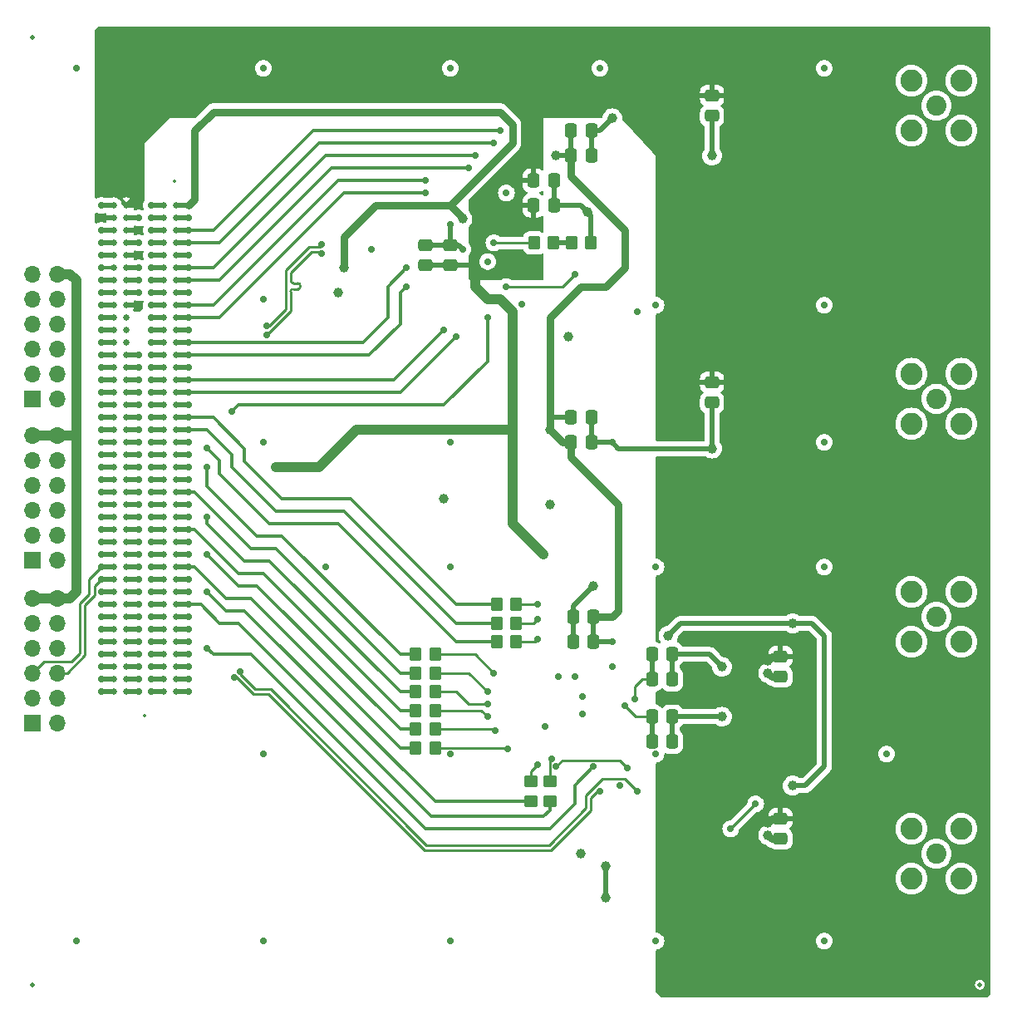
<source format=gbl>
%TF.GenerationSoftware,KiCad,Pcbnew,8.0.0*%
%TF.CreationDate,2024-08-30T23:56:31+03:00*%
%TF.ProjectId,ML605_LPC_Board_wADC_DAC,4d4c3630-355f-44c5-9043-5f426f617264,rev?*%
%TF.SameCoordinates,Original*%
%TF.FileFunction,Copper,L4,Bot*%
%TF.FilePolarity,Positive*%
%FSLAX46Y46*%
G04 Gerber Fmt 4.6, Leading zero omitted, Abs format (unit mm)*
G04 Created by KiCad (PCBNEW 8.0.0) date 2024-08-30 23:56:31*
%MOMM*%
%LPD*%
G01*
G04 APERTURE LIST*
G04 Aperture macros list*
%AMRoundRect*
0 Rectangle with rounded corners*
0 $1 Rounding radius*
0 $2 $3 $4 $5 $6 $7 $8 $9 X,Y pos of 4 corners*
0 Add a 4 corners polygon primitive as box body*
4,1,4,$2,$3,$4,$5,$6,$7,$8,$9,$2,$3,0*
0 Add four circle primitives for the rounded corners*
1,1,$1+$1,$2,$3*
1,1,$1+$1,$4,$5*
1,1,$1+$1,$6,$7*
1,1,$1+$1,$8,$9*
0 Add four rect primitives between the rounded corners*
20,1,$1+$1,$2,$3,$4,$5,0*
20,1,$1+$1,$4,$5,$6,$7,0*
20,1,$1+$1,$6,$7,$8,$9,0*
20,1,$1+$1,$8,$9,$2,$3,0*%
G04 Aperture macros list end*
%TA.AperFunction,ComponentPad*%
%ADD10C,2.050000*%
%TD*%
%TA.AperFunction,ComponentPad*%
%ADD11C,2.250000*%
%TD*%
%TA.AperFunction,ComponentPad*%
%ADD12R,1.700000X1.700000*%
%TD*%
%TA.AperFunction,ComponentPad*%
%ADD13O,1.700000X1.700000*%
%TD*%
%TA.AperFunction,SMDPad,CuDef*%
%ADD14RoundRect,0.250000X-0.475000X0.337500X-0.475000X-0.337500X0.475000X-0.337500X0.475000X0.337500X0*%
%TD*%
%TA.AperFunction,SMDPad,CuDef*%
%ADD15RoundRect,0.250000X-0.337500X-0.475000X0.337500X-0.475000X0.337500X0.475000X-0.337500X0.475000X0*%
%TD*%
%TA.AperFunction,SMDPad,CuDef*%
%ADD16C,0.640000*%
%TD*%
%TA.AperFunction,SMDPad,CuDef*%
%ADD17RoundRect,0.250000X0.350000X0.450000X-0.350000X0.450000X-0.350000X-0.450000X0.350000X-0.450000X0*%
%TD*%
%TA.AperFunction,SMDPad,CuDef*%
%ADD18RoundRect,0.250000X-0.350000X-0.450000X0.350000X-0.450000X0.350000X0.450000X-0.350000X0.450000X0*%
%TD*%
%TA.AperFunction,SMDPad,CuDef*%
%ADD19RoundRect,0.250000X0.337500X0.475000X-0.337500X0.475000X-0.337500X-0.475000X0.337500X-0.475000X0*%
%TD*%
%TA.AperFunction,SMDPad,CuDef*%
%ADD20RoundRect,0.250000X-0.450000X0.350000X-0.450000X-0.350000X0.450000X-0.350000X0.450000X0.350000X0*%
%TD*%
%TA.AperFunction,SMDPad,CuDef*%
%ADD21C,0.500000*%
%TD*%
%TA.AperFunction,SMDPad,CuDef*%
%ADD22RoundRect,0.250000X0.475000X-0.337500X0.475000X0.337500X-0.475000X0.337500X-0.475000X-0.337500X0*%
%TD*%
%TA.AperFunction,ViaPad*%
%ADD23C,0.700000*%
%TD*%
%TA.AperFunction,ViaPad*%
%ADD24C,1.000000*%
%TD*%
%TA.AperFunction,Conductor*%
%ADD25C,0.508000*%
%TD*%
%TA.AperFunction,Conductor*%
%ADD26C,0.762000*%
%TD*%
%TA.AperFunction,Conductor*%
%ADD27C,0.254000*%
%TD*%
%TA.AperFunction,Conductor*%
%ADD28C,1.016000*%
%TD*%
%TA.AperFunction,Conductor*%
%ADD29C,0.355600*%
%TD*%
%ADD30C,0.300000*%
%ADD31C,0.350000*%
G04 APERTURE END LIST*
D10*
%TO.P,J8,1,In*%
%TO.N,Net-(J8-In)*%
X168980000Y-58560000D03*
D11*
%TO.P,J8,2,Ext*%
%TO.N,GNDA*%
X166440000Y-56020000D03*
X166440000Y-61100000D03*
X171520000Y-56020000D03*
X171520000Y-61100000D03*
%TD*%
D10*
%TO.P,J9,1,In*%
%TO.N,Net-(J9-In)*%
X168980000Y-88405000D03*
D11*
%TO.P,J9,2,Ext*%
%TO.N,GNDA*%
X166440000Y-85865000D03*
X166440000Y-90945000D03*
X171520000Y-85865000D03*
X171520000Y-90945000D03*
%TD*%
D12*
%TO.P,J10,1,Pin_1*%
%TO.N,/CLK1_M2C_N*%
X76905000Y-121425000D03*
D13*
%TO.P,J10,2,Pin_2*%
%TO.N,/CLK1_M2C_P*%
X79445000Y-121425000D03*
%TO.P,J10,3,Pin_3*%
%TO.N,/LA01_N*%
X76905000Y-118885000D03*
%TO.P,J10,4,Pin_4*%
%TO.N,/LA01_P*%
X79445000Y-118885000D03*
%TO.P,J10,5,Pin_5*%
%TO.N,/LA06_N*%
X76905000Y-116345000D03*
%TO.P,J10,6,Pin_6*%
%TO.N,/LA06_P*%
X79445000Y-116345000D03*
%TO.P,J10,7,Pin_7*%
%TO.N,/LA05_N*%
X76905000Y-113805000D03*
%TO.P,J10,8,Pin_8*%
%TO.N,/LA05_P*%
X79445000Y-113805000D03*
%TO.P,J10,9,Pin_9*%
%TO.N,GNDA*%
X76905000Y-111265000D03*
%TO.P,J10,10,Pin_10*%
X79445000Y-111265000D03*
%TO.P,J10,11,Pin_11*%
%TO.N,3V3*%
X76905000Y-108725000D03*
%TO.P,J10,12,Pin_12*%
X79445000Y-108725000D03*
%TD*%
D10*
%TO.P,J5,1,In*%
%TO.N,/ADC_Circuit/I_IN*%
X168980000Y-110630000D03*
D11*
%TO.P,J5,2,Ext*%
%TO.N,GNDA*%
X166440000Y-108090000D03*
X166440000Y-113170000D03*
X171520000Y-108090000D03*
X171520000Y-113170000D03*
%TD*%
D10*
%TO.P,J4,1,In*%
%TO.N,/ADC_Circuit/Q_IN*%
X168980000Y-134760000D03*
D11*
%TO.P,J4,2,Ext*%
%TO.N,GNDA*%
X166440000Y-132220000D03*
X166440000Y-137300000D03*
X171520000Y-132220000D03*
X171520000Y-137300000D03*
%TD*%
D12*
%TO.P,J12,1,Pin_1*%
%TO.N,/LA17_P_CC*%
X76905000Y-88405000D03*
D13*
%TO.P,J12,2,Pin_2*%
%TO.N,/LA17_N_CC*%
X79445000Y-88405000D03*
%TO.P,J12,3,Pin_3*%
%TO.N,/LA18_P_CC*%
X76905000Y-85865000D03*
%TO.P,J12,4,Pin_4*%
%TO.N,/LA18_N_CC*%
X79445000Y-85865000D03*
%TO.P,J12,5,Pin_5*%
%TO.N,/LA27_P*%
X76905000Y-83325000D03*
%TO.P,J12,6,Pin_6*%
%TO.N,/LA27_N*%
X79445000Y-83325000D03*
%TO.P,J12,7,Pin_7*%
%TO.N,/SCL*%
X76905000Y-80785000D03*
%TO.P,J12,8,Pin_8*%
%TO.N,/SDA*%
X79445000Y-80785000D03*
%TO.P,J12,9,Pin_9*%
%TO.N,GNDA*%
X76905000Y-78245000D03*
%TO.P,J12,10,Pin_10*%
X79445000Y-78245000D03*
%TO.P,J12,11,Pin_11*%
%TO.N,3V3*%
X76905000Y-75705000D03*
%TO.P,J12,12,Pin_12*%
X79445000Y-75705000D03*
%TD*%
D12*
%TO.P,J11,1,Pin_1*%
%TO.N,/LA09_N*%
X76885000Y-104890000D03*
D13*
%TO.P,J11,2,Pin_2*%
%TO.N,/LA09_P*%
X79425000Y-104890000D03*
%TO.P,J11,3,Pin_3*%
%TO.N,/LA10_N*%
X76885000Y-102350000D03*
%TO.P,J11,4,Pin_4*%
%TO.N,/LA10_P*%
X79425000Y-102350000D03*
%TO.P,J11,5,Pin_5*%
%TO.N,/LA13_N*%
X76885000Y-99810000D03*
%TO.P,J11,6,Pin_6*%
%TO.N,/LA13_P*%
X79425000Y-99810000D03*
%TO.P,J11,7,Pin_7*%
%TO.N,/LA14_N*%
X76885000Y-97270000D03*
%TO.P,J11,8,Pin_8*%
%TO.N,/LA14_P*%
X79425000Y-97270000D03*
%TO.P,J11,9,Pin_9*%
%TO.N,GNDA*%
X76885000Y-94730000D03*
%TO.P,J11,10,Pin_10*%
X79425000Y-94730000D03*
%TO.P,J11,11,Pin_11*%
%TO.N,3V3*%
X76885000Y-92190000D03*
%TO.P,J11,12,Pin_12*%
X79425000Y-92190000D03*
%TD*%
D14*
%TO.P,C32,1*%
%TO.N,3V3*%
X146120000Y-86732500D03*
%TO.P,C32,2*%
%TO.N,GNDA*%
X146120000Y-88807500D03*
%TD*%
D15*
%TO.P,C20,1*%
%TO.N,1V5*%
X131747500Y-90310000D03*
%TO.P,C20,2*%
%TO.N,GNDA*%
X133822500Y-90310000D03*
%TD*%
D16*
%TO.P,J1,C1,C1*%
%TO.N,GNDA*%
X85160000Y-118250000D03*
%TO.P,J1,C2,C2*%
%TO.N,/DP0_C2M_P*%
X85160000Y-116980000D03*
%TO.P,J1,C3,C3*%
%TO.N,/DP0_C2M_N*%
X85160000Y-115710000D03*
%TO.P,J1,C4,C4*%
%TO.N,GNDA*%
X85160000Y-114440000D03*
%TO.P,J1,C5,C5*%
X85160000Y-113170000D03*
%TO.P,J1,C6,C6*%
%TO.N,/DP0_M2C_P*%
X85160000Y-111900000D03*
%TO.P,J1,C7,C7*%
%TO.N,/DP0_M2C_N*%
X85160000Y-110630000D03*
%TO.P,J1,C8,C8*%
%TO.N,GNDA*%
X85160000Y-109360000D03*
%TO.P,J1,C9,C9*%
X85160000Y-108090000D03*
%TO.P,J1,C10,C10*%
%TO.N,/LA06_P*%
X85160000Y-106820000D03*
%TO.P,J1,C11,C11*%
%TO.N,/LA06_N*%
X85160000Y-105550000D03*
%TO.P,J1,C12,C12*%
%TO.N,GNDA*%
X85160000Y-104280000D03*
%TO.P,J1,C13,C13*%
X85160000Y-103010000D03*
%TO.P,J1,C14,C14*%
%TO.N,/LA10_P*%
X85160000Y-101740000D03*
%TO.P,J1,C15,C15*%
%TO.N,/LA10_N*%
X85160000Y-100470000D03*
%TO.P,J1,C16,C16*%
%TO.N,GNDA*%
X85160000Y-99200000D03*
%TO.P,J1,C17,C17*%
X85160000Y-97930000D03*
%TO.P,J1,C18,C18*%
%TO.N,/LA14_P*%
X85160000Y-96660000D03*
%TO.P,J1,C19,C19*%
%TO.N,/LA14_N*%
X85160000Y-95390000D03*
%TO.P,J1,C20,C20*%
%TO.N,GNDA*%
X85160000Y-94120000D03*
%TO.P,J1,C21,C21*%
X85160000Y-92850000D03*
%TO.P,J1,C22,C22*%
%TO.N,/LA18_P_CC*%
X85160000Y-91580000D03*
%TO.P,J1,C23,C23*%
%TO.N,/LA18_N_CC*%
X85160000Y-90310000D03*
%TO.P,J1,C24,C24*%
%TO.N,GNDA*%
X85160000Y-89040000D03*
%TO.P,J1,C25,C25*%
X85160000Y-87770000D03*
%TO.P,J1,C26,C26*%
%TO.N,/LA27_P*%
X85160000Y-86500000D03*
%TO.P,J1,C27,C27*%
%TO.N,/LA27_N*%
X85160000Y-85230000D03*
%TO.P,J1,C28,C28*%
%TO.N,GNDA*%
X85160000Y-83960000D03*
%TO.P,J1,C29,C29*%
X85160000Y-82690000D03*
%TO.P,J1,C30,C30*%
%TO.N,/SCL*%
X85160000Y-81420000D03*
%TO.P,J1,C31,C31*%
%TO.N,/SDA*%
X85160000Y-80150000D03*
%TO.P,J1,C32,C32*%
%TO.N,GNDA*%
X85160000Y-78880000D03*
%TO.P,J1,C33,C33*%
X85160000Y-77610000D03*
%TO.P,J1,C34,C34*%
%TO.N,/GA0*%
X85160000Y-76340000D03*
%TO.P,J1,C35,C35*%
%TO.N,+12V*%
X85160000Y-75070000D03*
%TO.P,J1,C36,C36*%
%TO.N,GNDA*%
X85160000Y-73800000D03*
%TO.P,J1,C37,C37*%
%TO.N,+12V*%
X85160000Y-72530000D03*
%TO.P,J1,C38,C38*%
%TO.N,GNDA*%
X85160000Y-71260000D03*
%TO.P,J1,C39,C39*%
%TO.N,3V3*%
X85160000Y-69990000D03*
%TO.P,J1,C40,C40*%
%TO.N,GNDA*%
X85160000Y-68720000D03*
%TO.P,J1,D1,D1*%
%TO.N,/PG_C2M*%
X86430000Y-118250000D03*
%TO.P,J1,D2,D2*%
%TO.N,GNDA*%
X86430000Y-116980000D03*
%TO.P,J1,D3,D3*%
X86430000Y-115710000D03*
%TO.P,J1,D4,D4*%
%TO.N,/GBTCLK0_M2C_P*%
X86430000Y-114440000D03*
%TO.P,J1,D5,D5*%
%TO.N,/GBTCLK0_M2C_N*%
X86430000Y-113170000D03*
%TO.P,J1,D6,D6*%
%TO.N,GNDA*%
X86430000Y-111900000D03*
%TO.P,J1,D7,D7*%
X86430000Y-110630000D03*
%TO.P,J1,D8,D8*%
%TO.N,/LA01_P*%
X86430000Y-109360000D03*
%TO.P,J1,D9,D9*%
%TO.N,/LA01_N*%
X86430000Y-108090000D03*
%TO.P,J1,D10,D10*%
%TO.N,GNDA*%
X86430000Y-106820000D03*
%TO.P,J1,D11,D11*%
%TO.N,/LA05_P*%
X86430000Y-105550000D03*
%TO.P,J1,D12,D12*%
%TO.N,/LA05_N*%
X86430000Y-104280000D03*
%TO.P,J1,D13,D13*%
%TO.N,GNDA*%
X86430000Y-103010000D03*
%TO.P,J1,D14,D14*%
%TO.N,/LA09_P*%
X86430000Y-101740000D03*
%TO.P,J1,D15,D15*%
%TO.N,/LA09_N*%
X86430000Y-100470000D03*
%TO.P,J1,D16,D16*%
%TO.N,GNDA*%
X86430000Y-99200000D03*
%TO.P,J1,D17,D17*%
%TO.N,/LA13_P*%
X86430000Y-97930000D03*
%TO.P,J1,D18,D18*%
%TO.N,/LA13_N*%
X86430000Y-96660000D03*
%TO.P,J1,D19,D19*%
%TO.N,GNDA*%
X86430000Y-95390000D03*
%TO.P,J1,D20,D20*%
%TO.N,/LA17_P_CC*%
X86430000Y-94120000D03*
%TO.P,J1,D21,D21*%
%TO.N,/LA17_N_CC*%
X86430000Y-92850000D03*
%TO.P,J1,D22,D22*%
%TO.N,GNDA*%
X86430000Y-91580000D03*
%TO.P,J1,D23,D23*%
%TO.N,/LA23_P*%
X86430000Y-90310000D03*
%TO.P,J1,D24,D24*%
%TO.N,/LA23_N*%
X86430000Y-89040000D03*
%TO.P,J1,D25,D25*%
%TO.N,GNDA*%
X86430000Y-87770000D03*
%TO.P,J1,D26,D26*%
%TO.N,/LA26_P*%
X86430000Y-86500000D03*
%TO.P,J1,D27,D27*%
%TO.N,/LA26_N*%
X86430000Y-85230000D03*
%TO.P,J1,D28,D28*%
%TO.N,GNDA*%
X86430000Y-83960000D03*
%TO.P,J1,D29,D29*%
%TO.N,/TCK*%
X86430000Y-82690000D03*
%TO.P,J1,D30,D30*%
%TO.N,/TDI*%
X86430000Y-81420000D03*
%TO.P,J1,D31,D31*%
%TO.N,/TDO*%
X86430000Y-80150000D03*
%TO.P,J1,D32,D32*%
%TO.N,3V3*%
X86430000Y-78880000D03*
%TO.P,J1,D33,D33*%
%TO.N,/TMS*%
X86430000Y-77610000D03*
%TO.P,J1,D34,D34*%
%TO.N,/TRST_L*%
X86430000Y-76340000D03*
%TO.P,J1,D35,D35*%
%TO.N,/GA1*%
X86430000Y-75070000D03*
%TO.P,J1,D36,D36*%
%TO.N,3V3*%
X86430000Y-73800000D03*
%TO.P,J1,D37,D37*%
%TO.N,GNDA*%
X86430000Y-72530000D03*
%TO.P,J1,D38,D38*%
%TO.N,3V3*%
X86430000Y-71260000D03*
%TO.P,J1,D39,D39*%
%TO.N,GNDA*%
X86430000Y-69990000D03*
%TO.P,J1,D40,D40*%
%TO.N,3V3*%
X86430000Y-68720000D03*
%TO.P,J1,G1,G1*%
%TO.N,GNDA*%
X90240000Y-118250000D03*
%TO.P,J1,G2,G2*%
%TO.N,/CLK1_M2C_P*%
X90240000Y-116980000D03*
%TO.P,J1,G3,G3*%
%TO.N,/CLK1_M2C_N*%
X90240000Y-115710000D03*
%TO.P,J1,G4,G4*%
%TO.N,GNDA*%
X90240000Y-114440000D03*
%TO.P,J1,G5,G5*%
X90240000Y-113170000D03*
%TO.P,J1,G6,G6*%
%TO.N,/LA00_P_CC*%
X90240000Y-111900000D03*
%TO.P,J1,G7,G7*%
%TO.N,/LA00_N_CC*%
X90240000Y-110630000D03*
%TO.P,J1,G8,G8*%
%TO.N,GNDA*%
X90240000Y-109360000D03*
%TO.P,J1,G9,G9*%
%TO.N,/LA03_P*%
X90240000Y-108090000D03*
%TO.P,J1,G10,G10*%
%TO.N,/LA03_N*%
X90240000Y-106820000D03*
%TO.P,J1,G11,G11*%
%TO.N,GNDA*%
X90240000Y-105550000D03*
%TO.P,J1,G12,G12*%
%TO.N,/LA08_P*%
X90240000Y-104280000D03*
%TO.P,J1,G13,G13*%
%TO.N,/LA08_N*%
X90240000Y-103010000D03*
%TO.P,J1,G14,G14*%
%TO.N,GNDA*%
X90240000Y-101740000D03*
%TO.P,J1,G15,G15*%
%TO.N,/LA12_P*%
X90240000Y-100470000D03*
%TO.P,J1,G16,G16*%
%TO.N,/LA12_N*%
X90240000Y-99200000D03*
%TO.P,J1,G17,G17*%
%TO.N,GNDA*%
X90240000Y-97930000D03*
%TO.P,J1,G18,G18*%
%TO.N,/LA16_P*%
X90240000Y-96660000D03*
%TO.P,J1,G19,G19*%
%TO.N,/LA16_N*%
X90240000Y-95390000D03*
%TO.P,J1,G20,G20*%
%TO.N,GNDA*%
X90240000Y-94120000D03*
%TO.P,J1,G21,G21*%
%TO.N,/LA20_P*%
X90240000Y-92850000D03*
%TO.P,J1,G22,G22*%
%TO.N,/LA20_N*%
X90240000Y-91580000D03*
%TO.P,J1,G23,G23*%
%TO.N,GNDA*%
X90240000Y-90310000D03*
%TO.P,J1,G24,G24*%
%TO.N,/LA22_P*%
X90240000Y-89040000D03*
%TO.P,J1,G25,G25*%
%TO.N,/LA22_N*%
X90240000Y-87770000D03*
%TO.P,J1,G26,G26*%
%TO.N,GNDA*%
X90240000Y-86500000D03*
%TO.P,J1,G27,G27*%
%TO.N,/LA25_P*%
X90240000Y-85230000D03*
%TO.P,J1,G28,G28*%
%TO.N,/LA25_N*%
X90240000Y-83960000D03*
%TO.P,J1,G29,G29*%
%TO.N,GNDA*%
X90240000Y-82690000D03*
%TO.P,J1,G30,G30*%
%TO.N,/LA29_P*%
X90240000Y-81420000D03*
%TO.P,J1,G31,G31*%
%TO.N,/LA29_N*%
X90240000Y-80150000D03*
%TO.P,J1,G32,G32*%
%TO.N,GNDA*%
X90240000Y-78880000D03*
%TO.P,J1,G33,G33*%
%TO.N,/LA31_P*%
X90240000Y-77610000D03*
%TO.P,J1,G34,G34*%
%TO.N,/LA31_N*%
X90240000Y-76340000D03*
%TO.P,J1,G35,G35*%
%TO.N,GNDA*%
X90240000Y-75070000D03*
%TO.P,J1,G36,G36*%
%TO.N,/LA33_P*%
X90240000Y-73800000D03*
%TO.P,J1,G37,G37*%
%TO.N,/LA33_N*%
X90240000Y-72530000D03*
%TO.P,J1,G38,G38*%
%TO.N,GNDA*%
X90240000Y-71260000D03*
%TO.P,J1,G39,G39*%
%TO.N,VADJ*%
X90240000Y-69990000D03*
%TO.P,J1,G40,G40*%
%TO.N,GNDA*%
X90240000Y-68720000D03*
%TO.P,J1,H1,H1*%
%TO.N,/VREF_A_M2C*%
X91510000Y-118250000D03*
%TO.P,J1,H2,H2*%
%TO.N,/PRSNT_M2C_L*%
X91510000Y-116980000D03*
%TO.P,J1,H3,H3*%
%TO.N,GNDA*%
X91510000Y-115710000D03*
%TO.P,J1,H4,H4*%
%TO.N,/CLK0_M2C_P*%
X91510000Y-114440000D03*
%TO.P,J1,H5,H5*%
%TO.N,/CLK0_M2C_N*%
X91510000Y-113170000D03*
%TO.P,J1,H6,H6*%
%TO.N,GNDA*%
X91510000Y-111900000D03*
%TO.P,J1,H7,H7*%
%TO.N,/LA02_P*%
X91510000Y-110630000D03*
%TO.P,J1,H8,H8*%
%TO.N,/LA02_N*%
X91510000Y-109360000D03*
%TO.P,J1,H9,H9*%
%TO.N,GNDA*%
X91510000Y-108090000D03*
%TO.P,J1,H10,H10*%
%TO.N,/LA04_P*%
X91510000Y-106820000D03*
%TO.P,J1,H11,H11*%
%TO.N,/LA04_N*%
X91510000Y-105550000D03*
%TO.P,J1,H12,H12*%
%TO.N,GNDA*%
X91510000Y-104280000D03*
%TO.P,J1,H13,H13*%
%TO.N,/LA07_P*%
X91510000Y-103010000D03*
%TO.P,J1,H14,H14*%
%TO.N,/LA07_N*%
X91510000Y-101740000D03*
%TO.P,J1,H15,H15*%
%TO.N,GNDA*%
X91510000Y-100470000D03*
%TO.P,J1,H16,H16*%
%TO.N,/LA11_P*%
X91510000Y-99200000D03*
%TO.P,J1,H17,H17*%
%TO.N,/LA11_N*%
X91510000Y-97930000D03*
%TO.P,J1,H18,H18*%
%TO.N,GNDA*%
X91510000Y-96660000D03*
%TO.P,J1,H19,H19*%
%TO.N,/LA15_P*%
X91510000Y-95390000D03*
%TO.P,J1,H20,H20*%
%TO.N,/LA15_N*%
X91510000Y-94120000D03*
%TO.P,J1,H21,H21*%
%TO.N,GNDA*%
X91510000Y-92850000D03*
%TO.P,J1,H22,H22*%
%TO.N,/LA19_P*%
X91510000Y-91580000D03*
%TO.P,J1,H23,H23*%
%TO.N,/LA19_N*%
X91510000Y-90310000D03*
%TO.P,J1,H24,H24*%
%TO.N,GNDA*%
X91510000Y-89040000D03*
%TO.P,J1,H25,H25*%
%TO.N,/LA21_P*%
X91510000Y-87770000D03*
%TO.P,J1,H26,H26*%
%TO.N,/LA21_N*%
X91510000Y-86500000D03*
%TO.P,J1,H27,H27*%
%TO.N,GNDA*%
X91510000Y-85230000D03*
%TO.P,J1,H28,H28*%
%TO.N,/LA24_P*%
X91510000Y-83960000D03*
%TO.P,J1,H29,H29*%
%TO.N,/LA24_N*%
X91510000Y-82690000D03*
%TO.P,J1,H30,H30*%
%TO.N,GNDA*%
X91510000Y-81420000D03*
%TO.P,J1,H31,H31*%
%TO.N,/LA28_P*%
X91510000Y-80150000D03*
%TO.P,J1,H32,H32*%
%TO.N,/LA28_N*%
X91510000Y-78880000D03*
%TO.P,J1,H33,H33*%
%TO.N,GNDA*%
X91510000Y-77610000D03*
%TO.P,J1,H34,H34*%
%TO.N,/LA30_P*%
X91510000Y-76340000D03*
%TO.P,J1,H35,H35*%
%TO.N,/LA30_N*%
X91510000Y-75070000D03*
%TO.P,J1,H36,H36*%
%TO.N,GNDA*%
X91510000Y-73800000D03*
%TO.P,J1,H37,H37*%
%TO.N,/LA32_P*%
X91510000Y-72530000D03*
%TO.P,J1,H38,H38*%
%TO.N,/LA32_N*%
X91510000Y-71260000D03*
%TO.P,J1,H39,H39*%
%TO.N,GNDA*%
X91510000Y-69990000D03*
%TO.P,J1,H40,H40*%
%TO.N,VADJ*%
X91510000Y-68720000D03*
%TD*%
D17*
%TO.P,R6,1*%
%TO.N,Net-(IC1-I1)*%
X117910000Y-116345000D03*
%TO.P,R6,2*%
%TO.N,/LA11_N*%
X115910000Y-116345000D03*
%TD*%
D18*
%TO.P,R17,1*%
%TO.N,/LA20_P*%
X124165000Y-113170000D03*
%TO.P,R17,2*%
%TO.N,Net-(IC1-I6)*%
X126165000Y-113170000D03*
%TD*%
D17*
%TO.P,R10,1*%
%TO.N,Net-(IC1-Q7)*%
X117910000Y-120155000D03*
%TO.P,R10,2*%
%TO.N,/LA07_N*%
X115910000Y-120155000D03*
%TD*%
D14*
%TO.P,C17,1*%
%TO.N,3V3*%
X153105000Y-131182500D03*
%TO.P,C17,2*%
%TO.N,GNDA*%
X153105000Y-133257500D03*
%TD*%
%TO.P,C36,1*%
%TO.N,GNDA*%
X119450000Y-72762500D03*
%TO.P,C36,2*%
%TO.N,3V3*%
X119450000Y-74837500D03*
%TD*%
D17*
%TO.P,R8,1*%
%TO.N,Net-(IC1-Q9)*%
X117910000Y-118250000D03*
%TO.P,R8,2*%
%TO.N,/LA12_N*%
X115910000Y-118250000D03*
%TD*%
D19*
%TO.P,C7,1*%
%TO.N,1V5*%
X134055000Y-110630000D03*
%TO.P,C7,2*%
%TO.N,GNDA*%
X131980000Y-110630000D03*
%TD*%
D15*
%TO.P,C34,1*%
%TO.N,3V3*%
X127937500Y-66180000D03*
%TO.P,C34,2*%
%TO.N,GNDA*%
X130012500Y-66180000D03*
%TD*%
D20*
%TO.P,R18,1*%
%TO.N,Net-(IC1-Q1)*%
X127705000Y-127410000D03*
%TO.P,R18,2*%
%TO.N,/LA03_N*%
X127705000Y-129410000D03*
%TD*%
D17*
%TO.P,R12,1*%
%TO.N,Net-(IC1-Q5)*%
X117910000Y-122060000D03*
%TO.P,R12,2*%
%TO.N,/LA08_N*%
X115910000Y-122060000D03*
%TD*%
D18*
%TO.P,R34,1*%
%TO.N,Net-(IC4-BIASJ_A)*%
X127975000Y-72530000D03*
%TO.P,R34,2*%
%TO.N,Net-(R34-Pad2)*%
X129975000Y-72530000D03*
%TD*%
D21*
%TO.P,FID5,*%
%TO.N,*%
X76905000Y-148095000D03*
%TD*%
D15*
%TO.P,C19,1*%
%TO.N,1V5*%
X131747500Y-61100000D03*
%TO.P,C19,2*%
%TO.N,GNDA*%
X133822500Y-61100000D03*
%TD*%
D17*
%TO.P,R4,1*%
%TO.N,Net-(IC1-I3)*%
X117910000Y-114440000D03*
%TO.P,R4,2*%
%TO.N,/LA16_N*%
X115910000Y-114440000D03*
%TD*%
D18*
%TO.P,R21,1*%
%TO.N,/LA19_P*%
X124165000Y-111265000D03*
%TO.P,R21,2*%
%TO.N,Net-(IC1-I8)*%
X126165000Y-111265000D03*
%TD*%
%TO.P,R23,1*%
%TO.N,/LA19_N*%
X124165000Y-109360000D03*
%TO.P,R23,2*%
%TO.N,Net-(IC1-I9)*%
X126165000Y-109360000D03*
%TD*%
D15*
%TO.P,C11,1*%
%TO.N,Net-(IC1-VRP)*%
X140002500Y-123330000D03*
%TO.P,C11,2*%
%TO.N,GNDA*%
X142077500Y-123330000D03*
%TD*%
D19*
%TO.P,C10,1*%
%TO.N,GNDA*%
X142077500Y-120790000D03*
%TO.P,C10,2*%
%TO.N,Net-(IC1-VRP)*%
X140002500Y-120790000D03*
%TD*%
D15*
%TO.P,C22,1*%
%TO.N,1V5*%
X131747500Y-92850000D03*
%TO.P,C22,2*%
%TO.N,GNDA*%
X133822500Y-92850000D03*
%TD*%
D18*
%TO.P,R35,1*%
%TO.N,Net-(R34-Pad2)*%
X131785000Y-72530000D03*
%TO.P,R35,2*%
%TO.N,GNDA*%
X133785000Y-72530000D03*
%TD*%
D22*
%TO.P,C35,1*%
%TO.N,3V3*%
X116910000Y-74837500D03*
%TO.P,C35,2*%
%TO.N,GNDA*%
X116910000Y-72762500D03*
%TD*%
D20*
%TO.P,R22,1*%
%TO.N,Net-(IC1-I{slash}~{Q})*%
X129610000Y-127410000D03*
%TO.P,R22,2*%
%TO.N,/LA02_N*%
X129610000Y-129410000D03*
%TD*%
D15*
%TO.P,C6,1*%
%TO.N,GNDA*%
X131980000Y-113170000D03*
%TO.P,C6,2*%
%TO.N,1V5*%
X134055000Y-113170000D03*
%TD*%
D14*
%TO.P,C31,1*%
%TO.N,3V3*%
X146120000Y-57522500D03*
%TO.P,C31,2*%
%TO.N,GNDA*%
X146120000Y-59597500D03*
%TD*%
D17*
%TO.P,R14,1*%
%TO.N,Net-(IC1-Q3)*%
X117910000Y-123965000D03*
%TO.P,R14,2*%
%TO.N,/LA04_N*%
X115910000Y-123965000D03*
%TD*%
D21*
%TO.P,FID4,*%
%TO.N,*%
X76905000Y-51575000D03*
%TD*%
D19*
%TO.P,C33,1*%
%TO.N,GNDA*%
X130012500Y-68720000D03*
%TO.P,C33,2*%
%TO.N,3V3*%
X127937500Y-68720000D03*
%TD*%
D21*
%TO.P,FID6,*%
%TO.N,*%
X173425000Y-148095000D03*
%TD*%
D15*
%TO.P,C21,1*%
%TO.N,1V5*%
X131747500Y-63640000D03*
%TO.P,C21,2*%
%TO.N,GNDA*%
X133822500Y-63640000D03*
%TD*%
D14*
%TO.P,C16,1*%
%TO.N,3V3*%
X153105000Y-114672500D03*
%TO.P,C16,2*%
%TO.N,GNDA*%
X153105000Y-116747500D03*
%TD*%
D15*
%TO.P,C8,1*%
%TO.N,Net-(IC1-VRN)*%
X140002500Y-114440000D03*
%TO.P,C8,2*%
%TO.N,GNDA*%
X142077500Y-114440000D03*
%TD*%
D19*
%TO.P,C9,1*%
%TO.N,GNDA*%
X142077500Y-116980000D03*
%TO.P,C9,2*%
%TO.N,Net-(IC1-VRN)*%
X140002500Y-116980000D03*
%TD*%
D23*
%TO.N,GNDA*%
X88970000Y-118250000D03*
X88970000Y-113170000D03*
X87700000Y-110630000D03*
X88970000Y-82690000D03*
X136722000Y-127775000D03*
D24*
X151835000Y-132855000D03*
D23*
X83890000Y-108090000D03*
X81350000Y-143650000D03*
X92780000Y-69990000D03*
X100400000Y-78245000D03*
X87700000Y-69990000D03*
X135960000Y-92850000D03*
X87700000Y-103010000D03*
X126741822Y-78755178D03*
X111430220Y-73165000D03*
X88970000Y-101740000D03*
X83890000Y-103010000D03*
D24*
X134055000Y-107455000D03*
D23*
X132912000Y-118758000D03*
X92780000Y-115710000D03*
X88970000Y-86500000D03*
X92780000Y-104280000D03*
X92780000Y-92850000D03*
X157550000Y-92850000D03*
X92780000Y-85230000D03*
X83890000Y-68720000D03*
X87700000Y-95390000D03*
X119450000Y-124600000D03*
X92780000Y-77610000D03*
X87700000Y-115710000D03*
X83890000Y-71260000D03*
X163900000Y-124600000D03*
X88970000Y-94120000D03*
X87700000Y-106820000D03*
X120720000Y-73165000D03*
X88970000Y-114440000D03*
X87700000Y-111900000D03*
D24*
X135960000Y-59830000D03*
D23*
X87700000Y-91580000D03*
X100400000Y-124600000D03*
X88970000Y-97930000D03*
X81350000Y-54750000D03*
X157550000Y-105550000D03*
D24*
X118815000Y-98565000D03*
D23*
X92780000Y-111900000D03*
D24*
X147136000Y-115710000D03*
D23*
X92780000Y-100470000D03*
D24*
X147136000Y-120790000D03*
D23*
X83890000Y-82690000D03*
X92780000Y-73800000D03*
X83890000Y-109360000D03*
D24*
X146120000Y-63640000D03*
D23*
X92780000Y-96660000D03*
X129102000Y-121806000D03*
X83890000Y-77610000D03*
X87700000Y-99200000D03*
X157550000Y-78880000D03*
X83890000Y-97930000D03*
D24*
X133420000Y-69355000D03*
D23*
X83890000Y-89040000D03*
D24*
X132785000Y-134760000D03*
D23*
X87700000Y-72530000D03*
X83890000Y-94120000D03*
X88970000Y-105550000D03*
X119450000Y-105550000D03*
X87700000Y-83960000D03*
D24*
X151835000Y-116345000D03*
D23*
X140405000Y-78880000D03*
X88970000Y-71260000D03*
X140405000Y-105550000D03*
X87700000Y-87770000D03*
X134690000Y-54750000D03*
X83890000Y-104280000D03*
X83890000Y-118250000D03*
X119450000Y-70625000D03*
X100400000Y-54750000D03*
X88970000Y-68720000D03*
D24*
X129610000Y-99200000D03*
D23*
X140405000Y-143650000D03*
X92780000Y-89040000D03*
D24*
X146120000Y-93485000D03*
D23*
X83890000Y-73800000D03*
D24*
X131515000Y-82055000D03*
D23*
X83890000Y-87770000D03*
X119450000Y-54750000D03*
X92780000Y-108090000D03*
X100400000Y-92850000D03*
X88970000Y-90310000D03*
X106750000Y-105550000D03*
D24*
X108020000Y-77610000D03*
D23*
X119450000Y-92850000D03*
X83890000Y-113170000D03*
X87700000Y-116980000D03*
X83890000Y-114440000D03*
X92780000Y-81420000D03*
X100400000Y-143650000D03*
X123260000Y-74435000D03*
X88970000Y-78880000D03*
X157550000Y-143650000D03*
X157550000Y-54750000D03*
X130503000Y-116726000D03*
X83890000Y-78880000D03*
X140405000Y-124600000D03*
X88970000Y-109360000D03*
X132150000Y-116726000D03*
X83890000Y-92850000D03*
X132912000Y-120536000D03*
X83890000Y-83960000D03*
X83890000Y-99200000D03*
X88970000Y-75070000D03*
X119450000Y-143650000D03*
D24*
%TO.N,1V5*%
X129610000Y-91580000D03*
D23*
X135960000Y-113170000D03*
D24*
X129610000Y-91580000D03*
X130245000Y-63640000D03*
D23*
%TO.N,Net-(IC1-VRN)*%
X138246000Y-119012000D03*
%TO.N,Net-(IC1-VRP)*%
X137230000Y-119643000D03*
D24*
%TO.N,3V3*%
X101670000Y-95390000D03*
X126435000Y-56655000D03*
X106750000Y-56655000D03*
D23*
X87700000Y-78880000D03*
D24*
X146120000Y-85230000D03*
D23*
X123260000Y-71260000D03*
D24*
X106750000Y-52845000D03*
D23*
X87700000Y-71260000D03*
D24*
X151835000Y-131585000D03*
D23*
X126435000Y-69355000D03*
D24*
X87700000Y-52845000D03*
X87700000Y-56655000D03*
X146120000Y-56020000D03*
D23*
X83890000Y-69990000D03*
D24*
X146755000Y-118250000D03*
X128975000Y-104280000D03*
X151835000Y-115075000D03*
D23*
X121990000Y-75070000D03*
X87700000Y-68720000D03*
D24*
X126435000Y-52845000D03*
D23*
X87700000Y-73800000D03*
D24*
%TO.N,/ADC_Circuit/VCM_ADC*%
X154335420Y-111304580D03*
X154335420Y-127814580D03*
X141675000Y-112535000D03*
D23*
%TO.N,Net-(IC1-Q3)*%
X125292000Y-124092000D03*
%TO.N,VADJ*%
X92780000Y-68720000D03*
D24*
X135325000Y-139205000D03*
X135325000Y-136030000D03*
D23*
X125165000Y-67450000D03*
X138500000Y-79515000D03*
X130245000Y-125870000D03*
X137484000Y-125997000D03*
X88970000Y-69990000D03*
D24*
X120693616Y-70083028D03*
D23*
X135960000Y-115710000D03*
D24*
X108655000Y-75070000D03*
D23*
%TO.N,Net-(IC1-I1)*%
X123260000Y-118250000D03*
%TO.N,Net-(IC1-Q7)*%
X123260000Y-120790000D03*
%TO.N,/ADC_Circuit/Q+*%
X148025000Y-132220000D03*
X150565000Y-129680000D03*
%TO.N,Net-(IC1-I6)*%
X128340000Y-112916000D03*
%TO.N,Net-(IC1-I3)*%
X123895000Y-116345000D03*
%TO.N,Net-(IC1-I{slash}~{Q})*%
X129757000Y-125108000D03*
%TO.N,Net-(IC1-I8)*%
X128340000Y-110884000D03*
%TO.N,Net-(IC1-Q5)*%
X124020857Y-122185857D03*
%TO.N,Net-(IC1-I9)*%
X128340000Y-109360000D03*
%TO.N,Net-(IC1-Q1)*%
X128361847Y-125718865D03*
%TO.N,Net-(IC1-Q9)*%
X123260000Y-119520000D03*
%TO.N,/LA20_N*%
X88970000Y-91580000D03*
%TO.N,/LA19_N*%
X92780000Y-90310000D03*
%TO.N,/LA20_P*%
X94685000Y-93442200D03*
X88970000Y-92850000D03*
%TO.N,/LA29_P*%
X88970000Y-81420000D03*
%TO.N,/LA33_P*%
X88970000Y-73800000D03*
%TO.N,/DAC Circuit/SLEEP*%
X125165000Y-76975000D03*
X132150000Y-75705000D03*
%TO.N,/LA21_P*%
X92780000Y-87770000D03*
X120085000Y-82055000D03*
%TO.N,/LA22_N*%
X88970000Y-87770000D03*
%TO.N,/LA30_P*%
X121355000Y-64910000D03*
X92780000Y-76340000D03*
%TO.N,/LA30_N*%
X121990000Y-63640000D03*
X92780000Y-75070000D03*
%TO.N,/LA24_N*%
X115005000Y-75070000D03*
X92780000Y-82690000D03*
%TO.N,/LA24_P*%
X115005000Y-76975000D03*
X92780000Y-83960000D03*
%TO.N,/LA22_P*%
X88970000Y-89040000D03*
%TO.N,/LA33_N*%
X88970000Y-72530000D03*
%TO.N,/LA25_P*%
X88970000Y-85230000D03*
%TO.N,/LA21_N*%
X92780000Y-86500000D03*
X118815000Y-81420000D03*
%TO.N,/LA32_P*%
X92780000Y-72530000D03*
X123895000Y-62370000D03*
%TO.N,/LA25_N*%
X88970000Y-83960000D03*
%TO.N,/LA32_N*%
X92780000Y-71260000D03*
X124530000Y-61100000D03*
%TO.N,/LA28_N*%
X116910000Y-66180000D03*
X92780000Y-78880000D03*
%TO.N,Net-(IC4-BIASJ_A)*%
X123895000Y-72530000D03*
%TO.N,/LA31_P*%
X88970000Y-77610000D03*
%TO.N,/LA28_P*%
X92780000Y-80150000D03*
X116910000Y-67450000D03*
%TO.N,/LA31_N*%
X88970000Y-76340000D03*
%TO.N,/PRSNT_M2C_L*%
X92780000Y-116980000D03*
%TO.N,/LA14_P*%
X83890000Y-96660000D03*
%TO.N,/LA27_P*%
X83890000Y-86500000D03*
%TO.N,/CLK1_M2C_N*%
X88970000Y-115710000D03*
%TO.N,/LA07_P*%
X92780000Y-103010000D03*
%TO.N,/PG_C2M*%
X87700000Y-118250000D03*
%TO.N,/SDA*%
X83890000Y-80150000D03*
%TO.N,/DP0_M2C_N*%
X83890000Y-110630000D03*
%TO.N,/CLK1_M2C_P*%
X88970000Y-116980000D03*
%TO.N,/TRST_L*%
X87700000Y-76340000D03*
%TO.N,/GA1*%
X87700000Y-75070000D03*
%TO.N,/DP0_C2M_N*%
X83890000Y-115710000D03*
%TO.N,/LA11_N*%
X92780000Y-97930000D03*
%TO.N,/VREF_A_M2C*%
X92780000Y-118250000D03*
%TO.N,/LA27_N*%
X83890000Y-85230000D03*
%TO.N,/LA26_N*%
X106369000Y-73642000D03*
X100781000Y-81897000D03*
X87700000Y-85230000D03*
%TO.N,/GA0*%
X83890000Y-76340000D03*
%TO.N,/DP0_C2M_P*%
X83890000Y-116980000D03*
%TO.N,/LA15_N*%
X92780000Y-94120000D03*
%TO.N,/LA15_P*%
X92780000Y-95390000D03*
%TO.N,/LA18_P_CC*%
X83890000Y-91580000D03*
%TO.N,/LA17_P_CC*%
X87700000Y-94120000D03*
%TO.N,/LA19_P*%
X92780000Y-91580000D03*
%TO.N,/LA12_N*%
X94685000Y-100470000D03*
X88970000Y-99200000D03*
%TO.N,/LA07_N*%
X92780000Y-101740000D03*
%TO.N,/LA16_N*%
X94685000Y-95390000D03*
X88970000Y-95390000D03*
%TO.N,+12V*%
X83890000Y-75070000D03*
X83890000Y-72530000D03*
%TO.N,/LA23_P*%
X123260000Y-80150000D03*
X87700000Y-90310000D03*
X97225000Y-89717800D03*
%TO.N,/LA00_P_CC*%
X94685000Y-113805000D03*
X88970000Y-111900000D03*
X134055000Y-125870000D03*
%TO.N,/DP0_M2C_P*%
X83890000Y-111900000D03*
%TO.N,/SCL*%
X83890000Y-81420000D03*
%TO.N,/LA13_P*%
X87700000Y-97930000D03*
%TO.N,/LA10_N*%
X83890000Y-100470000D03*
%TO.N,/LA29_N*%
X88970000Y-80150000D03*
%TO.N,/LA05_N*%
X87700000Y-104280000D03*
%TO.N,/LA00_N_CC*%
X88970000Y-110630000D03*
%TO.N,/LA14_N*%
X83890000Y-95390000D03*
%TO.N,/LA26_P*%
X106369000Y-72688000D03*
X87700000Y-86500000D03*
X100781000Y-80943000D03*
%TO.N,/LA09_P*%
X87700000Y-101740000D03*
%TO.N,/LA10_P*%
X83890000Y-101740000D03*
%TO.N,/LA03_N*%
X88970000Y-106820000D03*
X94685000Y-108090000D03*
%TO.N,/GBTCLK0_M2C_N*%
X87700000Y-113170000D03*
%TO.N,/LA13_N*%
X87700000Y-96660000D03*
%TO.N,/LA17_N_CC*%
X87700000Y-92850000D03*
%TO.N,/LA12_P*%
X88970000Y-100470000D03*
%TO.N,/LA11_P*%
X92780000Y-99200000D03*
%TO.N,/LA02_N*%
X92780000Y-109360000D03*
%TO.N,/LA04_P*%
X92780000Y-106820000D03*
%TO.N,/LA08_P*%
X88970000Y-104280000D03*
%TO.N,/LA02_P*%
X92780000Y-110630000D03*
%TO.N,/LA08_N*%
X94685000Y-104280000D03*
X88970000Y-103010000D03*
%TO.N,/LA03_P*%
X88970000Y-108090000D03*
%TO.N,/GBTCLK0_M2C_P*%
X87700000Y-114440000D03*
%TO.N,/LA06_P*%
X83890000Y-106820000D03*
%TO.N,/LA06_N*%
X83890000Y-105550000D03*
%TO.N,/LA05_P*%
X87700000Y-105550000D03*
%TO.N,/CLK0_M2C_N*%
X92780000Y-113170000D03*
X98015723Y-116189277D03*
X138500000Y-128410000D03*
%TO.N,/CLK0_M2C_P*%
X134690000Y-128410000D03*
X92780000Y-114440000D03*
X97411853Y-116793147D03*
%TO.N,/TMS*%
X87700000Y-77610000D03*
%TO.N,/LA04_N*%
X92780000Y-105550000D03*
%TO.N,/LA16_P*%
X88970000Y-96660000D03*
%TO.N,/LA09_N*%
X87700000Y-100470000D03*
%TO.N,/LA23_N*%
X87700000Y-89040000D03*
%TO.N,/LA18_N_CC*%
X83890000Y-90310000D03*
%TO.N,/LA01_P*%
X87700000Y-109360000D03*
%TO.N,/LA01_N*%
X87700000Y-108090000D03*
%TD*%
D25*
%TO.N,GNDA*%
X85160000Y-77610000D02*
X83890000Y-77610000D01*
X91510000Y-77610000D02*
X92780000Y-77610000D01*
D26*
X151835000Y-132855000D02*
X152237500Y-133257500D01*
D25*
X83890000Y-73800000D02*
X85160000Y-73800000D01*
X85160000Y-92850000D02*
X83890000Y-92850000D01*
X90121000Y-97930000D02*
X89089000Y-97930000D01*
X86549000Y-103010000D02*
X87581000Y-103010000D01*
X90240000Y-118250000D02*
X88970000Y-118250000D01*
X85160000Y-118250000D02*
X83890000Y-118250000D01*
X91510000Y-81420000D02*
X92780000Y-81420000D01*
X91510000Y-104280000D02*
X92780000Y-104280000D01*
X85160000Y-83960000D02*
X83890000Y-83960000D01*
X85160000Y-87770000D02*
X83890000Y-87770000D01*
X131980000Y-110630000D02*
X131980000Y-113170000D01*
X120720000Y-73165000D02*
X120317500Y-72762500D01*
X85041000Y-94120000D02*
X84009000Y-94120000D01*
X91510000Y-108090000D02*
X92780000Y-108090000D01*
X133822500Y-61100000D02*
X134690000Y-61100000D01*
X91510000Y-89040000D02*
X92780000Y-89040000D01*
X132785000Y-68720000D02*
X133420000Y-69355000D01*
X142077500Y-120790000D02*
X142077500Y-123330000D01*
X90121000Y-90310000D02*
X89089000Y-90310000D01*
X90121000Y-105550000D02*
X89089000Y-105550000D01*
X91510000Y-92850000D02*
X92780000Y-92850000D01*
X91510000Y-111900000D02*
X92780000Y-111900000D01*
X134690000Y-61100000D02*
X135325000Y-60465000D01*
X92780000Y-115710000D02*
X91510000Y-115710000D01*
X133822500Y-61100000D02*
X133822500Y-63640000D01*
X90121000Y-75070000D02*
X89089000Y-75070000D01*
X91510000Y-73800000D02*
X92780000Y-73800000D01*
X135325000Y-60465000D02*
X135960000Y-59830000D01*
X91510000Y-96660000D02*
X92780000Y-96660000D01*
X86430000Y-115710000D02*
X87700000Y-115710000D01*
X90240000Y-113170000D02*
X88970000Y-113170000D01*
X133420000Y-69355000D02*
X133785000Y-69720000D01*
X90121000Y-109360000D02*
X89089000Y-109360000D01*
X90121000Y-94120000D02*
X89089000Y-94120000D01*
X120317500Y-72762500D02*
X119450000Y-72762500D01*
X86549000Y-87770000D02*
X87581000Y-87770000D01*
X85160000Y-103010000D02*
X83890000Y-103010000D01*
X85160000Y-97930000D02*
X83890000Y-97930000D01*
X130012500Y-68720000D02*
X132785000Y-68720000D01*
X146120000Y-63640000D02*
X146120000Y-59597500D01*
X85160000Y-78880000D02*
X83890000Y-78880000D01*
X146120000Y-93485000D02*
X136595000Y-93485000D01*
X90121000Y-82690000D02*
X89089000Y-82690000D01*
X146120000Y-93485000D02*
X146120000Y-88807500D01*
X136595000Y-93485000D02*
X135960000Y-92850000D01*
X142077500Y-114440000D02*
X142077500Y-116980000D01*
X116910000Y-72762500D02*
X119450000Y-72762500D01*
X90121000Y-68720000D02*
X89089000Y-68720000D01*
X119450000Y-70625000D02*
X119450000Y-72762500D01*
X85041000Y-114440000D02*
X84009000Y-114440000D01*
X134055000Y-107455000D02*
X131980000Y-109530000D01*
X91510000Y-69990000D02*
X92780000Y-69990000D01*
X133822500Y-92850000D02*
X133822500Y-90310000D01*
X86549000Y-111900000D02*
X87581000Y-111900000D01*
X85041000Y-99200000D02*
X84009000Y-99200000D01*
D26*
X152237500Y-133257500D02*
X153105000Y-133257500D01*
D25*
X86549000Y-99200000D02*
X87581000Y-99200000D01*
X85160000Y-71260000D02*
X83890000Y-71260000D01*
D26*
X151835000Y-116345000D02*
X152237500Y-116747500D01*
D25*
X130012500Y-68720000D02*
X130012500Y-66180000D01*
X85160000Y-82690000D02*
X83890000Y-82690000D01*
X86549000Y-83960000D02*
X87581000Y-83960000D01*
X86549000Y-116980000D02*
X87581000Y-116980000D01*
X86549000Y-95390000D02*
X87581000Y-95390000D01*
X147136000Y-115710000D02*
X145866000Y-114440000D01*
X135960000Y-92850000D02*
X133822500Y-92850000D01*
X86549000Y-91580000D02*
X87581000Y-91580000D01*
X85041000Y-104280000D02*
X84009000Y-104280000D01*
X85160000Y-68720000D02*
X83890000Y-68720000D01*
X91510000Y-85230000D02*
X92780000Y-85230000D01*
X147136000Y-120790000D02*
X142077500Y-120790000D01*
D26*
X152237500Y-116747500D02*
X153105000Y-116747500D01*
D25*
X133785000Y-69720000D02*
X133785000Y-72530000D01*
X90121000Y-86500000D02*
X89089000Y-86500000D01*
X85160000Y-108090000D02*
X83890000Y-108090000D01*
X85041000Y-109360000D02*
X84009000Y-109360000D01*
X90121000Y-101740000D02*
X89089000Y-101740000D01*
X86549000Y-72530000D02*
X87581000Y-72530000D01*
X91510000Y-100470000D02*
X92780000Y-100470000D01*
X85041000Y-89040000D02*
X84009000Y-89040000D01*
X90121000Y-78880000D02*
X89089000Y-78880000D01*
X131980000Y-109530000D02*
X131980000Y-110630000D01*
X86430000Y-110630000D02*
X87700000Y-110630000D01*
X86549000Y-106820000D02*
X87581000Y-106820000D01*
X90121000Y-71260000D02*
X89089000Y-71260000D01*
X85160000Y-113170000D02*
X83890000Y-113170000D01*
X86549000Y-69990000D02*
X87581000Y-69990000D01*
X90121000Y-114440000D02*
X89089000Y-114440000D01*
X145866000Y-114440000D02*
X142077500Y-114440000D01*
D26*
%TO.N,1V5*%
X135325000Y-76975000D02*
X137230000Y-75070000D01*
D25*
X130245000Y-63640000D02*
X131747500Y-63640000D01*
D26*
X136595000Y-109995000D02*
X135960000Y-110630000D01*
X132785000Y-76975000D02*
X135325000Y-76975000D01*
X131747500Y-92850000D02*
X130880000Y-92850000D01*
X131747500Y-65777500D02*
X131747500Y-63640000D01*
X131747500Y-94352500D02*
X136595000Y-99200000D01*
X136595000Y-99200000D02*
X136595000Y-109995000D01*
X129610000Y-91580000D02*
X129610000Y-80150000D01*
X137230000Y-75070000D02*
X137230000Y-71260000D01*
D25*
X131747500Y-63640000D02*
X131747500Y-61100000D01*
X134055000Y-110630000D02*
X134055000Y-113170000D01*
X131747500Y-90310000D02*
X129610000Y-90310000D01*
D26*
X129610000Y-80150000D02*
X132785000Y-76975000D01*
X130880000Y-92850000D02*
X129610000Y-91580000D01*
X131747500Y-92850000D02*
X131747500Y-94352500D01*
X137230000Y-71260000D02*
X131747500Y-65777500D01*
X135960000Y-110630000D02*
X134055000Y-110630000D01*
D25*
X135960000Y-113170000D02*
X134055000Y-113170000D01*
%TO.N,Net-(IC1-VRN)*%
X140002500Y-116980000D02*
X140002500Y-114440000D01*
D27*
X139008000Y-116980000D02*
X140002500Y-116980000D01*
X138246000Y-117742000D02*
X139008000Y-116980000D01*
X138246000Y-119012000D02*
X138246000Y-117742000D01*
D25*
%TO.N,Net-(IC1-VRP)*%
X140002500Y-123330000D02*
X140002500Y-120790000D01*
D27*
X137230000Y-119643000D02*
X138377000Y-120790000D01*
X138377000Y-120790000D02*
X140002500Y-120790000D01*
D28*
%TO.N,3V3*%
X124530000Y-78245000D02*
X125800000Y-79515000D01*
D25*
X86549000Y-71260000D02*
X87581000Y-71260000D01*
X116910000Y-74837500D02*
X119450000Y-74837500D01*
D28*
X80715000Y-75705000D02*
X81350000Y-76340000D01*
X123260000Y-78245000D02*
X124530000Y-78245000D01*
D26*
X151835000Y-115075000D02*
X152237500Y-114672500D01*
D28*
X79425000Y-92190000D02*
X81325000Y-92190000D01*
X121990000Y-76975000D02*
X123260000Y-78245000D01*
X76885000Y-92190000D02*
X79425000Y-92190000D01*
X106115000Y-95390000D02*
X109925000Y-91580000D01*
D25*
X86549000Y-73800000D02*
X87581000Y-73800000D01*
D28*
X125800000Y-79515000D02*
X125800000Y-101105000D01*
D25*
X146120000Y-56020000D02*
X146120000Y-57522500D01*
D28*
X80715000Y-108725000D02*
X79445000Y-108725000D01*
D25*
X85160000Y-69990000D02*
X83890000Y-69990000D01*
D28*
X121990000Y-76975000D02*
X121990000Y-75070000D01*
X81350000Y-92215000D02*
X81350000Y-108090000D01*
X101670000Y-95390000D02*
X106115000Y-95390000D01*
X81350000Y-108090000D02*
X80715000Y-108725000D01*
X125800000Y-101105000D02*
X128975000Y-104280000D01*
D26*
X152237500Y-114672500D02*
X153105000Y-114672500D01*
X151835000Y-131585000D02*
X152237500Y-131182500D01*
X152237500Y-131182500D02*
X153105000Y-131182500D01*
D28*
X109925000Y-91580000D02*
X125800000Y-91580000D01*
X79445000Y-75705000D02*
X80715000Y-75705000D01*
D25*
X146120000Y-85230000D02*
X146120000Y-86732500D01*
X86430000Y-68720000D02*
X87700000Y-68720000D01*
X86549000Y-78880000D02*
X87581000Y-78880000D01*
D28*
X81325000Y-92190000D02*
X81350000Y-92215000D01*
X81350000Y-76340000D02*
X81350000Y-92215000D01*
D25*
X121757500Y-74837500D02*
X121990000Y-75070000D01*
X119450000Y-74837500D02*
X121757500Y-74837500D01*
D28*
X76905000Y-108725000D02*
X79445000Y-108725000D01*
D25*
%TO.N,/ADC_Circuit/VCM_ADC*%
X156319580Y-111304580D02*
X157550000Y-112535000D01*
X155605420Y-127814580D02*
X154335420Y-127814580D01*
X141675000Y-112535000D02*
X142905420Y-111304580D01*
X142905420Y-111304580D02*
X154335420Y-111304580D01*
X157550000Y-113170000D02*
X157550000Y-125870000D01*
X157550000Y-125870000D02*
X155605420Y-127814580D01*
X157550000Y-112535000D02*
X157550000Y-113170000D01*
X154335420Y-111304580D02*
X156319580Y-111304580D01*
D27*
%TO.N,Net-(IC1-Q3)*%
X125165000Y-123965000D02*
X117910000Y-123965000D01*
X125292000Y-124092000D02*
X125165000Y-123965000D01*
D26*
%TO.N,VADJ*%
X119450000Y-68720000D02*
X111830000Y-68720000D01*
X125800000Y-62370000D02*
X119450000Y-68720000D01*
X108655000Y-71895000D02*
X108655000Y-75070000D01*
D25*
X91510000Y-68720000D02*
X92780000Y-68720000D01*
X90121000Y-69990000D02*
X89089000Y-69990000D01*
D26*
X111830000Y-68720000D02*
X109290000Y-71260000D01*
X93415000Y-68085000D02*
X93415000Y-61100000D01*
X120693616Y-69963616D02*
X120693616Y-70083028D01*
X92780000Y-68720000D02*
X93415000Y-68085000D01*
X125800000Y-60465000D02*
X125800000Y-62370000D01*
D25*
X135325000Y-136030000D02*
X135325000Y-139205000D01*
D26*
X95320000Y-59195000D02*
X124530000Y-59195000D01*
D27*
X130245000Y-125870000D02*
X130880000Y-125235000D01*
D26*
X109290000Y-71260000D02*
X108655000Y-71895000D01*
D27*
X136722000Y-125235000D02*
X137484000Y-125997000D01*
D26*
X93415000Y-61100000D02*
X95320000Y-59195000D01*
X124530000Y-59195000D02*
X125800000Y-60465000D01*
X119450000Y-68720000D02*
X120693616Y-69963616D01*
D27*
X130880000Y-125235000D02*
X136722000Y-125235000D01*
%TO.N,Net-(IC1-I1)*%
X121355000Y-116345000D02*
X117910000Y-116345000D01*
X123260000Y-118250000D02*
X121355000Y-116345000D01*
%TO.N,Net-(IC1-Q7)*%
X122625000Y-120155000D02*
X117910000Y-120155000D01*
X123260000Y-120790000D02*
X122625000Y-120155000D01*
%TO.N,/ADC_Circuit/Q+*%
X148025000Y-132220000D02*
X150565000Y-129680000D01*
%TO.N,Net-(IC1-I6)*%
X128086000Y-113170000D02*
X128340000Y-112916000D01*
X126165000Y-113170000D02*
X128086000Y-113170000D01*
%TO.N,Net-(IC1-I3)*%
X121990000Y-114440000D02*
X117910000Y-114440000D01*
X123895000Y-116345000D02*
X121990000Y-114440000D01*
%TO.N,Net-(IC1-I{slash}~{Q})*%
X129610000Y-125255000D02*
X129610000Y-127410000D01*
X129757000Y-125108000D02*
X129610000Y-125255000D01*
%TO.N,Net-(IC1-I8)*%
X128340000Y-110884000D02*
X127959000Y-111265000D01*
X127959000Y-111265000D02*
X126165000Y-111265000D01*
%TO.N,Net-(IC1-Q5)*%
X124020857Y-122185857D02*
X123895000Y-122060000D01*
X123895000Y-122060000D02*
X117910000Y-122060000D01*
%TO.N,Net-(IC1-I9)*%
X128340000Y-109360000D02*
X126165000Y-109360000D01*
%TO.N,Net-(IC1-Q1)*%
X128361847Y-125718865D02*
X127705000Y-126375712D01*
X127705000Y-126375712D02*
X127705000Y-127410000D01*
%TO.N,Net-(IC1-Q9)*%
X120085000Y-118250000D02*
X117910000Y-118250000D01*
X123260000Y-119520000D02*
X121355000Y-119520000D01*
X121355000Y-119520000D02*
X120085000Y-118250000D01*
D25*
%TO.N,/LA20_N*%
X90121000Y-91580000D02*
X89089000Y-91580000D01*
D29*
%TO.N,/LA19_N*%
X98495000Y-93485000D02*
X95320000Y-90310000D01*
D25*
X91510000Y-90310000D02*
X92780000Y-90310000D01*
D29*
X124165000Y-109360000D02*
X120085000Y-109360000D01*
X109290000Y-98565000D02*
X102305000Y-98565000D01*
X120085000Y-109360000D02*
X109290000Y-98565000D01*
X102305000Y-98565000D02*
X98495000Y-94755000D01*
X98495000Y-94755000D02*
X98495000Y-93485000D01*
X95320000Y-90310000D02*
X92780000Y-90310000D01*
%TO.N,/LA20_P*%
X95955000Y-96025000D02*
X101035000Y-101105000D01*
D25*
X90121000Y-92850000D02*
X89089000Y-92850000D01*
D29*
X94685000Y-93442200D02*
X95955000Y-94712200D01*
X120085000Y-113170000D02*
X124165000Y-113170000D01*
X101035000Y-101105000D02*
X108020000Y-101105000D01*
X108020000Y-101105000D02*
X120085000Y-113170000D01*
X95955000Y-94712200D02*
X95955000Y-96025000D01*
D25*
%TO.N,/LA29_P*%
X90121000Y-81420000D02*
X89089000Y-81420000D01*
%TO.N,/LA33_P*%
X90121000Y-73800000D02*
X89089000Y-73800000D01*
D27*
%TO.N,/DAC Circuit/SLEEP*%
X130880000Y-76975000D02*
X132150000Y-75705000D01*
X125165000Y-76975000D02*
X130880000Y-76975000D01*
D25*
%TO.N,/LA21_P*%
X91510000Y-87770000D02*
X92780000Y-87770000D01*
D29*
X120085000Y-82055000D02*
X114370000Y-87770000D01*
X114370000Y-87770000D02*
X92780000Y-87770000D01*
D25*
%TO.N,/LA22_N*%
X90121000Y-87770000D02*
X89089000Y-87770000D01*
D29*
%TO.N,/LA30_P*%
X107385000Y-64910000D02*
X95955000Y-76340000D01*
D25*
X91510000Y-76340000D02*
X92780000Y-76340000D01*
D29*
X121355000Y-64910000D02*
X107385000Y-64910000D01*
X95955000Y-76340000D02*
X92780000Y-76340000D01*
%TO.N,/LA30_N*%
X121990000Y-63640000D02*
X106750000Y-63640000D01*
D25*
X91510000Y-75070000D02*
X92780000Y-75070000D01*
D29*
X95320000Y-75070000D02*
X92780000Y-75070000D01*
X106750000Y-63640000D02*
X95320000Y-75070000D01*
D25*
%TO.N,/LA24_N*%
X91510000Y-82690000D02*
X92780000Y-82690000D01*
D29*
X113100000Y-76975000D02*
X113100000Y-80150000D01*
X115005000Y-75070000D02*
X113100000Y-76975000D01*
X110560000Y-82690000D02*
X92780000Y-82690000D01*
X113100000Y-80150000D02*
X110560000Y-82690000D01*
%TO.N,/LA24_P*%
X115005000Y-76975000D02*
X114370000Y-77610000D01*
X114370000Y-80785000D02*
X111195000Y-83960000D01*
D25*
X91510000Y-83960000D02*
X92780000Y-83960000D01*
D29*
X111195000Y-83960000D02*
X92780000Y-83960000D01*
X114370000Y-77610000D02*
X114370000Y-80785000D01*
D25*
%TO.N,/LA22_P*%
X90121000Y-89040000D02*
X89089000Y-89040000D01*
%TO.N,/LA33_N*%
X90121000Y-72530000D02*
X89089000Y-72530000D01*
%TO.N,/LA25_P*%
X90121000Y-85230000D02*
X89089000Y-85230000D01*
D29*
%TO.N,/LA21_N*%
X118815000Y-81420000D02*
X113735000Y-86500000D01*
D25*
X91510000Y-86500000D02*
X92780000Y-86500000D01*
D29*
X113735000Y-86500000D02*
X92780000Y-86500000D01*
%TO.N,/LA32_P*%
X123895000Y-62370000D02*
X106115000Y-62370000D01*
D25*
X91510000Y-72530000D02*
X92780000Y-72530000D01*
D29*
X106115000Y-62370000D02*
X95955000Y-72530000D01*
X95955000Y-72530000D02*
X92780000Y-72530000D01*
D25*
%TO.N,/LA25_N*%
X90121000Y-83960000D02*
X89089000Y-83960000D01*
%TO.N,/LA32_N*%
X91510000Y-71260000D02*
X92780000Y-71260000D01*
D29*
X95320000Y-71260000D02*
X92780000Y-71260000D01*
X124530000Y-61100000D02*
X105480000Y-61100000D01*
X105480000Y-61100000D02*
X95320000Y-71260000D01*
D25*
%TO.N,/LA28_N*%
X91510000Y-78880000D02*
X92780000Y-78880000D01*
D29*
X116910000Y-66180000D02*
X108020000Y-66180000D01*
X95320000Y-78880000D02*
X92780000Y-78880000D01*
X108020000Y-66180000D02*
X95320000Y-78880000D01*
D27*
%TO.N,Net-(IC4-BIASJ_A)*%
X123895000Y-72530000D02*
X127975000Y-72530000D01*
D25*
%TO.N,/LA31_P*%
X90121000Y-77610000D02*
X89089000Y-77610000D01*
D29*
%TO.N,/LA28_P*%
X108655000Y-67450000D02*
X95955000Y-80150000D01*
D25*
X91510000Y-80150000D02*
X92780000Y-80150000D01*
D29*
X116910000Y-67450000D02*
X108655000Y-67450000D01*
X95955000Y-80150000D02*
X92780000Y-80150000D01*
D25*
%TO.N,/LA31_N*%
X90121000Y-76340000D02*
X89089000Y-76340000D01*
%TO.N,/PRSNT_M2C_L*%
X92780000Y-116980000D02*
X91510000Y-116980000D01*
%TO.N,/LA14_P*%
X85041000Y-96660000D02*
X84009000Y-96660000D01*
%TO.N,/LA27_P*%
X85041000Y-86500000D02*
X84009000Y-86500000D01*
%TO.N,/CLK1_M2C_N*%
X90121000Y-115710000D02*
X89089000Y-115710000D01*
%TO.N,/LA07_P*%
X91510000Y-103010000D02*
X92780000Y-103010000D01*
%TO.N,/PG_C2M*%
X86430000Y-118250000D02*
X87700000Y-118250000D01*
%TO.N,/SDA*%
X85160000Y-80150000D02*
X83890000Y-80150000D01*
%TO.N,/DP0_M2C_N*%
X85041000Y-110630000D02*
X84009000Y-110630000D01*
%TO.N,/CLK1_M2C_P*%
X90121000Y-116980000D02*
X89089000Y-116980000D01*
X90240000Y-116980000D02*
X90121000Y-116861000D01*
X89089000Y-116861000D02*
X88970000Y-116980000D01*
%TO.N,/TRST_L*%
X86549000Y-76340000D02*
X87581000Y-76340000D01*
%TO.N,/GA1*%
X86549000Y-75070000D02*
X87581000Y-75070000D01*
%TO.N,/DP0_C2M_N*%
X85041000Y-115710000D02*
X84009000Y-115710000D01*
D29*
%TO.N,/LA11_N*%
X114370000Y-116345000D02*
X101670000Y-103645000D01*
X93415000Y-97930000D02*
X92780000Y-97930000D01*
X115910000Y-116345000D02*
X114370000Y-116345000D01*
X101670000Y-103645000D02*
X99130000Y-103645000D01*
D25*
X91510000Y-97930000D02*
X92780000Y-97930000D01*
D29*
X99130000Y-103645000D02*
X93415000Y-97930000D01*
D25*
%TO.N,/VREF_A_M2C*%
X91510000Y-118250000D02*
X92780000Y-118250000D01*
%TO.N,/LA27_N*%
X85160000Y-85230000D02*
X83890000Y-85230000D01*
D27*
%TO.N,/LA26_N*%
X103194000Y-75556212D02*
X105331211Y-73419001D01*
X106146001Y-73419001D02*
X106369000Y-73642000D01*
X105331211Y-73419001D02*
X106146001Y-73419001D01*
X103194000Y-76402580D02*
X103194000Y-76282580D01*
X103924148Y-76642580D02*
X103434000Y-76642580D01*
D25*
X86549000Y-85230000D02*
X87581000Y-85230000D01*
D27*
X103434000Y-77242580D02*
X103924148Y-77242580D01*
X103194000Y-76282580D02*
X103194000Y-75556212D01*
X100781000Y-81897000D02*
X103194000Y-79484000D01*
X103194000Y-79484000D02*
X103194000Y-77482580D01*
X104164148Y-77002580D02*
X104164148Y-76882580D01*
X104164148Y-76882580D02*
G75*
G03*
X103924148Y-76642552I-240048J-20D01*
G01*
X103434000Y-76642580D02*
G75*
G02*
X103194020Y-76402580I0J239980D01*
G01*
X103194000Y-77482580D02*
G75*
G02*
X103434000Y-77242600I240000J-20D01*
G01*
X103924148Y-77242580D02*
G75*
G03*
X104164080Y-77002580I-48J239980D01*
G01*
D25*
%TO.N,/GA0*%
X85160000Y-76340000D02*
X83890000Y-76340000D01*
%TO.N,/DP0_C2M_P*%
X85041000Y-116980000D02*
X84009000Y-116980000D01*
%TO.N,/LA15_N*%
X92780000Y-94120000D02*
X91510000Y-94120000D01*
%TO.N,/LA15_P*%
X91510000Y-95390000D02*
X92780000Y-95390000D01*
%TO.N,/LA18_P_CC*%
X85041000Y-91580000D02*
X84009000Y-91580000D01*
%TO.N,/LA17_P_CC*%
X86549000Y-94120000D02*
X87581000Y-94120000D01*
%TO.N,/LA19_P*%
X91510000Y-91580000D02*
X92780000Y-91580000D01*
D29*
X124165000Y-111265000D02*
X120085000Y-111265000D01*
X101670000Y-99835000D02*
X97225000Y-95390000D01*
X97225000Y-94120000D02*
X94685000Y-91580000D01*
X120085000Y-111265000D02*
X108655000Y-99835000D01*
X97225000Y-95390000D02*
X97225000Y-94120000D01*
X94685000Y-91580000D02*
X92780000Y-91580000D01*
X108655000Y-99835000D02*
X101670000Y-99835000D01*
%TO.N,/LA12_N*%
X101035000Y-104915000D02*
X100400000Y-104915000D01*
X100400000Y-104915000D02*
X98495000Y-104915000D01*
X114370000Y-118250000D02*
X101035000Y-104915000D01*
D25*
X90121000Y-99200000D02*
X89089000Y-99200000D01*
D29*
X94685000Y-101105000D02*
X94685000Y-100470000D01*
X98495000Y-104915000D02*
X94685000Y-101105000D01*
X115910000Y-118250000D02*
X114370000Y-118250000D01*
%TO.N,/LA07_N*%
X97860000Y-106185000D02*
X93415000Y-101740000D01*
D25*
X91510000Y-101740000D02*
X92780000Y-101740000D01*
D29*
X114370000Y-120155000D02*
X100400000Y-106185000D01*
X93415000Y-101740000D02*
X92780000Y-101740000D01*
X115910000Y-120155000D02*
X114370000Y-120155000D01*
X100400000Y-106185000D02*
X97860000Y-106185000D01*
%TO.N,/LA16_N*%
X114370000Y-114440000D02*
X102305000Y-102375000D01*
D25*
X90121000Y-95390000D02*
X89089000Y-95390000D01*
D29*
X102305000Y-102375000D02*
X99765000Y-102375000D01*
X115910000Y-114440000D02*
X114370000Y-114440000D01*
X99765000Y-102375000D02*
X94685000Y-97295000D01*
X94685000Y-97295000D02*
X94685000Y-95390000D01*
D25*
%TO.N,+12V*%
X85160000Y-72530000D02*
X83890000Y-72530000D01*
D29*
X85160000Y-75070000D02*
X83890000Y-75070000D01*
%TO.N,/LA23_P*%
X97225000Y-89675000D02*
X97225000Y-89717800D01*
X97860000Y-89040000D02*
X97225000Y-89675000D01*
X118815000Y-89040000D02*
X118180000Y-89040000D01*
X123260000Y-80150000D02*
X123260000Y-84595000D01*
X123260000Y-84595000D02*
X118815000Y-89040000D01*
X118180000Y-89040000D02*
X97860000Y-89040000D01*
D25*
X86549000Y-90310000D02*
X87581000Y-90310000D01*
D29*
%TO.N,/LA00_P_CC*%
X132150000Y-129680000D02*
X132150000Y-127775000D01*
X94685000Y-113805000D02*
X95320000Y-114440000D01*
X129610000Y-132220000D02*
X132150000Y-129680000D01*
X99130000Y-114440000D02*
X116910000Y-132220000D01*
X132150000Y-127775000D02*
X134055000Y-125870000D01*
D25*
X90121000Y-111900000D02*
X89089000Y-111900000D01*
D29*
X95320000Y-114440000D02*
X99130000Y-114440000D01*
X116910000Y-132220000D02*
X129610000Y-132220000D01*
D25*
%TO.N,/DP0_M2C_P*%
X85041000Y-111900000D02*
X84009000Y-111900000D01*
%TO.N,/SCL*%
X85160000Y-81420000D02*
X83890000Y-81420000D01*
%TO.N,/LA13_P*%
X86549000Y-97930000D02*
X87581000Y-97930000D01*
%TO.N,/LA10_N*%
X85041000Y-100470000D02*
X84009000Y-100470000D01*
%TO.N,/LA29_N*%
X90121000Y-80150000D02*
X89089000Y-80150000D01*
%TO.N,/LA05_N*%
X86549000Y-104280000D02*
X87581000Y-104280000D01*
%TO.N,/LA00_N_CC*%
X90121000Y-110630000D02*
X89089000Y-110630000D01*
%TO.N,/LA14_N*%
X85041000Y-95390000D02*
X84009000Y-95390000D01*
%TO.N,/LA26_P*%
X86549000Y-86500000D02*
X87581000Y-86500000D01*
D27*
X100781000Y-80943000D02*
X101016579Y-80943000D01*
X105099001Y-72910999D02*
X106146001Y-72910999D01*
X101016579Y-80943000D02*
X102686000Y-79273579D01*
X106146001Y-72910999D02*
X106369000Y-72688000D01*
X102686000Y-79273579D02*
X102686000Y-75324000D01*
X102686000Y-75324000D02*
X105099001Y-72910999D01*
D25*
%TO.N,/LA09_P*%
X87581000Y-101740000D02*
X86549000Y-101740000D01*
%TO.N,/LA10_P*%
X85041000Y-101740000D02*
X84009000Y-101740000D01*
D29*
%TO.N,/LA03_N*%
X98495000Y-109995000D02*
X96590000Y-109995000D01*
X127705000Y-129410000D02*
X117910000Y-129410000D01*
X117910000Y-129410000D02*
X98495000Y-109995000D01*
X96590000Y-109995000D02*
X94685000Y-108090000D01*
D25*
X90121000Y-106820000D02*
X89089000Y-106820000D01*
%TO.N,/GBTCLK0_M2C_N*%
X86549000Y-113170000D02*
X87581000Y-113170000D01*
%TO.N,/LA13_N*%
X86549000Y-96660000D02*
X87581000Y-96660000D01*
%TO.N,/LA17_N_CC*%
X86549000Y-92850000D02*
X87581000Y-92850000D01*
%TO.N,/LA12_P*%
X90121000Y-100470000D02*
X89089000Y-100470000D01*
%TO.N,/LA11_P*%
X91510000Y-99200000D02*
X92780000Y-99200000D01*
D29*
%TO.N,/LA02_N*%
X95955000Y-111265000D02*
X94050000Y-109360000D01*
X129610000Y-129410000D02*
X129610000Y-130315000D01*
X94050000Y-109360000D02*
X92780000Y-109360000D01*
X128975000Y-130950000D02*
X117545000Y-130950000D01*
D25*
X91510000Y-109360000D02*
X92780000Y-109360000D01*
D29*
X117545000Y-130950000D02*
X97860000Y-111265000D01*
X97860000Y-111265000D02*
X95955000Y-111265000D01*
X129610000Y-130315000D02*
X128975000Y-130950000D01*
D25*
%TO.N,/LA04_P*%
X91510000Y-106820000D02*
X92780000Y-106820000D01*
%TO.N,/LA08_P*%
X90121000Y-104280000D02*
X89089000Y-104280000D01*
%TO.N,/LA02_P*%
X91510000Y-110630000D02*
X92780000Y-110630000D01*
D29*
%TO.N,/LA08_N*%
X114370000Y-122060000D02*
X99765000Y-107455000D01*
D25*
X90121000Y-103010000D02*
X89089000Y-103010000D01*
D29*
X115910000Y-122060000D02*
X114370000Y-122060000D01*
X97860000Y-107455000D02*
X94685000Y-104280000D01*
X99765000Y-107455000D02*
X97860000Y-107455000D01*
D25*
%TO.N,/LA03_P*%
X90121000Y-108090000D02*
X89089000Y-108090000D01*
%TO.N,/GBTCLK0_M2C_P*%
X86549000Y-114440000D02*
X87581000Y-114440000D01*
D27*
%TO.N,/LA06_P*%
X82239000Y-109465212D02*
X82239000Y-114545212D01*
X82239000Y-114545212D02*
X80439212Y-116345000D01*
D25*
X85041000Y-106820000D02*
X84009000Y-106820000D01*
D27*
X80439212Y-116345000D02*
X79445000Y-116345000D01*
X83255000Y-108449212D02*
X82239000Y-109465212D01*
X83255000Y-107455000D02*
X83255000Y-108449212D01*
X83890000Y-106820000D02*
X83255000Y-107455000D01*
%TO.N,/LA06_N*%
X82620000Y-108365788D02*
X81731000Y-109254788D01*
X83890000Y-105550000D02*
X82620000Y-106820000D01*
X81731000Y-109254788D02*
X81731000Y-114334788D01*
X81731000Y-114334788D02*
X80850188Y-115215600D01*
X82620000Y-106820000D02*
X82620000Y-108365788D01*
X80850188Y-115215600D02*
X78034400Y-115215600D01*
D25*
X85041000Y-105550000D02*
X84009000Y-105550000D01*
D27*
X78034400Y-115215600D02*
X76905000Y-116345000D01*
D25*
%TO.N,/LA05_P*%
X86549000Y-105550000D02*
X87581000Y-105550000D01*
D27*
%TO.N,/CLK0_M2C_N*%
X98015723Y-116433936D02*
X99577787Y-117996000D01*
X133246154Y-130129634D02*
X133246154Y-128859634D01*
X136595000Y-127140000D02*
X137230000Y-127140000D01*
X129504788Y-133871000D02*
X133246154Y-130129634D01*
X117015212Y-133871000D02*
X129504788Y-133871000D01*
X99577787Y-117996000D02*
X101140212Y-117996000D01*
X133246154Y-128859634D02*
X133875394Y-128230394D01*
X98015723Y-116189277D02*
X98015723Y-116433936D01*
X101140212Y-117996000D02*
X117015212Y-133871000D01*
X134965788Y-127140000D02*
X136595000Y-127140000D01*
X133875394Y-128230394D02*
X134965788Y-127140000D01*
D25*
X91510000Y-113170000D02*
X92780000Y-113170000D01*
D27*
X137230000Y-127140000D02*
X138500000Y-128410000D01*
%TO.N,/CLK0_M2C_P*%
X133754154Y-130340058D02*
X133754154Y-129070058D01*
X100929788Y-118504000D02*
X116804788Y-134379000D01*
D25*
X91510000Y-114440000D02*
X92780000Y-114440000D01*
D27*
X99367365Y-118504000D02*
X100929788Y-118504000D01*
X116804788Y-134379000D02*
X129715212Y-134379000D01*
X97656512Y-116793147D02*
X99367365Y-118504000D01*
X133754154Y-129070058D02*
X134234606Y-128589606D01*
X97411853Y-116793147D02*
X97656512Y-116793147D01*
X134234606Y-128589606D02*
X134414212Y-128410000D01*
X129715212Y-134379000D02*
X133754154Y-130340058D01*
X134414212Y-128410000D02*
X134690000Y-128410000D01*
D25*
%TO.N,/TMS*%
X86549000Y-77610000D02*
X87581000Y-77610000D01*
D29*
%TO.N,/LA04_N*%
X96590000Y-108725000D02*
X93415000Y-105550000D01*
X99130000Y-108725000D02*
X96590000Y-108725000D01*
D25*
X91510000Y-105550000D02*
X92780000Y-105550000D01*
D29*
X114370000Y-123965000D02*
X99130000Y-108725000D01*
X93415000Y-105550000D02*
X92780000Y-105550000D01*
X115910000Y-123965000D02*
X114370000Y-123965000D01*
D25*
%TO.N,/LA16_P*%
X90121000Y-96660000D02*
X89089000Y-96660000D01*
%TO.N,/LA09_N*%
X86549000Y-100470000D02*
X87581000Y-100470000D01*
%TO.N,/LA23_N*%
X86549000Y-89040000D02*
X87581000Y-89040000D01*
%TO.N,/LA18_N_CC*%
X85041000Y-90310000D02*
X84009000Y-90310000D01*
%TO.N,Net-(R34-Pad2)*%
X129975000Y-72530000D02*
X131785000Y-72530000D01*
%TO.N,/LA01_P*%
X86549000Y-109360000D02*
X87581000Y-109360000D01*
%TO.N,/LA01_N*%
X86549000Y-108090000D02*
X87581000Y-108090000D01*
%TD*%
%TA.AperFunction,Conductor*%
%TO.N,3V3*%
G36*
X87341759Y-78381606D02*
G01*
X87346492Y-78383596D01*
X87435733Y-78423329D01*
X87610609Y-78460500D01*
X87610610Y-78460500D01*
X87789389Y-78460500D01*
X87789391Y-78460500D01*
X87964267Y-78423329D01*
X88013631Y-78401350D01*
X88082878Y-78392065D01*
X88146155Y-78421693D01*
X88183369Y-78480828D01*
X88182705Y-78550694D01*
X88181996Y-78552947D01*
X88133505Y-78702189D01*
X88133503Y-78702194D01*
X88114815Y-78879999D01*
X88133503Y-79057804D01*
X88133505Y-79057809D01*
X88146977Y-79099273D01*
X88148972Y-79169114D01*
X88116728Y-79225271D01*
X88016972Y-79325028D01*
X87863317Y-79478682D01*
X87801997Y-79512166D01*
X87775638Y-79515000D01*
X87223803Y-79515000D01*
X87156764Y-79495315D01*
X87111009Y-79442511D01*
X87101065Y-79373353D01*
X87118810Y-79325028D01*
X87173466Y-79238043D01*
X87173471Y-79238032D01*
X87234498Y-79063629D01*
X87234501Y-79063616D01*
X87255189Y-78880003D01*
X87255189Y-78879996D01*
X87234501Y-78696383D01*
X87234498Y-78696370D01*
X87179024Y-78537835D01*
X87175462Y-78468056D01*
X87210190Y-78407429D01*
X87272184Y-78375201D01*
X87341759Y-78381606D01*
G37*
%TD.AperFunction*%
%TA.AperFunction,Conductor*%
G36*
X87341759Y-73301606D02*
G01*
X87346492Y-73303596D01*
X87435733Y-73343329D01*
X87610609Y-73380500D01*
X87610610Y-73380500D01*
X87789389Y-73380500D01*
X87789391Y-73380500D01*
X87964267Y-73343329D01*
X88013631Y-73321350D01*
X88082878Y-73312065D01*
X88146155Y-73341693D01*
X88183369Y-73400828D01*
X88182705Y-73470694D01*
X88181996Y-73472947D01*
X88133505Y-73622189D01*
X88133503Y-73622194D01*
X88114815Y-73800000D01*
X88133503Y-73977805D01*
X88133504Y-73977807D01*
X88181996Y-74127051D01*
X88183991Y-74196893D01*
X88147910Y-74256725D01*
X88085209Y-74287553D01*
X88015795Y-74279588D01*
X88013656Y-74278660D01*
X87964267Y-74256671D01*
X87964265Y-74256670D01*
X87836594Y-74229533D01*
X87789391Y-74219500D01*
X87610609Y-74219500D01*
X87579954Y-74226015D01*
X87435733Y-74256670D01*
X87346500Y-74296400D01*
X87277250Y-74305684D01*
X87213974Y-74276056D01*
X87176761Y-74216921D01*
X87177426Y-74147054D01*
X87179024Y-74142165D01*
X87234498Y-73983629D01*
X87234501Y-73983616D01*
X87255189Y-73800003D01*
X87255189Y-73799996D01*
X87234501Y-73616383D01*
X87234498Y-73616370D01*
X87179024Y-73457835D01*
X87175462Y-73388056D01*
X87210190Y-73327429D01*
X87272184Y-73295201D01*
X87341759Y-73301606D01*
G37*
%TD.AperFunction*%
%TA.AperFunction,Conductor*%
G36*
X87341759Y-70761606D02*
G01*
X87346492Y-70763596D01*
X87435733Y-70803329D01*
X87610609Y-70840500D01*
X87610610Y-70840500D01*
X87789389Y-70840500D01*
X87789391Y-70840500D01*
X87964267Y-70803329D01*
X88013631Y-70781350D01*
X88082878Y-70772065D01*
X88146155Y-70801693D01*
X88183369Y-70860828D01*
X88182705Y-70930694D01*
X88181996Y-70932947D01*
X88133505Y-71082189D01*
X88133503Y-71082194D01*
X88114815Y-71260000D01*
X88133503Y-71437805D01*
X88133504Y-71437807D01*
X88181996Y-71587051D01*
X88183991Y-71656893D01*
X88147910Y-71716725D01*
X88085209Y-71747553D01*
X88015795Y-71739588D01*
X88013656Y-71738660D01*
X87964267Y-71716671D01*
X87964265Y-71716670D01*
X87815271Y-71685001D01*
X87789391Y-71679500D01*
X87610609Y-71679500D01*
X87584729Y-71685001D01*
X87435733Y-71716670D01*
X87346500Y-71756400D01*
X87277250Y-71765684D01*
X87213974Y-71736056D01*
X87176761Y-71676921D01*
X87177426Y-71607054D01*
X87179024Y-71602165D01*
X87234498Y-71443629D01*
X87234501Y-71443616D01*
X87255189Y-71260003D01*
X87255189Y-71259996D01*
X87234501Y-71076383D01*
X87234498Y-71076370D01*
X87179024Y-70917835D01*
X87175462Y-70848056D01*
X87210190Y-70787429D01*
X87272184Y-70755201D01*
X87341759Y-70761606D01*
G37*
%TD.AperFunction*%
%TA.AperFunction,Conductor*%
G36*
X83451888Y-69452969D02*
G01*
X83462407Y-69460612D01*
X83625733Y-69533329D01*
X83800609Y-69570500D01*
X83800610Y-69570500D01*
X83979389Y-69570500D01*
X83979391Y-69570500D01*
X84154267Y-69533329D01*
X84243501Y-69493599D01*
X84312749Y-69484316D01*
X84376025Y-69513944D01*
X84413238Y-69573079D01*
X84412573Y-69642946D01*
X84410976Y-69647834D01*
X84355500Y-69806375D01*
X84355498Y-69806383D01*
X84334811Y-69989996D01*
X84334811Y-69990003D01*
X84355498Y-70173616D01*
X84355500Y-70173624D01*
X84410976Y-70332165D01*
X84414537Y-70401943D01*
X84379808Y-70462571D01*
X84317815Y-70494798D01*
X84248239Y-70488393D01*
X84243500Y-70486399D01*
X84154268Y-70446671D01*
X84154265Y-70446670D01*
X84026594Y-70419533D01*
X83979391Y-70409500D01*
X83800609Y-70409500D01*
X83769954Y-70416015D01*
X83625733Y-70446670D01*
X83625728Y-70446672D01*
X83462408Y-70519388D01*
X83462407Y-70519388D01*
X83451882Y-70527035D01*
X83386075Y-70550512D01*
X83318021Y-70534684D01*
X83269328Y-70484577D01*
X83255000Y-70426714D01*
X83255000Y-69553285D01*
X83274685Y-69486246D01*
X83327489Y-69440491D01*
X83396647Y-69430547D01*
X83451888Y-69452969D01*
G37*
%TD.AperFunction*%
%TA.AperFunction,Conductor*%
G36*
X154375000Y-59830000D02*
G01*
X147345500Y-59830000D01*
X147345499Y-59209992D01*
X147334999Y-59107203D01*
X147279814Y-58940666D01*
X147187712Y-58791344D01*
X147063656Y-58667288D01*
X147060342Y-58665243D01*
X147058546Y-58663248D01*
X147057989Y-58662807D01*
X147058064Y-58662711D01*
X147013618Y-58613297D01*
X147002397Y-58544334D01*
X147030240Y-58480252D01*
X147060348Y-58454165D01*
X147063342Y-58452318D01*
X147187315Y-58328345D01*
X147279356Y-58179124D01*
X147279358Y-58179119D01*
X147334505Y-58012697D01*
X147334506Y-58012690D01*
X147344999Y-57909986D01*
X147345000Y-57909973D01*
X147345000Y-57772500D01*
X144895001Y-57772500D01*
X144895001Y-57909986D01*
X144905494Y-58012697D01*
X144960641Y-58179119D01*
X144960643Y-58179124D01*
X145052684Y-58328345D01*
X145176655Y-58452316D01*
X145176659Y-58452319D01*
X145179656Y-58454168D01*
X145181279Y-58455972D01*
X145182323Y-58456798D01*
X145182181Y-58456976D01*
X145226381Y-58506116D01*
X145237602Y-58575079D01*
X145209759Y-58639161D01*
X145179661Y-58665241D01*
X145176349Y-58667283D01*
X145176343Y-58667288D01*
X145052289Y-58791342D01*
X144960187Y-58940663D01*
X144960186Y-58940666D01*
X144905001Y-59107203D01*
X144905001Y-59107204D01*
X144905000Y-59107204D01*
X144894500Y-59209983D01*
X144894500Y-59209996D01*
X144894501Y-59830000D01*
X136965341Y-59830000D01*
X136946024Y-59633868D01*
X136888814Y-59445273D01*
X136888811Y-59445269D01*
X136888811Y-59445266D01*
X136795913Y-59271467D01*
X136795909Y-59271460D01*
X136670883Y-59119116D01*
X136518539Y-58994090D01*
X136518532Y-58994086D01*
X136344733Y-58901188D01*
X136344727Y-58901186D01*
X136156132Y-58843976D01*
X136156129Y-58843975D01*
X135960000Y-58824659D01*
X135763870Y-58843975D01*
X135575266Y-58901188D01*
X135401467Y-58994086D01*
X135401460Y-58994090D01*
X135249116Y-59119116D01*
X135124090Y-59271460D01*
X135124086Y-59271467D01*
X135031188Y-59445266D01*
X134973975Y-59633870D01*
X134965745Y-59717425D01*
X134939583Y-59782212D01*
X134930083Y-59792890D01*
X134929353Y-59793621D01*
X134868053Y-59827148D01*
X134841612Y-59830000D01*
X126411629Y-59830000D01*
X126361923Y-59780294D01*
X126215497Y-59633868D01*
X125091927Y-58510296D01*
X125091926Y-58510295D01*
X124947543Y-58413822D01*
X124787128Y-58347377D01*
X124787118Y-58347374D01*
X124616823Y-58313500D01*
X124616821Y-58313500D01*
X124616820Y-58313500D01*
X95406821Y-58313500D01*
X95233179Y-58313500D01*
X95233174Y-58313500D01*
X95062883Y-58347373D01*
X95062875Y-58347375D01*
X94949440Y-58394362D01*
X94902453Y-58413824D01*
X94859179Y-58442738D01*
X94830265Y-58462059D01*
X94794250Y-58486123D01*
X94758073Y-58510295D01*
X94758072Y-58510296D01*
X93474689Y-59793681D01*
X93413366Y-59827166D01*
X93387008Y-59830000D01*
X90875000Y-59830000D01*
X90515790Y-60189209D01*
X90515789Y-60189210D01*
X88694210Y-62010789D01*
X88694209Y-62010790D01*
X88335000Y-62370000D01*
X88335000Y-62877998D01*
X88335000Y-68106587D01*
X88315315Y-68173626D01*
X88303151Y-68189558D01*
X88278142Y-68217333D01*
X88278138Y-68217338D01*
X88188750Y-68372164D01*
X88188747Y-68372170D01*
X88133504Y-68542192D01*
X88133503Y-68542194D01*
X88114815Y-68720000D01*
X88133503Y-68897805D01*
X88133504Y-68897807D01*
X88181996Y-69047051D01*
X88183991Y-69116893D01*
X88147910Y-69176725D01*
X88085209Y-69207553D01*
X88015795Y-69199588D01*
X88013656Y-69198660D01*
X87964267Y-69176671D01*
X87964265Y-69176670D01*
X87836594Y-69149533D01*
X87789391Y-69139500D01*
X87610609Y-69139500D01*
X87579954Y-69146015D01*
X87435733Y-69176670D01*
X87346500Y-69216400D01*
X87277250Y-69225684D01*
X87213974Y-69196056D01*
X87176761Y-69136921D01*
X87177426Y-69067054D01*
X87179024Y-69062165D01*
X87234498Y-68903629D01*
X87234501Y-68903616D01*
X87255189Y-68720003D01*
X87255189Y-68719996D01*
X87234501Y-68536383D01*
X87234498Y-68536370D01*
X87173471Y-68361965D01*
X87161167Y-68342384D01*
X86517680Y-68985872D01*
X86456357Y-69019357D01*
X86386665Y-69014373D01*
X86342318Y-68985872D01*
X86004848Y-68648402D01*
X85971363Y-68587079D01*
X85969312Y-68574626D01*
X85964990Y-68536266D01*
X85903923Y-68361746D01*
X85805552Y-68205189D01*
X85674811Y-68074448D01*
X85538553Y-67988831D01*
X86052384Y-67988831D01*
X86430000Y-68366446D01*
X86430001Y-68366446D01*
X86807613Y-67988831D01*
X86807613Y-67988830D01*
X86788035Y-67976529D01*
X86613629Y-67915501D01*
X86613616Y-67915498D01*
X86430004Y-67894811D01*
X86429996Y-67894811D01*
X86246383Y-67915498D01*
X86246370Y-67915501D01*
X86071966Y-67976528D01*
X86071966Y-67976529D01*
X86052384Y-67988831D01*
X85538553Y-67988831D01*
X85518254Y-67976076D01*
X85518250Y-67976075D01*
X85343734Y-67915009D01*
X85160004Y-67894308D01*
X85159996Y-67894308D01*
X84976269Y-67915008D01*
X84891768Y-67944577D01*
X84851856Y-67958542D01*
X84810904Y-67965500D01*
X84312757Y-67965500D01*
X84262322Y-67954780D01*
X84257572Y-67952665D01*
X84154267Y-67906671D01*
X84154265Y-67906670D01*
X84026594Y-67879533D01*
X83979391Y-67869500D01*
X83800609Y-67869500D01*
X83769954Y-67876015D01*
X83625733Y-67906670D01*
X83625728Y-67906672D01*
X83462408Y-67979388D01*
X83462407Y-67979388D01*
X83451882Y-67987035D01*
X83386075Y-68010512D01*
X83318021Y-67994684D01*
X83269328Y-67944577D01*
X83255000Y-67886714D01*
X83255000Y-57272500D01*
X144895000Y-57272500D01*
X145870000Y-57272500D01*
X145870000Y-56435000D01*
X146370000Y-56435000D01*
X146370000Y-57272500D01*
X147344999Y-57272500D01*
X147344999Y-57135028D01*
X147344998Y-57135013D01*
X147334505Y-57032302D01*
X147279358Y-56865880D01*
X147279356Y-56865875D01*
X147187315Y-56716654D01*
X147063345Y-56592684D01*
X146914124Y-56500643D01*
X146914119Y-56500641D01*
X146747697Y-56445494D01*
X146747690Y-56445493D01*
X146644986Y-56435000D01*
X146370000Y-56435000D01*
X145870000Y-56435000D01*
X145595029Y-56435000D01*
X145595012Y-56435001D01*
X145492302Y-56445494D01*
X145325880Y-56500641D01*
X145325875Y-56500643D01*
X145176654Y-56592684D01*
X145052684Y-56716654D01*
X144960643Y-56865875D01*
X144960641Y-56865880D01*
X144905494Y-57032302D01*
X144905493Y-57032309D01*
X144895000Y-57135013D01*
X144895000Y-57272500D01*
X83255000Y-57272500D01*
X83255000Y-54750000D01*
X99544815Y-54750000D01*
X99563503Y-54927805D01*
X99563504Y-54927807D01*
X99618747Y-55097829D01*
X99618750Y-55097835D01*
X99708141Y-55252665D01*
X99749812Y-55298946D01*
X99827764Y-55385521D01*
X99827767Y-55385523D01*
X99827770Y-55385526D01*
X99972407Y-55490612D01*
X100135733Y-55563329D01*
X100310609Y-55600500D01*
X100310610Y-55600500D01*
X100489389Y-55600500D01*
X100489391Y-55600500D01*
X100664267Y-55563329D01*
X100827593Y-55490612D01*
X100972230Y-55385526D01*
X101091859Y-55252665D01*
X101181250Y-55097835D01*
X101236497Y-54927803D01*
X101255185Y-54750000D01*
X118594815Y-54750000D01*
X118613503Y-54927805D01*
X118613504Y-54927807D01*
X118668747Y-55097829D01*
X118668750Y-55097835D01*
X118758141Y-55252665D01*
X118799812Y-55298946D01*
X118877764Y-55385521D01*
X118877767Y-55385523D01*
X118877770Y-55385526D01*
X119022407Y-55490612D01*
X119185733Y-55563329D01*
X119360609Y-55600500D01*
X119360610Y-55600500D01*
X119539389Y-55600500D01*
X119539391Y-55600500D01*
X119714267Y-55563329D01*
X119877593Y-55490612D01*
X120022230Y-55385526D01*
X120141859Y-55252665D01*
X120231250Y-55097835D01*
X120286497Y-54927803D01*
X120305185Y-54750000D01*
X133834815Y-54750000D01*
X133853503Y-54927805D01*
X133853504Y-54927807D01*
X133908747Y-55097829D01*
X133908750Y-55097835D01*
X133998141Y-55252665D01*
X134039812Y-55298946D01*
X134117764Y-55385521D01*
X134117767Y-55385523D01*
X134117770Y-55385526D01*
X134262407Y-55490612D01*
X134425733Y-55563329D01*
X134600609Y-55600500D01*
X134600610Y-55600500D01*
X134779389Y-55600500D01*
X134779391Y-55600500D01*
X134954267Y-55563329D01*
X135117593Y-55490612D01*
X135262230Y-55385526D01*
X135381859Y-55252665D01*
X135471250Y-55097835D01*
X135526497Y-54927803D01*
X135545185Y-54750000D01*
X135526497Y-54572197D01*
X135471250Y-54402165D01*
X135381859Y-54247335D01*
X135335003Y-54195296D01*
X135262235Y-54114478D01*
X135262232Y-54114476D01*
X135262231Y-54114475D01*
X135262230Y-54114474D01*
X135117593Y-54009388D01*
X134954267Y-53936671D01*
X134954265Y-53936670D01*
X134826594Y-53909533D01*
X134779391Y-53899500D01*
X134600609Y-53899500D01*
X134569954Y-53906015D01*
X134425733Y-53936670D01*
X134425728Y-53936672D01*
X134262408Y-54009387D01*
X134117768Y-54114475D01*
X133998140Y-54247336D01*
X133908750Y-54402164D01*
X133908747Y-54402170D01*
X133853504Y-54572192D01*
X133853503Y-54572194D01*
X133834815Y-54750000D01*
X120305185Y-54750000D01*
X120286497Y-54572197D01*
X120231250Y-54402165D01*
X120141859Y-54247335D01*
X120095003Y-54195296D01*
X120022235Y-54114478D01*
X120022232Y-54114476D01*
X120022231Y-54114475D01*
X120022230Y-54114474D01*
X119877593Y-54009388D01*
X119714267Y-53936671D01*
X119714265Y-53936670D01*
X119586594Y-53909533D01*
X119539391Y-53899500D01*
X119360609Y-53899500D01*
X119329954Y-53906015D01*
X119185733Y-53936670D01*
X119185728Y-53936672D01*
X119022408Y-54009387D01*
X118877768Y-54114475D01*
X118758140Y-54247336D01*
X118668750Y-54402164D01*
X118668747Y-54402170D01*
X118613504Y-54572192D01*
X118613503Y-54572194D01*
X118594815Y-54750000D01*
X101255185Y-54750000D01*
X101236497Y-54572197D01*
X101181250Y-54402165D01*
X101091859Y-54247335D01*
X101045003Y-54195296D01*
X100972235Y-54114478D01*
X100972232Y-54114476D01*
X100972231Y-54114475D01*
X100972230Y-54114474D01*
X100827593Y-54009388D01*
X100664267Y-53936671D01*
X100664265Y-53936670D01*
X100536594Y-53909533D01*
X100489391Y-53899500D01*
X100310609Y-53899500D01*
X100279954Y-53906015D01*
X100135733Y-53936670D01*
X100135728Y-53936672D01*
X99972408Y-54009387D01*
X99827768Y-54114475D01*
X99708140Y-54247336D01*
X99618750Y-54402164D01*
X99618747Y-54402170D01*
X99563504Y-54572192D01*
X99563503Y-54572194D01*
X99544815Y-54750000D01*
X83255000Y-54750000D01*
X83255000Y-50864362D01*
X83274685Y-50797323D01*
X83291319Y-50776681D01*
X83531181Y-50536819D01*
X83592504Y-50503334D01*
X83618862Y-50500500D01*
X154375000Y-50500500D01*
X154375000Y-59830000D01*
G37*
%TD.AperFunction*%
%TD*%
%TA.AperFunction,Conductor*%
%TO.N,3V3*%
G36*
X128975000Y-59195000D02*
G01*
X128975000Y-59830000D01*
X128975000Y-65044977D01*
X128955315Y-65112016D01*
X128902511Y-65157771D01*
X128833353Y-65167715D01*
X128769797Y-65138690D01*
X128763319Y-65132658D01*
X128743345Y-65112684D01*
X128594124Y-65020643D01*
X128594119Y-65020641D01*
X128427697Y-64965494D01*
X128427690Y-64965493D01*
X128324986Y-64955000D01*
X128187500Y-64955000D01*
X128187500Y-66306000D01*
X128167815Y-66373039D01*
X128115011Y-66418794D01*
X128063500Y-66430000D01*
X126850001Y-66430000D01*
X126850001Y-66704986D01*
X126860494Y-66807697D01*
X126915641Y-66974119D01*
X126915643Y-66974124D01*
X127007684Y-67123345D01*
X127131654Y-67247315D01*
X127287025Y-67343149D01*
X127285759Y-67345199D01*
X127329590Y-67383799D01*
X127348737Y-67450994D01*
X127328516Y-67517873D01*
X127285808Y-67554879D01*
X127287025Y-67556851D01*
X127131654Y-67652684D01*
X127007684Y-67776654D01*
X126915643Y-67925875D01*
X126915641Y-67925880D01*
X126860494Y-68092302D01*
X126860493Y-68092309D01*
X126850000Y-68195013D01*
X126850000Y-68470000D01*
X128063500Y-68470000D01*
X128130539Y-68489685D01*
X128176294Y-68542489D01*
X128187500Y-68594000D01*
X128187500Y-69944999D01*
X128324972Y-69944999D01*
X128324986Y-69944998D01*
X128427697Y-69934505D01*
X128594119Y-69879358D01*
X128594124Y-69879356D01*
X128743345Y-69787315D01*
X128763319Y-69767342D01*
X128824642Y-69733857D01*
X128894334Y-69738841D01*
X128950267Y-69780713D01*
X128974684Y-69846177D01*
X128975000Y-69855023D01*
X128975000Y-71376967D01*
X128955315Y-71444006D01*
X128902511Y-71489761D01*
X128833353Y-71499705D01*
X128785904Y-71482506D01*
X128644340Y-71395189D01*
X128644335Y-71395187D01*
X128644334Y-71395186D01*
X128477797Y-71340001D01*
X128477795Y-71340000D01*
X128375010Y-71329500D01*
X127574998Y-71329500D01*
X127574980Y-71329501D01*
X127472203Y-71340000D01*
X127472200Y-71340001D01*
X127305668Y-71395185D01*
X127305663Y-71395187D01*
X127156342Y-71487289D01*
X127032289Y-71611342D01*
X126940187Y-71760663D01*
X126940185Y-71760668D01*
X126921352Y-71817504D01*
X126881579Y-71874949D01*
X126817063Y-71901772D01*
X126803646Y-71902500D01*
X124518568Y-71902500D01*
X124451529Y-71882815D01*
X124445682Y-71878818D01*
X124322594Y-71789389D01*
X124322593Y-71789388D01*
X124159267Y-71716671D01*
X124159265Y-71716670D01*
X124031594Y-71689533D01*
X123984391Y-71679500D01*
X123805609Y-71679500D01*
X123774954Y-71686015D01*
X123630733Y-71716670D01*
X123630728Y-71716672D01*
X123467408Y-71789387D01*
X123322768Y-71894475D01*
X123203140Y-72027336D01*
X123113750Y-72182164D01*
X123113747Y-72182170D01*
X123058504Y-72352192D01*
X123058503Y-72352194D01*
X123039815Y-72530000D01*
X123058503Y-72707805D01*
X123058504Y-72707807D01*
X123113747Y-72877829D01*
X123113750Y-72877835D01*
X123203141Y-73032665D01*
X123244812Y-73078946D01*
X123322764Y-73165521D01*
X123322767Y-73165523D01*
X123322770Y-73165526D01*
X123467407Y-73270612D01*
X123630733Y-73343329D01*
X123805609Y-73380500D01*
X123805610Y-73380500D01*
X123984389Y-73380500D01*
X123984391Y-73380500D01*
X124159267Y-73343329D01*
X124322593Y-73270612D01*
X124445682Y-73181182D01*
X124511489Y-73157702D01*
X124518568Y-73157500D01*
X126803646Y-73157500D01*
X126870685Y-73177185D01*
X126916440Y-73229989D01*
X126921350Y-73242492D01*
X126940186Y-73299334D01*
X127032288Y-73448656D01*
X127156344Y-73572712D01*
X127305666Y-73664814D01*
X127472203Y-73719999D01*
X127574991Y-73730500D01*
X128375008Y-73730499D01*
X128375016Y-73730498D01*
X128375019Y-73730498D01*
X128431302Y-73724748D01*
X128477797Y-73719999D01*
X128644334Y-73664814D01*
X128785906Y-73577492D01*
X128853296Y-73559053D01*
X128919959Y-73579976D01*
X128964729Y-73633618D01*
X128975000Y-73683032D01*
X128975000Y-76216000D01*
X128955315Y-76283039D01*
X128902511Y-76328794D01*
X128851000Y-76340000D01*
X125778244Y-76340000D01*
X125711205Y-76320315D01*
X125705371Y-76316327D01*
X125592593Y-76234388D01*
X125429267Y-76161671D01*
X125429265Y-76161670D01*
X125301594Y-76134533D01*
X125254391Y-76124500D01*
X125075609Y-76124500D01*
X125044954Y-76131015D01*
X124900733Y-76161670D01*
X124900728Y-76161672D01*
X124737408Y-76234388D01*
X124737403Y-76234390D01*
X124624640Y-76316318D01*
X124558834Y-76339798D01*
X124551755Y-76340000D01*
X121479000Y-76340000D01*
X121411961Y-76320315D01*
X121366206Y-76267511D01*
X121355000Y-76216000D01*
X121355000Y-74435000D01*
X122404815Y-74435000D01*
X122423503Y-74612805D01*
X122423504Y-74612807D01*
X122478747Y-74782829D01*
X122478750Y-74782835D01*
X122568141Y-74937665D01*
X122609812Y-74983946D01*
X122687764Y-75070521D01*
X122687767Y-75070523D01*
X122687770Y-75070526D01*
X122832407Y-75175612D01*
X122995733Y-75248329D01*
X123170609Y-75285500D01*
X123170610Y-75285500D01*
X123349389Y-75285500D01*
X123349391Y-75285500D01*
X123524267Y-75248329D01*
X123687593Y-75175612D01*
X123832230Y-75070526D01*
X123951859Y-74937665D01*
X124041250Y-74782835D01*
X124096497Y-74612803D01*
X124115185Y-74435000D01*
X124096497Y-74257197D01*
X124041250Y-74087165D01*
X123951859Y-73932335D01*
X123905003Y-73880296D01*
X123832235Y-73799478D01*
X123832232Y-73799476D01*
X123832231Y-73799475D01*
X123832230Y-73799474D01*
X123687593Y-73694388D01*
X123524267Y-73621671D01*
X123524265Y-73621670D01*
X123396594Y-73594533D01*
X123349391Y-73584500D01*
X123170609Y-73584500D01*
X123139954Y-73591015D01*
X122995733Y-73621670D01*
X122995728Y-73621672D01*
X122832408Y-73694387D01*
X122687768Y-73799475D01*
X122568140Y-73932336D01*
X122478750Y-74087164D01*
X122478747Y-74087170D01*
X122423504Y-74257192D01*
X122423503Y-74257194D01*
X122404815Y-74435000D01*
X121355000Y-74435000D01*
X121355000Y-73778412D01*
X121374685Y-73711373D01*
X121386843Y-73695446D01*
X121411859Y-73667665D01*
X121501250Y-73512835D01*
X121556497Y-73342803D01*
X121575185Y-73165000D01*
X121556497Y-72987197D01*
X121501250Y-72817165D01*
X121411859Y-72662335D01*
X121405705Y-72655500D01*
X121386849Y-72634558D01*
X121356620Y-72571566D01*
X121355000Y-72551587D01*
X121355000Y-70893181D01*
X121374685Y-70826142D01*
X121400341Y-70797323D01*
X121404499Y-70793911D01*
X121529526Y-70641566D01*
X121622430Y-70467755D01*
X121679640Y-70279160D01*
X121698957Y-70083028D01*
X121679640Y-69886896D01*
X121622430Y-69698301D01*
X121622427Y-69698297D01*
X121622427Y-69698294D01*
X121529529Y-69524495D01*
X121529525Y-69524488D01*
X121404501Y-69372146D01*
X121400333Y-69368726D01*
X121361000Y-69310979D01*
X121355000Y-69272874D01*
X121355000Y-68970000D01*
X126850001Y-68970000D01*
X126850001Y-69244986D01*
X126860494Y-69347697D01*
X126915641Y-69514119D01*
X126915643Y-69514124D01*
X127007684Y-69663345D01*
X127131654Y-69787315D01*
X127280875Y-69879356D01*
X127280880Y-69879358D01*
X127447302Y-69934505D01*
X127447309Y-69934506D01*
X127550019Y-69944999D01*
X127687499Y-69944999D01*
X127687500Y-69944998D01*
X127687500Y-68970000D01*
X126850001Y-68970000D01*
X121355000Y-68970000D01*
X121355000Y-68112991D01*
X121374685Y-68045952D01*
X121391319Y-68025310D01*
X121966629Y-67450000D01*
X124309815Y-67450000D01*
X124328503Y-67627805D01*
X124328504Y-67627807D01*
X124383747Y-67797829D01*
X124383750Y-67797835D01*
X124473141Y-67952665D01*
X124514812Y-67998946D01*
X124592764Y-68085521D01*
X124592767Y-68085523D01*
X124592770Y-68085526D01*
X124737407Y-68190612D01*
X124900733Y-68263329D01*
X125075609Y-68300500D01*
X125075610Y-68300500D01*
X125254389Y-68300500D01*
X125254391Y-68300500D01*
X125429267Y-68263329D01*
X125592593Y-68190612D01*
X125737230Y-68085526D01*
X125856859Y-67952665D01*
X125946250Y-67797835D01*
X126001497Y-67627803D01*
X126020185Y-67450000D01*
X126001497Y-67272197D01*
X125946250Y-67102165D01*
X125856859Y-66947335D01*
X125810003Y-66895296D01*
X125737235Y-66814478D01*
X125737232Y-66814476D01*
X125737231Y-66814475D01*
X125737230Y-66814474D01*
X125592593Y-66709388D01*
X125429267Y-66636671D01*
X125429265Y-66636670D01*
X125301594Y-66609533D01*
X125254391Y-66599500D01*
X125075609Y-66599500D01*
X125044954Y-66606015D01*
X124900733Y-66636670D01*
X124900728Y-66636672D01*
X124737408Y-66709387D01*
X124592768Y-66814475D01*
X124473140Y-66947336D01*
X124383750Y-67102164D01*
X124383747Y-67102170D01*
X124328504Y-67272192D01*
X124328503Y-67272194D01*
X124309815Y-67450000D01*
X121966629Y-67450000D01*
X123486630Y-65930000D01*
X126850000Y-65930000D01*
X127687500Y-65930000D01*
X127687500Y-64955000D01*
X127550027Y-64955000D01*
X127550012Y-64955001D01*
X127447302Y-64965494D01*
X127280880Y-65020641D01*
X127280875Y-65020643D01*
X127131654Y-65112684D01*
X127007684Y-65236654D01*
X126915643Y-65385875D01*
X126915641Y-65385880D01*
X126860494Y-65552302D01*
X126860493Y-65552309D01*
X126850000Y-65655013D01*
X126850000Y-65930000D01*
X123486630Y-65930000D01*
X123674140Y-65742490D01*
X126484706Y-62931924D01*
X126581175Y-62787547D01*
X126647624Y-62627124D01*
X126681500Y-62456821D01*
X126681500Y-62283179D01*
X126681500Y-60378180D01*
X126663297Y-60286671D01*
X126647624Y-60207876D01*
X126581175Y-60047453D01*
X126581171Y-60047448D01*
X126581169Y-60047443D01*
X126577947Y-60042621D01*
X126577945Y-60042619D01*
X126484707Y-59903078D01*
X126461335Y-59879706D01*
X126361923Y-59780294D01*
X126194176Y-59612547D01*
X125165000Y-58583369D01*
X125165000Y-58560000D01*
X128340000Y-58560000D01*
X128975000Y-59195000D01*
G37*
%TD.AperFunction*%
%TD*%
%TA.AperFunction,NonConductor*%
G36*
X128894334Y-67198841D02*
G01*
X128950267Y-67240713D01*
X128974684Y-67306177D01*
X128975000Y-67315023D01*
X128975000Y-67584977D01*
X128955315Y-67652016D01*
X128902511Y-67697771D01*
X128833353Y-67707715D01*
X128769797Y-67678690D01*
X128763319Y-67672658D01*
X128743345Y-67652684D01*
X128587975Y-67556851D01*
X128589241Y-67554797D01*
X128545418Y-67516216D01*
X128526262Y-67449023D01*
X128546474Y-67382141D01*
X128589193Y-67345124D01*
X128587975Y-67343149D01*
X128743345Y-67247315D01*
X128763319Y-67227342D01*
X128824642Y-67193857D01*
X128894334Y-67198841D01*
G37*
%TD.AperFunction*%
%TA.AperFunction,Conductor*%
%TO.N,3V3*%
G36*
X174398177Y-50520185D02*
G01*
X174418819Y-50536819D01*
X174463181Y-50581181D01*
X174496666Y-50642504D01*
X174499500Y-50668862D01*
X174499500Y-149001138D01*
X174479815Y-149068177D01*
X174463181Y-149088819D01*
X174223319Y-149328681D01*
X174161996Y-149362166D01*
X174135638Y-149365000D01*
X140964362Y-149365000D01*
X140897323Y-149345315D01*
X140876681Y-149328681D01*
X140441319Y-148893319D01*
X140407834Y-148831996D01*
X140405000Y-148805638D01*
X140405000Y-148095000D01*
X172919353Y-148095000D01*
X172939834Y-148237456D01*
X172999622Y-148368371D01*
X172999623Y-148368373D01*
X173093872Y-148477143D01*
X173214947Y-148554953D01*
X173214950Y-148554954D01*
X173214949Y-148554954D01*
X173353036Y-148595499D01*
X173353038Y-148595500D01*
X173353039Y-148595500D01*
X173496962Y-148595500D01*
X173496962Y-148595499D01*
X173635053Y-148554953D01*
X173756128Y-148477143D01*
X173850377Y-148368373D01*
X173910165Y-148237457D01*
X173930647Y-148095000D01*
X173910165Y-147952543D01*
X173850377Y-147821627D01*
X173756128Y-147712857D01*
X173635053Y-147635047D01*
X173635051Y-147635046D01*
X173635049Y-147635045D01*
X173635050Y-147635045D01*
X173496963Y-147594500D01*
X173496961Y-147594500D01*
X173353039Y-147594500D01*
X173353036Y-147594500D01*
X173214949Y-147635045D01*
X173093873Y-147712856D01*
X172999623Y-147821626D01*
X172999622Y-147821628D01*
X172939834Y-147952543D01*
X172919353Y-148095000D01*
X140405000Y-148095000D01*
X140405000Y-144619913D01*
X140424685Y-144552874D01*
X140477489Y-144507119D01*
X140503214Y-144498624D01*
X140669267Y-144463329D01*
X140832593Y-144390612D01*
X140977230Y-144285526D01*
X141096859Y-144152665D01*
X141186250Y-143997835D01*
X141241497Y-143827803D01*
X141260185Y-143650000D01*
X156694815Y-143650000D01*
X156713503Y-143827805D01*
X156713504Y-143827807D01*
X156768747Y-143997829D01*
X156768750Y-143997835D01*
X156858141Y-144152665D01*
X156899812Y-144198946D01*
X156977764Y-144285521D01*
X156977767Y-144285523D01*
X156977770Y-144285526D01*
X157122407Y-144390612D01*
X157285733Y-144463329D01*
X157460609Y-144500500D01*
X157460610Y-144500500D01*
X157639389Y-144500500D01*
X157639391Y-144500500D01*
X157814267Y-144463329D01*
X157977593Y-144390612D01*
X158122230Y-144285526D01*
X158241859Y-144152665D01*
X158331250Y-143997835D01*
X158386497Y-143827803D01*
X158405185Y-143650000D01*
X158386497Y-143472197D01*
X158331250Y-143302165D01*
X158241859Y-143147335D01*
X158195003Y-143095296D01*
X158122235Y-143014478D01*
X158122232Y-143014476D01*
X158122231Y-143014475D01*
X158122230Y-143014474D01*
X157977593Y-142909388D01*
X157814267Y-142836671D01*
X157814265Y-142836670D01*
X157686594Y-142809533D01*
X157639391Y-142799500D01*
X157460609Y-142799500D01*
X157429954Y-142806015D01*
X157285733Y-142836670D01*
X157285728Y-142836672D01*
X157122408Y-142909387D01*
X156977768Y-143014475D01*
X156858140Y-143147336D01*
X156768750Y-143302164D01*
X156768747Y-143302170D01*
X156713504Y-143472192D01*
X156713503Y-143472194D01*
X156694815Y-143650000D01*
X141260185Y-143650000D01*
X141241497Y-143472197D01*
X141186250Y-143302165D01*
X141096859Y-143147335D01*
X141050003Y-143095296D01*
X140977235Y-143014478D01*
X140977232Y-143014476D01*
X140977231Y-143014475D01*
X140977230Y-143014474D01*
X140832593Y-142909388D01*
X140669267Y-142836671D01*
X140669265Y-142836670D01*
X140669264Y-142836670D01*
X140503219Y-142801376D01*
X140441737Y-142768184D01*
X140407961Y-142707020D01*
X140405000Y-142680086D01*
X140405000Y-137300000D01*
X164809474Y-137300000D01*
X164829547Y-137555064D01*
X164889279Y-137803864D01*
X164987188Y-138040239D01*
X164987190Y-138040242D01*
X165120875Y-138258396D01*
X165120878Y-138258401D01*
X165196200Y-138346591D01*
X165287044Y-138452956D01*
X165397465Y-138547264D01*
X165481598Y-138619121D01*
X165481600Y-138619122D01*
X165481601Y-138619123D01*
X165699757Y-138752809D01*
X165699760Y-138752811D01*
X165936135Y-138850720D01*
X165936140Y-138850722D01*
X166184930Y-138910452D01*
X166440000Y-138930526D01*
X166695070Y-138910452D01*
X166943860Y-138850722D01*
X167062051Y-138801765D01*
X167180239Y-138752811D01*
X167180240Y-138752810D01*
X167180243Y-138752809D01*
X167398399Y-138619123D01*
X167592956Y-138452956D01*
X167759123Y-138258399D01*
X167892809Y-138040243D01*
X167990722Y-137803860D01*
X168050452Y-137555070D01*
X168070526Y-137300000D01*
X169889474Y-137300000D01*
X169909547Y-137555064D01*
X169969279Y-137803864D01*
X170067188Y-138040239D01*
X170067190Y-138040242D01*
X170200875Y-138258396D01*
X170200878Y-138258401D01*
X170276200Y-138346591D01*
X170367044Y-138452956D01*
X170477465Y-138547264D01*
X170561598Y-138619121D01*
X170561600Y-138619122D01*
X170561601Y-138619123D01*
X170779757Y-138752809D01*
X170779760Y-138752811D01*
X171016135Y-138850720D01*
X171016140Y-138850722D01*
X171264930Y-138910452D01*
X171520000Y-138930526D01*
X171775070Y-138910452D01*
X172023860Y-138850722D01*
X172142051Y-138801765D01*
X172260239Y-138752811D01*
X172260240Y-138752810D01*
X172260243Y-138752809D01*
X172478399Y-138619123D01*
X172672956Y-138452956D01*
X172839123Y-138258399D01*
X172972809Y-138040243D01*
X173070722Y-137803860D01*
X173130452Y-137555070D01*
X173150526Y-137300000D01*
X173130452Y-137044930D01*
X173070722Y-136796140D01*
X173070720Y-136796135D01*
X172972811Y-136559760D01*
X172972809Y-136559757D01*
X172839123Y-136341601D01*
X172839122Y-136341600D01*
X172839121Y-136341598D01*
X172731273Y-136215325D01*
X172672956Y-136147044D01*
X172535915Y-136030000D01*
X172478401Y-135980878D01*
X172478396Y-135980875D01*
X172260242Y-135847190D01*
X172260239Y-135847188D01*
X172023864Y-135749279D01*
X172010306Y-135746024D01*
X171775070Y-135689548D01*
X171775067Y-135689547D01*
X171775064Y-135689547D01*
X171520000Y-135669474D01*
X171264935Y-135689547D01*
X171264931Y-135689547D01*
X171264930Y-135689548D01*
X171140535Y-135719413D01*
X171016135Y-135749279D01*
X170779760Y-135847188D01*
X170779757Y-135847190D01*
X170561603Y-135980875D01*
X170561598Y-135980878D01*
X170367044Y-136147044D01*
X170200878Y-136341598D01*
X170200875Y-136341603D01*
X170067190Y-136559757D01*
X170067188Y-136559760D01*
X169969279Y-136796135D01*
X169909547Y-137044935D01*
X169889474Y-137300000D01*
X168070526Y-137300000D01*
X168050452Y-137044930D01*
X167990722Y-136796140D01*
X167990720Y-136796135D01*
X167892811Y-136559760D01*
X167892809Y-136559757D01*
X167759123Y-136341601D01*
X167759122Y-136341600D01*
X167759121Y-136341598D01*
X167651273Y-136215325D01*
X167592956Y-136147044D01*
X167455915Y-136030000D01*
X167398401Y-135980878D01*
X167398396Y-135980875D01*
X167180242Y-135847190D01*
X167180239Y-135847188D01*
X166943864Y-135749279D01*
X166930306Y-135746024D01*
X166695070Y-135689548D01*
X166695067Y-135689547D01*
X166695064Y-135689547D01*
X166440000Y-135669474D01*
X166184935Y-135689547D01*
X166184931Y-135689547D01*
X166184930Y-135689548D01*
X166060535Y-135719413D01*
X165936135Y-135749279D01*
X165699760Y-135847188D01*
X165699757Y-135847190D01*
X165481603Y-135980875D01*
X165481598Y-135980878D01*
X165287044Y-136147044D01*
X165120878Y-136341598D01*
X165120875Y-136341603D01*
X164987190Y-136559757D01*
X164987188Y-136559760D01*
X164889279Y-136796135D01*
X164829547Y-137044935D01*
X164809474Y-137300000D01*
X140405000Y-137300000D01*
X140405000Y-134760000D01*
X167449783Y-134760000D01*
X167468623Y-134999382D01*
X167524674Y-135232853D01*
X167524678Y-135232865D01*
X167616565Y-135454702D01*
X167733347Y-135645273D01*
X167742028Y-135659439D01*
X167897973Y-135842027D01*
X168080561Y-135997972D01*
X168080563Y-135997973D01*
X168285297Y-136123434D01*
X168382047Y-136163508D01*
X168507137Y-136215323D01*
X168740621Y-136271377D01*
X168980000Y-136290217D01*
X169219379Y-136271377D01*
X169452863Y-136215323D01*
X169674704Y-136123433D01*
X169879439Y-135997972D01*
X170062027Y-135842027D01*
X170217972Y-135659439D01*
X170343433Y-135454704D01*
X170435323Y-135232863D01*
X170491377Y-134999379D01*
X170510217Y-134760000D01*
X170491377Y-134520621D01*
X170435323Y-134287137D01*
X170370049Y-134129552D01*
X170343434Y-134065297D01*
X170217973Y-133860563D01*
X170217972Y-133860561D01*
X170062027Y-133677973D01*
X169879439Y-133522028D01*
X169879436Y-133522026D01*
X169674702Y-133396565D01*
X169452865Y-133304678D01*
X169452867Y-133304678D01*
X169452863Y-133304677D01*
X169452859Y-133304676D01*
X169452853Y-133304674D01*
X169219382Y-133248623D01*
X168980000Y-133229783D01*
X168740617Y-133248623D01*
X168507146Y-133304674D01*
X168507134Y-133304678D01*
X168285297Y-133396565D01*
X168080563Y-133522026D01*
X167897973Y-133677973D01*
X167742026Y-133860563D01*
X167616565Y-134065297D01*
X167524678Y-134287134D01*
X167524674Y-134287146D01*
X167468623Y-134520617D01*
X167449783Y-134760000D01*
X140405000Y-134760000D01*
X140405000Y-132220000D01*
X147169815Y-132220000D01*
X147188503Y-132397805D01*
X147188504Y-132397807D01*
X147243747Y-132567829D01*
X147243750Y-132567835D01*
X147333141Y-132722665D01*
X147373241Y-132767200D01*
X147452764Y-132855521D01*
X147452767Y-132855523D01*
X147452770Y-132855526D01*
X147597407Y-132960612D01*
X147760733Y-133033329D01*
X147935609Y-133070500D01*
X147935610Y-133070500D01*
X148114389Y-133070500D01*
X148114391Y-133070500D01*
X148289267Y-133033329D01*
X148452593Y-132960612D01*
X148597230Y-132855526D01*
X148597704Y-132855000D01*
X150829659Y-132855000D01*
X150848975Y-133051129D01*
X150906188Y-133239733D01*
X150999086Y-133413532D01*
X150999090Y-133413539D01*
X151124116Y-133565883D01*
X151276460Y-133690909D01*
X151276467Y-133690913D01*
X151363367Y-133737362D01*
X151450273Y-133783814D01*
X151516598Y-133803933D01*
X151568280Y-133834910D01*
X151675576Y-133942206D01*
X151819953Y-134038675D01*
X151819956Y-134038677D01*
X151980371Y-134105122D01*
X151980376Y-134105124D01*
X152066294Y-134122214D01*
X152128201Y-134154597D01*
X152129781Y-134156149D01*
X152161344Y-134187712D01*
X152310666Y-134279814D01*
X152477203Y-134334999D01*
X152579991Y-134345500D01*
X153630008Y-134345499D01*
X153630016Y-134345498D01*
X153630019Y-134345498D01*
X153686302Y-134339748D01*
X153732797Y-134334999D01*
X153899334Y-134279814D01*
X154048656Y-134187712D01*
X154172712Y-134063656D01*
X154264814Y-133914334D01*
X154319999Y-133747797D01*
X154330500Y-133645009D01*
X154330499Y-132869992D01*
X154319999Y-132767203D01*
X154264814Y-132600666D01*
X154172712Y-132451344D01*
X154048656Y-132327288D01*
X154045342Y-132325243D01*
X154043546Y-132323248D01*
X154042989Y-132322807D01*
X154043064Y-132322711D01*
X153998618Y-132273297D01*
X153989946Y-132220000D01*
X164809474Y-132220000D01*
X164829547Y-132475064D01*
X164829547Y-132475067D01*
X164829548Y-132475070D01*
X164859702Y-132600668D01*
X164889279Y-132723864D01*
X164987188Y-132960239D01*
X164987190Y-132960242D01*
X165120875Y-133178396D01*
X165120878Y-133178401D01*
X165164763Y-133229783D01*
X165287044Y-133372956D01*
X165334560Y-133413538D01*
X165481598Y-133539121D01*
X165481600Y-133539122D01*
X165481601Y-133539123D01*
X165654403Y-133645016D01*
X165699757Y-133672809D01*
X165699760Y-133672811D01*
X165880789Y-133747795D01*
X165936140Y-133770722D01*
X166184930Y-133830452D01*
X166440000Y-133850526D01*
X166695070Y-133830452D01*
X166943860Y-133770722D01*
X167062051Y-133721765D01*
X167180239Y-133672811D01*
X167180240Y-133672810D01*
X167180243Y-133672809D01*
X167398399Y-133539123D01*
X167592956Y-133372956D01*
X167759123Y-133178399D01*
X167892809Y-132960243D01*
X167990722Y-132723860D01*
X168050452Y-132475070D01*
X168070526Y-132220000D01*
X169889474Y-132220000D01*
X169909547Y-132475064D01*
X169909547Y-132475067D01*
X169909548Y-132475070D01*
X169939702Y-132600668D01*
X169969279Y-132723864D01*
X170067188Y-132960239D01*
X170067190Y-132960242D01*
X170200875Y-133178396D01*
X170200878Y-133178401D01*
X170244763Y-133229783D01*
X170367044Y-133372956D01*
X170414560Y-133413538D01*
X170561598Y-133539121D01*
X170561600Y-133539122D01*
X170561601Y-133539123D01*
X170734403Y-133645016D01*
X170779757Y-133672809D01*
X170779760Y-133672811D01*
X170960789Y-133747795D01*
X171016140Y-133770722D01*
X171264930Y-133830452D01*
X171520000Y-133850526D01*
X171775070Y-133830452D01*
X172023860Y-133770722D01*
X172142051Y-133721765D01*
X172260239Y-133672811D01*
X172260240Y-133672810D01*
X172260243Y-133672809D01*
X172478399Y-133539123D01*
X172672956Y-133372956D01*
X172839123Y-133178399D01*
X172972809Y-132960243D01*
X173070722Y-132723860D01*
X173130452Y-132475070D01*
X173150526Y-132220000D01*
X173130452Y-131964930D01*
X173070722Y-131716140D01*
X173061191Y-131693130D01*
X172972811Y-131479760D01*
X172972809Y-131479757D01*
X172943850Y-131432500D01*
X172839123Y-131261601D01*
X172839122Y-131261600D01*
X172839121Y-131261598D01*
X172741973Y-131147853D01*
X172672956Y-131067044D01*
X172515425Y-130932500D01*
X172478401Y-130900878D01*
X172478396Y-130900875D01*
X172260242Y-130767190D01*
X172260239Y-130767188D01*
X172023864Y-130669279D01*
X172023860Y-130669278D01*
X171775070Y-130609548D01*
X171775067Y-130609547D01*
X171775064Y-130609547D01*
X171520000Y-130589474D01*
X171264935Y-130609547D01*
X171264931Y-130609547D01*
X171264930Y-130609548D01*
X171185141Y-130628704D01*
X171016135Y-130669279D01*
X170779760Y-130767188D01*
X170779757Y-130767190D01*
X170561603Y-130900875D01*
X170561598Y-130900878D01*
X170367044Y-131067044D01*
X170200878Y-131261598D01*
X170200875Y-131261603D01*
X170067190Y-131479757D01*
X170067188Y-131479760D01*
X169969279Y-131716135D01*
X169943998Y-131821438D01*
X169937223Y-131849659D01*
X169909547Y-131964935D01*
X169889474Y-132220000D01*
X168070526Y-132220000D01*
X168050452Y-131964930D01*
X167990722Y-131716140D01*
X167981191Y-131693130D01*
X167892811Y-131479760D01*
X167892809Y-131479757D01*
X167863850Y-131432500D01*
X167759123Y-131261601D01*
X167759122Y-131261600D01*
X167759121Y-131261598D01*
X167661973Y-131147853D01*
X167592956Y-131067044D01*
X167435425Y-130932500D01*
X167398401Y-130900878D01*
X167398396Y-130900875D01*
X167180242Y-130767190D01*
X167180239Y-130767188D01*
X166943864Y-130669279D01*
X166943860Y-130669278D01*
X166695070Y-130609548D01*
X166695067Y-130609547D01*
X166695064Y-130609547D01*
X166440000Y-130589474D01*
X166184935Y-130609547D01*
X166184931Y-130609547D01*
X166184930Y-130609548D01*
X166105141Y-130628704D01*
X165936135Y-130669279D01*
X165699760Y-130767188D01*
X165699757Y-130767190D01*
X165481603Y-130900875D01*
X165481598Y-130900878D01*
X165287044Y-131067044D01*
X165120878Y-131261598D01*
X165120875Y-131261603D01*
X164987190Y-131479757D01*
X164987188Y-131479760D01*
X164889279Y-131716135D01*
X164863998Y-131821438D01*
X164857223Y-131849659D01*
X164829547Y-131964935D01*
X164809474Y-132220000D01*
X153989946Y-132220000D01*
X153987397Y-132204334D01*
X154015240Y-132140252D01*
X154045348Y-132114165D01*
X154048342Y-132112318D01*
X154172315Y-131988345D01*
X154264356Y-131839124D01*
X154264358Y-131839119D01*
X154319505Y-131672697D01*
X154319506Y-131672690D01*
X154329999Y-131569986D01*
X154330000Y-131569973D01*
X154330000Y-131432500D01*
X151880001Y-131432500D01*
X151880001Y-131569986D01*
X151890494Y-131672697D01*
X151896747Y-131691569D01*
X151899147Y-131761397D01*
X151863414Y-131821438D01*
X151800893Y-131852629D01*
X151791194Y-131853973D01*
X151638870Y-131868975D01*
X151450266Y-131926188D01*
X151276467Y-132019086D01*
X151276460Y-132019090D01*
X151124116Y-132144116D01*
X150999090Y-132296460D01*
X150999086Y-132296467D01*
X150906188Y-132470266D01*
X150848975Y-132658870D01*
X150829659Y-132855000D01*
X148597704Y-132855000D01*
X148716859Y-132722665D01*
X148806250Y-132567835D01*
X148861497Y-132397803D01*
X148871809Y-132299686D01*
X148898392Y-132235075D01*
X148907439Y-132224979D01*
X150199920Y-130932500D01*
X151880000Y-130932500D01*
X152855000Y-130932500D01*
X152855000Y-130095000D01*
X153355000Y-130095000D01*
X153355000Y-130932500D01*
X154329999Y-130932500D01*
X154329999Y-130795028D01*
X154329998Y-130795013D01*
X154319505Y-130692302D01*
X154264358Y-130525880D01*
X154264356Y-130525875D01*
X154172315Y-130376654D01*
X154048345Y-130252684D01*
X153899124Y-130160643D01*
X153899119Y-130160641D01*
X153732697Y-130105494D01*
X153732690Y-130105493D01*
X153629986Y-130095000D01*
X153355000Y-130095000D01*
X152855000Y-130095000D01*
X152580029Y-130095000D01*
X152580012Y-130095001D01*
X152477302Y-130105494D01*
X152310880Y-130160641D01*
X152310875Y-130160643D01*
X152161654Y-130252684D01*
X152037684Y-130376654D01*
X151945643Y-130525875D01*
X151945641Y-130525880D01*
X151890494Y-130692302D01*
X151890493Y-130692309D01*
X151880000Y-130795013D01*
X151880000Y-130932500D01*
X150199920Y-130932500D01*
X150565601Y-130566819D01*
X150626924Y-130533334D01*
X150653282Y-130530500D01*
X150654389Y-130530500D01*
X150654391Y-130530500D01*
X150829267Y-130493329D01*
X150992593Y-130420612D01*
X151137230Y-130315526D01*
X151153221Y-130297767D01*
X151193813Y-130252684D01*
X151256859Y-130182665D01*
X151346250Y-130027835D01*
X151401497Y-129857803D01*
X151420185Y-129680000D01*
X151401497Y-129502197D01*
X151367979Y-129399039D01*
X151346252Y-129332170D01*
X151346249Y-129332164D01*
X151256859Y-129177335D01*
X151210003Y-129125296D01*
X151137235Y-129044478D01*
X151137232Y-129044476D01*
X151137231Y-129044475D01*
X151137230Y-129044474D01*
X150992593Y-128939388D01*
X150829267Y-128866671D01*
X150829265Y-128866670D01*
X150701594Y-128839533D01*
X150654391Y-128829500D01*
X150475609Y-128829500D01*
X150444954Y-128836015D01*
X150300733Y-128866670D01*
X150300728Y-128866672D01*
X150137408Y-128939387D01*
X149992768Y-129044475D01*
X149873140Y-129177336D01*
X149783750Y-129332164D01*
X149783747Y-129332170D01*
X149728504Y-129502192D01*
X149728504Y-129502193D01*
X149728503Y-129502197D01*
X149718761Y-129594870D01*
X149718190Y-129600311D01*
X149691604Y-129664925D01*
X149682550Y-129675028D01*
X148024400Y-131333181D01*
X147963077Y-131366666D01*
X147936719Y-131369500D01*
X147935609Y-131369500D01*
X147904954Y-131376015D01*
X147760733Y-131406670D01*
X147760728Y-131406672D01*
X147597408Y-131479387D01*
X147452768Y-131584475D01*
X147333140Y-131717336D01*
X147243750Y-131872164D01*
X147243747Y-131872170D01*
X147188504Y-132042192D01*
X147188503Y-132042194D01*
X147169815Y-132220000D01*
X140405000Y-132220000D01*
X140405000Y-125569913D01*
X140424685Y-125502874D01*
X140477489Y-125457119D01*
X140503214Y-125448624D01*
X140669267Y-125413329D01*
X140832593Y-125340612D01*
X140977230Y-125235526D01*
X141096859Y-125102665D01*
X141186250Y-124947835D01*
X141241497Y-124777803D01*
X141260185Y-124600000D01*
X141260184Y-124599996D01*
X141260675Y-124595331D01*
X141287260Y-124530717D01*
X141344557Y-124490732D01*
X141414376Y-124488072D01*
X141422989Y-124490583D01*
X141587203Y-124544999D01*
X141689991Y-124555500D01*
X142465008Y-124555499D01*
X142465016Y-124555498D01*
X142465019Y-124555498D01*
X142524870Y-124549384D01*
X142567797Y-124544999D01*
X142734334Y-124489814D01*
X142883656Y-124397712D01*
X143007712Y-124273656D01*
X143099814Y-124124334D01*
X143154999Y-123957797D01*
X143165500Y-123855009D01*
X143165499Y-122804992D01*
X143154999Y-122702203D01*
X143099814Y-122535666D01*
X143007712Y-122386344D01*
X142883656Y-122262288D01*
X142883654Y-122262286D01*
X142879084Y-122258672D01*
X142838710Y-122201648D01*
X142832000Y-122161410D01*
X142832000Y-121958589D01*
X142851685Y-121891550D01*
X142879090Y-121861322D01*
X142883649Y-121857716D01*
X142883656Y-121857712D01*
X143007712Y-121733656D01*
X143088052Y-121603402D01*
X143140000Y-121556679D01*
X143193591Y-121544500D01*
X146433896Y-121544500D01*
X146500935Y-121564185D01*
X146512561Y-121572647D01*
X146577460Y-121625909D01*
X146577467Y-121625913D01*
X146751266Y-121718811D01*
X146751269Y-121718811D01*
X146751273Y-121718814D01*
X146939868Y-121776024D01*
X147136000Y-121795341D01*
X147332132Y-121776024D01*
X147520727Y-121718814D01*
X147694538Y-121625910D01*
X147846883Y-121500883D01*
X147971910Y-121348538D01*
X148064814Y-121174727D01*
X148122024Y-120986132D01*
X148141341Y-120790000D01*
X148122024Y-120593868D01*
X148064814Y-120405273D01*
X148064811Y-120405269D01*
X148064811Y-120405266D01*
X147971913Y-120231467D01*
X147971909Y-120231460D01*
X147846883Y-120079116D01*
X147694539Y-119954090D01*
X147694532Y-119954086D01*
X147520733Y-119861188D01*
X147520727Y-119861186D01*
X147332132Y-119803976D01*
X147332129Y-119803975D01*
X147136000Y-119784659D01*
X146939870Y-119803975D01*
X146751266Y-119861188D01*
X146577467Y-119954086D01*
X146577460Y-119954090D01*
X146512561Y-120007353D01*
X146448251Y-120034666D01*
X146433896Y-120035500D01*
X143193591Y-120035500D01*
X143126552Y-120015815D01*
X143088052Y-119976597D01*
X143028028Y-119879282D01*
X143007712Y-119846344D01*
X142883656Y-119722288D01*
X142734334Y-119630186D01*
X142567797Y-119575001D01*
X142567795Y-119575000D01*
X142465010Y-119564500D01*
X141689998Y-119564500D01*
X141689980Y-119564501D01*
X141587203Y-119575000D01*
X141587200Y-119575001D01*
X141420668Y-119630185D01*
X141420663Y-119630187D01*
X141271342Y-119722289D01*
X141147285Y-119846346D01*
X141145537Y-119849182D01*
X141143829Y-119850717D01*
X141142807Y-119852011D01*
X141142585Y-119851836D01*
X141093589Y-119895905D01*
X141024626Y-119907126D01*
X140960544Y-119879282D01*
X140934463Y-119849182D01*
X140932714Y-119846346D01*
X140808657Y-119722289D01*
X140808656Y-119722288D01*
X140659334Y-119630186D01*
X140492797Y-119575001D01*
X140492796Y-119575000D01*
X140489996Y-119574073D01*
X140432551Y-119534300D01*
X140405728Y-119469784D01*
X140405000Y-119456367D01*
X140405000Y-118313633D01*
X140424685Y-118246594D01*
X140477489Y-118200839D01*
X140489996Y-118195927D01*
X140492796Y-118194999D01*
X140492797Y-118194999D01*
X140659334Y-118139814D01*
X140808656Y-118047712D01*
X140932712Y-117923656D01*
X140934461Y-117920819D01*
X140936169Y-117919283D01*
X140937193Y-117917989D01*
X140937414Y-117918163D01*
X140986406Y-117874096D01*
X141055368Y-117862872D01*
X141119451Y-117890713D01*
X141145537Y-117920817D01*
X141147288Y-117923656D01*
X141271344Y-118047712D01*
X141420666Y-118139814D01*
X141587203Y-118194999D01*
X141689991Y-118205500D01*
X142465008Y-118205499D01*
X142465016Y-118205498D01*
X142465019Y-118205498D01*
X142558712Y-118195927D01*
X142567797Y-118194999D01*
X142734334Y-118139814D01*
X142883656Y-118047712D01*
X143007712Y-117923656D01*
X143099814Y-117774334D01*
X143154999Y-117607797D01*
X143165500Y-117505009D01*
X143165499Y-116454992D01*
X143154999Y-116352203D01*
X143099814Y-116185666D01*
X143007712Y-116036344D01*
X142883656Y-115912288D01*
X142883654Y-115912286D01*
X142879084Y-115908672D01*
X142838710Y-115851648D01*
X142832000Y-115811410D01*
X142832000Y-115608589D01*
X142851685Y-115541550D01*
X142879090Y-115511322D01*
X142883649Y-115507716D01*
X142883656Y-115507712D01*
X143007712Y-115383656D01*
X143088052Y-115253402D01*
X143140000Y-115206679D01*
X143193591Y-115194500D01*
X145502113Y-115194500D01*
X145569152Y-115214185D01*
X145589794Y-115230819D01*
X146106023Y-115747048D01*
X146139508Y-115808371D01*
X146141745Y-115822573D01*
X146149975Y-115906129D01*
X146207188Y-116094733D01*
X146300086Y-116268532D01*
X146300090Y-116268539D01*
X146425116Y-116420883D01*
X146577460Y-116545909D01*
X146577467Y-116545913D01*
X146751266Y-116638811D01*
X146751269Y-116638811D01*
X146751273Y-116638814D01*
X146939868Y-116696024D01*
X147136000Y-116715341D01*
X147332132Y-116696024D01*
X147520727Y-116638814D01*
X147694538Y-116545910D01*
X147846883Y-116420883D01*
X147909159Y-116345000D01*
X150829659Y-116345000D01*
X150848975Y-116541129D01*
X150848976Y-116541132D01*
X150905055Y-116726000D01*
X150906188Y-116729733D01*
X150999086Y-116903532D01*
X150999090Y-116903539D01*
X151124116Y-117055883D01*
X151276460Y-117180909D01*
X151276467Y-117180913D01*
X151363367Y-117227362D01*
X151450273Y-117273814D01*
X151516598Y-117293933D01*
X151568280Y-117324910D01*
X151675576Y-117432206D01*
X151784534Y-117505009D01*
X151819956Y-117528677D01*
X151935413Y-117576500D01*
X151980376Y-117595124D01*
X152066294Y-117612214D01*
X152128201Y-117644597D01*
X152129781Y-117646149D01*
X152161344Y-117677712D01*
X152310666Y-117769814D01*
X152477203Y-117824999D01*
X152579991Y-117835500D01*
X153630008Y-117835499D01*
X153630016Y-117835498D01*
X153630019Y-117835498D01*
X153686302Y-117829748D01*
X153732797Y-117824999D01*
X153899334Y-117769814D01*
X154048656Y-117677712D01*
X154172712Y-117553656D01*
X154264814Y-117404334D01*
X154319999Y-117237797D01*
X154330500Y-117135009D01*
X154330499Y-116359992D01*
X154329703Y-116352203D01*
X154319999Y-116257203D01*
X154319998Y-116257200D01*
X154308776Y-116223335D01*
X154264814Y-116090666D01*
X154172712Y-115941344D01*
X154048656Y-115817288D01*
X154045342Y-115815243D01*
X154043546Y-115813248D01*
X154042989Y-115812807D01*
X154043064Y-115812711D01*
X153998618Y-115763297D01*
X153987397Y-115694334D01*
X154015240Y-115630252D01*
X154045348Y-115604165D01*
X154048342Y-115602318D01*
X154172315Y-115478345D01*
X154264356Y-115329124D01*
X154264358Y-115329119D01*
X154319505Y-115162697D01*
X154319506Y-115162690D01*
X154329999Y-115059986D01*
X154330000Y-115059973D01*
X154330000Y-114922500D01*
X151880001Y-114922500D01*
X151880001Y-115059986D01*
X151890494Y-115162697D01*
X151896747Y-115181569D01*
X151899147Y-115251397D01*
X151863414Y-115311438D01*
X151800893Y-115342629D01*
X151791194Y-115343973D01*
X151638870Y-115358975D01*
X151450266Y-115416188D01*
X151276467Y-115509086D01*
X151276460Y-115509090D01*
X151124116Y-115634116D01*
X150999090Y-115786460D01*
X150999086Y-115786467D01*
X150906188Y-115960266D01*
X150848975Y-116148870D01*
X150829659Y-116345000D01*
X147909159Y-116345000D01*
X147971910Y-116268538D01*
X148064814Y-116094727D01*
X148122024Y-115906132D01*
X148141341Y-115710000D01*
X148122024Y-115513868D01*
X148064814Y-115325273D01*
X148064811Y-115325269D01*
X148064811Y-115325266D01*
X147971913Y-115151467D01*
X147971909Y-115151460D01*
X147846883Y-114999116D01*
X147694539Y-114874090D01*
X147694532Y-114874086D01*
X147520733Y-114781188D01*
X147520727Y-114781186D01*
X147332132Y-114723976D01*
X147332129Y-114723975D01*
X147248573Y-114715745D01*
X147183786Y-114689583D01*
X147173048Y-114680023D01*
X146915525Y-114422500D01*
X151880000Y-114422500D01*
X152855000Y-114422500D01*
X152855000Y-113585000D01*
X153355000Y-113585000D01*
X153355000Y-114422500D01*
X154329999Y-114422500D01*
X154329999Y-114285028D01*
X154329998Y-114285013D01*
X154319505Y-114182302D01*
X154264358Y-114015880D01*
X154264356Y-114015875D01*
X154172315Y-113866654D01*
X154048345Y-113742684D01*
X153899124Y-113650643D01*
X153899119Y-113650641D01*
X153732697Y-113595494D01*
X153732690Y-113595493D01*
X153629986Y-113585000D01*
X153355000Y-113585000D01*
X152855000Y-113585000D01*
X152580029Y-113585000D01*
X152580012Y-113585001D01*
X152477302Y-113595494D01*
X152310880Y-113650641D01*
X152310875Y-113650643D01*
X152161654Y-113742684D01*
X152037684Y-113866654D01*
X151945643Y-114015875D01*
X151945641Y-114015880D01*
X151890494Y-114182302D01*
X151890493Y-114182309D01*
X151880000Y-114285013D01*
X151880000Y-114422500D01*
X146915525Y-114422500D01*
X146346969Y-113853943D01*
X146346968Y-113853942D01*
X146223392Y-113771372D01*
X146223391Y-113771371D01*
X146223389Y-113771370D01*
X146223386Y-113771368D01*
X146223381Y-113771366D01*
X146121892Y-113729329D01*
X146086080Y-113714495D01*
X146061894Y-113709684D01*
X145940314Y-113685499D01*
X145940312Y-113685499D01*
X145791688Y-113685499D01*
X145785574Y-113685499D01*
X145785554Y-113685500D01*
X143193591Y-113685500D01*
X143126552Y-113665815D01*
X143088052Y-113626597D01*
X143007712Y-113496344D01*
X142883656Y-113372288D01*
X142776479Y-113306181D01*
X142734336Y-113280187D01*
X142734335Y-113280186D01*
X142734334Y-113280186D01*
X142599531Y-113235516D01*
X142542088Y-113195744D01*
X142515265Y-113131228D01*
X142527580Y-113062452D01*
X142529145Y-113059420D01*
X142603814Y-112919727D01*
X142661024Y-112731132D01*
X142669253Y-112647574D01*
X142695413Y-112582788D01*
X142704966Y-112572057D01*
X143181625Y-112095399D01*
X143242948Y-112061914D01*
X143269306Y-112059080D01*
X153633316Y-112059080D01*
X153700355Y-112078765D01*
X153711981Y-112087227D01*
X153776880Y-112140489D01*
X153776887Y-112140493D01*
X153950686Y-112233391D01*
X153950689Y-112233391D01*
X153950693Y-112233394D01*
X154139288Y-112290604D01*
X154335420Y-112309921D01*
X154531552Y-112290604D01*
X154720147Y-112233394D01*
X154760925Y-112211598D01*
X154807052Y-112186942D01*
X154893958Y-112140490D01*
X154958859Y-112087227D01*
X155023169Y-112059914D01*
X155037524Y-112059080D01*
X155955693Y-112059080D01*
X156022732Y-112078765D01*
X156043374Y-112095399D01*
X156759181Y-112811205D01*
X156792666Y-112872528D01*
X156795500Y-112898886D01*
X156795500Y-125506113D01*
X156775815Y-125573152D01*
X156759181Y-125593794D01*
X155329214Y-127023761D01*
X155267891Y-127057246D01*
X155241533Y-127060080D01*
X155037524Y-127060080D01*
X154970485Y-127040395D01*
X154958859Y-127031933D01*
X154893959Y-126978670D01*
X154893952Y-126978666D01*
X154720153Y-126885768D01*
X154720147Y-126885766D01*
X154531552Y-126828556D01*
X154531549Y-126828555D01*
X154335420Y-126809239D01*
X154139290Y-126828555D01*
X153950686Y-126885768D01*
X153776887Y-126978666D01*
X153776880Y-126978670D01*
X153624536Y-127103696D01*
X153499510Y-127256040D01*
X153499506Y-127256047D01*
X153406608Y-127429846D01*
X153349395Y-127618450D01*
X153330079Y-127814580D01*
X153349395Y-128010709D01*
X153406608Y-128199313D01*
X153499506Y-128373112D01*
X153499510Y-128373119D01*
X153624536Y-128525463D01*
X153776880Y-128650489D01*
X153776887Y-128650493D01*
X153950686Y-128743391D01*
X153950689Y-128743391D01*
X153950693Y-128743394D01*
X154139288Y-128800604D01*
X154335420Y-128819921D01*
X154531552Y-128800604D01*
X154720147Y-128743394D01*
X154893958Y-128650490D01*
X154958859Y-128597227D01*
X155023169Y-128569914D01*
X155037524Y-128569080D01*
X155524974Y-128569080D01*
X155524994Y-128569081D01*
X155531108Y-128569081D01*
X155679734Y-128569081D01*
X155801314Y-128544895D01*
X155801314Y-128544896D01*
X155801320Y-128544893D01*
X155825500Y-128540085D01*
X155922276Y-128499999D01*
X155962809Y-128483210D01*
X156086386Y-128400639D01*
X158030963Y-126456060D01*
X158030966Y-126456059D01*
X158136059Y-126350966D01*
X158218629Y-126227390D01*
X158275505Y-126090080D01*
X158304500Y-125944312D01*
X158304500Y-124600000D01*
X163044815Y-124600000D01*
X163063503Y-124777805D01*
X163063504Y-124777807D01*
X163118747Y-124947829D01*
X163118750Y-124947835D01*
X163208141Y-125102665D01*
X163247610Y-125146500D01*
X163327764Y-125235521D01*
X163327767Y-125235523D01*
X163327770Y-125235526D01*
X163472407Y-125340612D01*
X163635733Y-125413329D01*
X163810609Y-125450500D01*
X163810610Y-125450500D01*
X163989389Y-125450500D01*
X163989391Y-125450500D01*
X164164267Y-125413329D01*
X164327593Y-125340612D01*
X164472230Y-125235526D01*
X164591859Y-125102665D01*
X164681250Y-124947835D01*
X164736497Y-124777803D01*
X164755185Y-124600000D01*
X164736497Y-124422197D01*
X164688233Y-124273656D01*
X164681252Y-124252170D01*
X164681249Y-124252164D01*
X164591859Y-124097335D01*
X164545003Y-124045296D01*
X164472235Y-123964478D01*
X164472232Y-123964476D01*
X164472231Y-123964475D01*
X164472230Y-123964474D01*
X164327593Y-123859388D01*
X164164267Y-123786671D01*
X164164265Y-123786670D01*
X164036594Y-123759533D01*
X163989391Y-123749500D01*
X163810609Y-123749500D01*
X163779954Y-123756015D01*
X163635733Y-123786670D01*
X163635728Y-123786672D01*
X163472408Y-123859387D01*
X163327768Y-123964475D01*
X163208140Y-124097336D01*
X163118750Y-124252164D01*
X163118747Y-124252170D01*
X163063504Y-124422192D01*
X163063503Y-124422194D01*
X163044815Y-124600000D01*
X158304500Y-124600000D01*
X158304500Y-113170000D01*
X164809474Y-113170000D01*
X164829547Y-113425064D01*
X164829547Y-113425067D01*
X164829548Y-113425070D01*
X164870464Y-113595494D01*
X164889279Y-113673864D01*
X164987188Y-113910239D01*
X164987190Y-113910242D01*
X165120875Y-114128396D01*
X165120878Y-114128401D01*
X165166914Y-114182302D01*
X165287044Y-114322956D01*
X165403595Y-114422500D01*
X165481598Y-114489121D01*
X165481603Y-114489124D01*
X165699757Y-114622809D01*
X165699760Y-114622811D01*
X165913627Y-114711397D01*
X165936140Y-114720722D01*
X166184930Y-114780452D01*
X166440000Y-114800526D01*
X166695070Y-114780452D01*
X166943860Y-114720722D01*
X167062051Y-114671765D01*
X167180239Y-114622811D01*
X167180240Y-114622810D01*
X167180243Y-114622809D01*
X167398399Y-114489123D01*
X167592956Y-114322956D01*
X167759123Y-114128399D01*
X167892809Y-113910243D01*
X167933419Y-113812203D01*
X167967746Y-113729329D01*
X167990722Y-113673860D01*
X168050452Y-113425070D01*
X168070526Y-113170000D01*
X169889474Y-113170000D01*
X169909547Y-113425064D01*
X169909547Y-113425067D01*
X169909548Y-113425070D01*
X169950464Y-113595494D01*
X169969279Y-113673864D01*
X170067188Y-113910239D01*
X170067190Y-113910242D01*
X170200875Y-114128396D01*
X170200878Y-114128401D01*
X170246914Y-114182302D01*
X170367044Y-114322956D01*
X170483595Y-114422500D01*
X170561598Y-114489121D01*
X170561603Y-114489124D01*
X170779757Y-114622809D01*
X170779760Y-114622811D01*
X170993627Y-114711397D01*
X171016140Y-114720722D01*
X171264930Y-114780452D01*
X171520000Y-114800526D01*
X171775070Y-114780452D01*
X172023860Y-114720722D01*
X172142051Y-114671765D01*
X172260239Y-114622811D01*
X172260240Y-114622810D01*
X172260243Y-114622809D01*
X172478399Y-114489123D01*
X172672956Y-114322956D01*
X172839123Y-114128399D01*
X172972809Y-113910243D01*
X173013419Y-113812203D01*
X173047746Y-113729329D01*
X173070722Y-113673860D01*
X173130452Y-113425070D01*
X173150526Y-113170000D01*
X173130452Y-112914930D01*
X173070722Y-112666140D01*
X173047183Y-112609312D01*
X172972811Y-112429760D01*
X172972809Y-112429757D01*
X172917112Y-112338868D01*
X172839123Y-112211601D01*
X172839122Y-112211600D01*
X172839121Y-112211598D01*
X172739877Y-112095399D01*
X172672956Y-112017044D01*
X172566591Y-111926200D01*
X172478401Y-111850878D01*
X172478396Y-111850875D01*
X172260242Y-111717190D01*
X172260239Y-111717188D01*
X172023864Y-111619279D01*
X172023860Y-111619278D01*
X171775070Y-111559548D01*
X171775067Y-111559547D01*
X171775064Y-111559547D01*
X171520000Y-111539474D01*
X171264935Y-111559547D01*
X171264931Y-111559547D01*
X171264930Y-111559548D01*
X171206167Y-111573656D01*
X171016135Y-111619279D01*
X170779760Y-111717188D01*
X170779757Y-111717190D01*
X170561603Y-111850875D01*
X170561598Y-111850878D01*
X170367044Y-112017044D01*
X170200878Y-112211598D01*
X170200875Y-112211603D01*
X170067190Y-112429757D01*
X170067188Y-112429760D01*
X169969279Y-112666135D01*
X169909547Y-112914935D01*
X169889474Y-113170000D01*
X168070526Y-113170000D01*
X168050452Y-112914930D01*
X167990722Y-112666140D01*
X167967183Y-112609312D01*
X167892811Y-112429760D01*
X167892809Y-112429757D01*
X167837112Y-112338868D01*
X167759123Y-112211601D01*
X167759122Y-112211600D01*
X167759121Y-112211598D01*
X167659877Y-112095399D01*
X167592956Y-112017044D01*
X167486591Y-111926200D01*
X167398401Y-111850878D01*
X167398396Y-111850875D01*
X167180242Y-111717190D01*
X167180239Y-111717188D01*
X166943864Y-111619279D01*
X166943860Y-111619278D01*
X166695070Y-111559548D01*
X166695067Y-111559547D01*
X166695064Y-111559547D01*
X166440000Y-111539474D01*
X166184935Y-111559547D01*
X166184931Y-111559547D01*
X166184930Y-111559548D01*
X166126167Y-111573656D01*
X165936135Y-111619279D01*
X165699760Y-111717188D01*
X165699757Y-111717190D01*
X165481603Y-111850875D01*
X165481598Y-111850878D01*
X165287044Y-112017044D01*
X165120878Y-112211598D01*
X165120875Y-112211603D01*
X164987190Y-112429757D01*
X164987188Y-112429760D01*
X164889279Y-112666135D01*
X164829547Y-112914935D01*
X164809474Y-113170000D01*
X158304500Y-113170000D01*
X158304500Y-113095688D01*
X158304500Y-112615446D01*
X158304501Y-112615425D01*
X158304501Y-112460685D01*
X158275506Y-112314926D01*
X158275505Y-112314925D01*
X158275505Y-112314921D01*
X158218630Y-112177611D01*
X158218628Y-112177609D01*
X158218628Y-112177607D01*
X158142791Y-112064110D01*
X158142788Y-112064106D01*
X158141324Y-112061914D01*
X158136059Y-112054034D01*
X158136058Y-112054033D01*
X158136056Y-112054030D01*
X158026647Y-111944621D01*
X158026624Y-111944600D01*
X156800549Y-110718523D01*
X156800548Y-110718522D01*
X156676972Y-110635952D01*
X156676971Y-110635951D01*
X156676969Y-110635950D01*
X156676967Y-110635949D01*
X156676965Y-110635948D01*
X156662605Y-110630000D01*
X167449783Y-110630000D01*
X167468623Y-110869382D01*
X167524674Y-111102853D01*
X167524678Y-111102865D01*
X167616565Y-111324702D01*
X167710276Y-111477624D01*
X167742028Y-111529439D01*
X167897973Y-111712027D01*
X168080561Y-111867972D01*
X168080563Y-111867973D01*
X168285297Y-111993434D01*
X168382047Y-112033508D01*
X168507137Y-112085323D01*
X168740621Y-112141377D01*
X168980000Y-112160217D01*
X169219379Y-112141377D01*
X169452863Y-112085323D01*
X169674704Y-111993433D01*
X169879439Y-111867972D01*
X170062027Y-111712027D01*
X170217972Y-111529439D01*
X170343433Y-111324704D01*
X170435323Y-111102863D01*
X170491377Y-110869379D01*
X170510217Y-110630000D01*
X170491377Y-110390621D01*
X170435323Y-110157137D01*
X170355068Y-109963385D01*
X170343434Y-109935297D01*
X170217973Y-109730563D01*
X170217972Y-109730561D01*
X170062027Y-109547973D01*
X169879439Y-109392028D01*
X169827174Y-109360000D01*
X169674702Y-109266565D01*
X169471018Y-109182197D01*
X169452863Y-109174677D01*
X169452859Y-109174676D01*
X169452853Y-109174674D01*
X169219382Y-109118623D01*
X168980000Y-109099783D01*
X168740617Y-109118623D01*
X168507146Y-109174674D01*
X168507134Y-109174678D01*
X168285297Y-109266565D01*
X168080563Y-109392026D01*
X167897973Y-109547973D01*
X167742026Y-109730563D01*
X167616565Y-109935297D01*
X167524678Y-110157134D01*
X167524674Y-110157146D01*
X167468623Y-110390617D01*
X167449783Y-110630000D01*
X156662605Y-110630000D01*
X156558232Y-110586768D01*
X156558230Y-110586767D01*
X156539661Y-110579075D01*
X156539662Y-110579075D01*
X156530040Y-110577161D01*
X156515474Y-110574264D01*
X156393894Y-110550079D01*
X156393892Y-110550079D01*
X156245268Y-110550079D01*
X156239154Y-110550079D01*
X156239134Y-110550080D01*
X155037524Y-110550080D01*
X154970485Y-110530395D01*
X154958859Y-110521933D01*
X154893959Y-110468670D01*
X154893952Y-110468666D01*
X154720153Y-110375768D01*
X154720147Y-110375766D01*
X154531552Y-110318556D01*
X154531549Y-110318555D01*
X154335420Y-110299239D01*
X154139290Y-110318555D01*
X153950686Y-110375768D01*
X153776887Y-110468666D01*
X153776880Y-110468670D01*
X153711981Y-110521933D01*
X153647671Y-110549246D01*
X153633316Y-110550080D01*
X142985866Y-110550080D01*
X142985846Y-110550079D01*
X142979732Y-110550079D01*
X142831108Y-110550079D01*
X142831106Y-110550079D01*
X142709525Y-110574264D01*
X142694960Y-110577161D01*
X142685338Y-110579075D01*
X142666767Y-110586768D01*
X142548034Y-110635948D01*
X142509621Y-110661615D01*
X142424453Y-110718521D01*
X142371907Y-110771067D01*
X142319361Y-110823614D01*
X142319359Y-110823616D01*
X141637950Y-111505023D01*
X141576627Y-111538508D01*
X141562425Y-111540745D01*
X141478870Y-111548975D01*
X141290266Y-111606188D01*
X141116467Y-111699086D01*
X141116460Y-111699090D01*
X140964116Y-111824116D01*
X140839090Y-111976460D01*
X140839086Y-111976467D01*
X140746188Y-112150266D01*
X140688975Y-112338870D01*
X140669659Y-112535000D01*
X140688975Y-112731129D01*
X140688976Y-112731132D01*
X140745055Y-112916000D01*
X140746188Y-112919733D01*
X140839086Y-113093532D01*
X140839090Y-113093539D01*
X140862430Y-113121979D01*
X140889742Y-113186290D01*
X140877950Y-113255157D01*
X140830797Y-113306717D01*
X140763255Y-113324599D01*
X140701479Y-113306181D01*
X140659342Y-113280190D01*
X140659336Y-113280187D01*
X140659334Y-113280186D01*
X140492797Y-113225001D01*
X140492796Y-113225000D01*
X140489996Y-113224073D01*
X140432551Y-113184300D01*
X140405728Y-113119784D01*
X140405000Y-113106367D01*
X140405000Y-108090000D01*
X164809474Y-108090000D01*
X164829547Y-108345064D01*
X164889279Y-108593864D01*
X164987188Y-108830239D01*
X164987190Y-108830242D01*
X165120875Y-109048396D01*
X165120878Y-109048401D01*
X165121419Y-109049034D01*
X165287044Y-109242956D01*
X165411579Y-109349319D01*
X165481598Y-109409121D01*
X165481600Y-109409122D01*
X165481601Y-109409123D01*
X165581247Y-109470186D01*
X165699757Y-109542809D01*
X165699760Y-109542811D01*
X165909941Y-109629870D01*
X165936140Y-109640722D01*
X166184930Y-109700452D01*
X166440000Y-109720526D01*
X166695070Y-109700452D01*
X166943860Y-109640722D01*
X167133217Y-109562288D01*
X167180239Y-109542811D01*
X167180240Y-109542810D01*
X167180243Y-109542809D01*
X167398399Y-109409123D01*
X167592956Y-109242956D01*
X167759123Y-109048399D01*
X167892809Y-108830243D01*
X167933296Y-108732500D01*
X167990720Y-108593864D01*
X167990722Y-108593860D01*
X168050452Y-108345070D01*
X168070526Y-108090000D01*
X169889474Y-108090000D01*
X169909547Y-108345064D01*
X169969279Y-108593864D01*
X170067188Y-108830239D01*
X170067190Y-108830242D01*
X170200875Y-109048396D01*
X170200878Y-109048401D01*
X170201419Y-109049034D01*
X170367044Y-109242956D01*
X170491579Y-109349319D01*
X170561598Y-109409121D01*
X170561600Y-109409122D01*
X170561601Y-109409123D01*
X170661247Y-109470186D01*
X170779757Y-109542809D01*
X170779760Y-109542811D01*
X170989941Y-109629870D01*
X171016140Y-109640722D01*
X171264930Y-109700452D01*
X171520000Y-109720526D01*
X171775070Y-109700452D01*
X172023860Y-109640722D01*
X172213217Y-109562288D01*
X172260239Y-109542811D01*
X172260240Y-109542810D01*
X172260243Y-109542809D01*
X172478399Y-109409123D01*
X172672956Y-109242956D01*
X172839123Y-109048399D01*
X172972809Y-108830243D01*
X173013296Y-108732500D01*
X173070720Y-108593864D01*
X173070722Y-108593860D01*
X173130452Y-108345070D01*
X173150526Y-108090000D01*
X173130452Y-107834930D01*
X173070722Y-107586140D01*
X173070720Y-107586135D01*
X172972811Y-107349760D01*
X172972809Y-107349757D01*
X172839124Y-107131603D01*
X172839121Y-107131598D01*
X172779319Y-107061579D01*
X172672956Y-106937044D01*
X172566591Y-106846200D01*
X172478401Y-106770878D01*
X172478396Y-106770875D01*
X172260242Y-106637190D01*
X172260239Y-106637188D01*
X172023864Y-106539279D01*
X172023860Y-106539278D01*
X171775070Y-106479548D01*
X171775067Y-106479547D01*
X171775064Y-106479547D01*
X171520000Y-106459474D01*
X171264935Y-106479547D01*
X171264931Y-106479547D01*
X171264930Y-106479548D01*
X171140535Y-106509413D01*
X171016135Y-106539279D01*
X170779760Y-106637188D01*
X170779757Y-106637190D01*
X170561603Y-106770875D01*
X170561598Y-106770878D01*
X170367044Y-106937044D01*
X170200878Y-107131598D01*
X170200875Y-107131603D01*
X170067190Y-107349757D01*
X170067188Y-107349760D01*
X169969279Y-107586135D01*
X169909547Y-107834935D01*
X169889474Y-108090000D01*
X168070526Y-108090000D01*
X168050452Y-107834930D01*
X167990722Y-107586140D01*
X167990720Y-107586135D01*
X167892811Y-107349760D01*
X167892809Y-107349757D01*
X167759124Y-107131603D01*
X167759121Y-107131598D01*
X167699319Y-107061579D01*
X167592956Y-106937044D01*
X167486591Y-106846200D01*
X167398401Y-106770878D01*
X167398396Y-106770875D01*
X167180242Y-106637190D01*
X167180239Y-106637188D01*
X166943864Y-106539279D01*
X166943860Y-106539278D01*
X166695070Y-106479548D01*
X166695067Y-106479547D01*
X166695064Y-106479547D01*
X166440000Y-106459474D01*
X166184935Y-106479547D01*
X166184931Y-106479547D01*
X166184930Y-106479548D01*
X166060535Y-106509413D01*
X165936135Y-106539279D01*
X165699760Y-106637188D01*
X165699757Y-106637190D01*
X165481603Y-106770875D01*
X165481598Y-106770878D01*
X165287044Y-106937044D01*
X165120878Y-107131598D01*
X165120875Y-107131603D01*
X164987190Y-107349757D01*
X164987188Y-107349760D01*
X164889279Y-107586135D01*
X164829547Y-107834935D01*
X164809474Y-108090000D01*
X140405000Y-108090000D01*
X140405000Y-106519913D01*
X140424685Y-106452874D01*
X140477489Y-106407119D01*
X140503214Y-106398624D01*
X140669267Y-106363329D01*
X140832593Y-106290612D01*
X140977230Y-106185526D01*
X141096859Y-106052665D01*
X141186250Y-105897835D01*
X141241497Y-105727803D01*
X141260185Y-105550000D01*
X156694815Y-105550000D01*
X156713503Y-105727805D01*
X156713504Y-105727807D01*
X156768747Y-105897829D01*
X156768750Y-105897835D01*
X156858141Y-106052665D01*
X156899812Y-106098946D01*
X156977764Y-106185521D01*
X156977767Y-106185523D01*
X156977770Y-106185526D01*
X157122407Y-106290612D01*
X157285733Y-106363329D01*
X157460609Y-106400500D01*
X157460610Y-106400500D01*
X157639389Y-106400500D01*
X157639391Y-106400500D01*
X157814267Y-106363329D01*
X157977593Y-106290612D01*
X158122230Y-106185526D01*
X158241859Y-106052665D01*
X158331250Y-105897835D01*
X158386497Y-105727803D01*
X158405185Y-105550000D01*
X158386497Y-105372197D01*
X158331250Y-105202165D01*
X158241859Y-105047335D01*
X158195003Y-104995296D01*
X158122235Y-104914478D01*
X158122232Y-104914476D01*
X158122231Y-104914475D01*
X158122230Y-104914474D01*
X157977593Y-104809388D01*
X157814267Y-104736671D01*
X157814265Y-104736670D01*
X157686594Y-104709533D01*
X157639391Y-104699500D01*
X157460609Y-104699500D01*
X157429954Y-104706015D01*
X157285733Y-104736670D01*
X157285728Y-104736672D01*
X157122408Y-104809387D01*
X156977768Y-104914475D01*
X156858140Y-105047336D01*
X156768750Y-105202164D01*
X156768747Y-105202170D01*
X156713504Y-105372192D01*
X156713503Y-105372194D01*
X156694815Y-105550000D01*
X141260185Y-105550000D01*
X141241497Y-105372197D01*
X141186250Y-105202165D01*
X141096859Y-105047335D01*
X141050003Y-104995296D01*
X140977235Y-104914478D01*
X140977232Y-104914476D01*
X140977231Y-104914475D01*
X140977230Y-104914474D01*
X140832593Y-104809388D01*
X140669267Y-104736671D01*
X140669265Y-104736670D01*
X140669264Y-104736670D01*
X140503219Y-104701376D01*
X140441737Y-104668184D01*
X140407961Y-104607020D01*
X140405000Y-104580086D01*
X140405000Y-94363500D01*
X140424685Y-94296461D01*
X140477489Y-94250706D01*
X140529000Y-94239500D01*
X145417896Y-94239500D01*
X145484935Y-94259185D01*
X145496561Y-94267647D01*
X145561460Y-94320909D01*
X145561467Y-94320913D01*
X145735266Y-94413811D01*
X145735269Y-94413811D01*
X145735273Y-94413814D01*
X145923868Y-94471024D01*
X146120000Y-94490341D01*
X146316132Y-94471024D01*
X146504727Y-94413814D01*
X146678538Y-94320910D01*
X146830883Y-94195883D01*
X146955910Y-94043538D01*
X147002362Y-93956632D01*
X147048811Y-93869733D01*
X147048811Y-93869732D01*
X147048814Y-93869727D01*
X147106024Y-93681132D01*
X147125341Y-93485000D01*
X147106024Y-93288868D01*
X147048814Y-93100273D01*
X147048811Y-93100269D01*
X147048811Y-93100266D01*
X146955913Y-92926467D01*
X146955911Y-92926465D01*
X146955910Y-92926462D01*
X146940666Y-92907888D01*
X146902647Y-92861560D01*
X146897737Y-92850000D01*
X156694815Y-92850000D01*
X156713503Y-93027805D01*
X156713504Y-93027807D01*
X156768747Y-93197829D01*
X156768750Y-93197835D01*
X156858141Y-93352665D01*
X156899812Y-93398946D01*
X156977764Y-93485521D01*
X156977767Y-93485523D01*
X156977770Y-93485526D01*
X157122407Y-93590612D01*
X157285733Y-93663329D01*
X157460609Y-93700500D01*
X157460610Y-93700500D01*
X157639389Y-93700500D01*
X157639391Y-93700500D01*
X157814267Y-93663329D01*
X157977593Y-93590612D01*
X158122230Y-93485526D01*
X158241859Y-93352665D01*
X158331250Y-93197835D01*
X158386497Y-93027803D01*
X158405185Y-92850000D01*
X158386497Y-92672197D01*
X158342877Y-92537949D01*
X158331252Y-92502170D01*
X158331249Y-92502164D01*
X158327529Y-92495720D01*
X158241859Y-92347335D01*
X158191029Y-92290883D01*
X158122235Y-92214478D01*
X158122232Y-92214476D01*
X158122231Y-92214475D01*
X158122230Y-92214474D01*
X157977593Y-92109388D01*
X157814267Y-92036671D01*
X157814265Y-92036670D01*
X157686594Y-92009533D01*
X157639391Y-91999500D01*
X157460609Y-91999500D01*
X157429954Y-92006015D01*
X157285733Y-92036670D01*
X157285728Y-92036672D01*
X157122408Y-92109387D01*
X156977768Y-92214475D01*
X156858140Y-92347336D01*
X156768750Y-92502164D01*
X156768747Y-92502170D01*
X156713504Y-92672192D01*
X156713503Y-92672194D01*
X156694815Y-92850000D01*
X146897737Y-92850000D01*
X146875334Y-92797250D01*
X146874500Y-92782895D01*
X146874500Y-90945000D01*
X164809474Y-90945000D01*
X164829547Y-91200064D01*
X164829547Y-91200067D01*
X164829548Y-91200070D01*
X164872197Y-91377712D01*
X164889279Y-91448864D01*
X164987188Y-91685239D01*
X164987190Y-91685242D01*
X165120875Y-91903396D01*
X165120878Y-91903401D01*
X165123392Y-91906344D01*
X165287044Y-92097956D01*
X165334560Y-92138538D01*
X165481598Y-92264121D01*
X165481600Y-92264122D01*
X165481601Y-92264123D01*
X165699757Y-92397809D01*
X165699760Y-92397811D01*
X165936135Y-92495720D01*
X165936140Y-92495722D01*
X166184930Y-92555452D01*
X166440000Y-92575526D01*
X166695070Y-92555452D01*
X166943860Y-92495722D01*
X167062051Y-92446765D01*
X167180239Y-92397811D01*
X167180240Y-92397810D01*
X167180243Y-92397809D01*
X167398399Y-92264123D01*
X167592956Y-92097956D01*
X167759123Y-91903399D01*
X167892809Y-91685243D01*
X167990722Y-91448860D01*
X168050452Y-91200070D01*
X168070526Y-90945000D01*
X169889474Y-90945000D01*
X169909547Y-91200064D01*
X169909547Y-91200067D01*
X169909548Y-91200070D01*
X169952197Y-91377712D01*
X169969279Y-91448864D01*
X170067188Y-91685239D01*
X170067190Y-91685242D01*
X170200875Y-91903396D01*
X170200878Y-91903401D01*
X170203392Y-91906344D01*
X170367044Y-92097956D01*
X170414560Y-92138538D01*
X170561598Y-92264121D01*
X170561600Y-92264122D01*
X170561601Y-92264123D01*
X170779757Y-92397809D01*
X170779760Y-92397811D01*
X171016135Y-92495720D01*
X171016140Y-92495722D01*
X171264930Y-92555452D01*
X171520000Y-92575526D01*
X171775070Y-92555452D01*
X172023860Y-92495722D01*
X172142051Y-92446765D01*
X172260239Y-92397811D01*
X172260240Y-92397810D01*
X172260243Y-92397809D01*
X172478399Y-92264123D01*
X172672956Y-92097956D01*
X172839123Y-91903399D01*
X172972809Y-91685243D01*
X173070722Y-91448860D01*
X173130452Y-91200070D01*
X173150526Y-90945000D01*
X173130452Y-90689930D01*
X173070722Y-90441140D01*
X173070720Y-90441135D01*
X172972811Y-90204760D01*
X172972809Y-90204757D01*
X172839124Y-89986603D01*
X172839121Y-89986598D01*
X172779145Y-89916376D01*
X172672956Y-89792044D01*
X172566591Y-89701200D01*
X172478401Y-89625878D01*
X172478396Y-89625875D01*
X172260242Y-89492190D01*
X172260239Y-89492188D01*
X172023864Y-89394279D01*
X172023860Y-89394278D01*
X171775070Y-89334548D01*
X171775067Y-89334547D01*
X171775064Y-89334547D01*
X171520000Y-89314474D01*
X171264935Y-89334547D01*
X171264931Y-89334547D01*
X171264930Y-89334548D01*
X171140535Y-89364413D01*
X171016135Y-89394279D01*
X170779760Y-89492188D01*
X170779757Y-89492190D01*
X170561603Y-89625875D01*
X170561598Y-89625878D01*
X170367044Y-89792044D01*
X170200878Y-89986598D01*
X170200875Y-89986603D01*
X170067190Y-90204757D01*
X170067188Y-90204760D01*
X169969279Y-90441135D01*
X169909547Y-90689935D01*
X169889474Y-90945000D01*
X168070526Y-90945000D01*
X168050452Y-90689930D01*
X167990722Y-90441140D01*
X167990720Y-90441135D01*
X167892811Y-90204760D01*
X167892809Y-90204757D01*
X167759124Y-89986603D01*
X167759121Y-89986598D01*
X167699145Y-89916376D01*
X167592956Y-89792044D01*
X167486591Y-89701200D01*
X167398401Y-89625878D01*
X167398396Y-89625875D01*
X167180242Y-89492190D01*
X167180239Y-89492188D01*
X166943864Y-89394279D01*
X166943860Y-89394278D01*
X166695070Y-89334548D01*
X166695067Y-89334547D01*
X166695064Y-89334547D01*
X166440000Y-89314474D01*
X166184935Y-89334547D01*
X166184931Y-89334547D01*
X166184930Y-89334548D01*
X166060535Y-89364413D01*
X165936135Y-89394279D01*
X165699760Y-89492188D01*
X165699757Y-89492190D01*
X165481603Y-89625875D01*
X165481598Y-89625878D01*
X165287044Y-89792044D01*
X165120878Y-89986598D01*
X165120875Y-89986603D01*
X164987190Y-90204757D01*
X164987188Y-90204760D01*
X164889279Y-90441135D01*
X164829547Y-90689935D01*
X164809474Y-90945000D01*
X146874500Y-90945000D01*
X146874500Y-89923590D01*
X146894185Y-89856551D01*
X146933402Y-89818052D01*
X147063656Y-89737712D01*
X147187712Y-89613656D01*
X147279814Y-89464334D01*
X147334999Y-89297797D01*
X147345500Y-89195009D01*
X147345499Y-88419992D01*
X147343968Y-88405000D01*
X167449783Y-88405000D01*
X167468623Y-88644382D01*
X167524674Y-88877853D01*
X167524678Y-88877865D01*
X167616565Y-89099702D01*
X167737957Y-89297796D01*
X167742028Y-89304439D01*
X167897973Y-89487027D01*
X168080561Y-89642972D01*
X168080563Y-89642973D01*
X168285297Y-89768434D01*
X168382047Y-89808508D01*
X168507137Y-89860323D01*
X168740621Y-89916377D01*
X168980000Y-89935217D01*
X169219379Y-89916377D01*
X169452863Y-89860323D01*
X169674704Y-89768433D01*
X169879439Y-89642972D01*
X170062027Y-89487027D01*
X170217972Y-89304439D01*
X170343433Y-89099704D01*
X170435323Y-88877863D01*
X170491377Y-88644379D01*
X170510217Y-88405000D01*
X170491377Y-88165621D01*
X170435323Y-87932137D01*
X170374409Y-87785079D01*
X170343434Y-87710297D01*
X170217973Y-87505563D01*
X170217972Y-87505561D01*
X170062027Y-87322973D01*
X169879439Y-87167028D01*
X169879436Y-87167026D01*
X169674702Y-87041565D01*
X169452865Y-86949678D01*
X169452867Y-86949678D01*
X169452863Y-86949677D01*
X169452859Y-86949676D01*
X169452853Y-86949674D01*
X169219382Y-86893623D01*
X168980000Y-86874783D01*
X168740617Y-86893623D01*
X168507146Y-86949674D01*
X168507134Y-86949678D01*
X168285297Y-87041565D01*
X168080563Y-87167026D01*
X167897973Y-87322973D01*
X167742026Y-87505563D01*
X167616565Y-87710297D01*
X167524678Y-87932134D01*
X167524674Y-87932146D01*
X167468623Y-88165617D01*
X167449783Y-88405000D01*
X147343968Y-88405000D01*
X147334999Y-88317203D01*
X147279814Y-88150666D01*
X147187712Y-88001344D01*
X147063656Y-87877288D01*
X147060342Y-87875243D01*
X147058546Y-87873248D01*
X147057989Y-87872807D01*
X147058064Y-87872711D01*
X147013618Y-87823297D01*
X147002397Y-87754334D01*
X147030240Y-87690252D01*
X147060348Y-87664165D01*
X147063342Y-87662318D01*
X147187315Y-87538345D01*
X147279356Y-87389124D01*
X147279358Y-87389119D01*
X147334505Y-87222697D01*
X147334506Y-87222690D01*
X147344999Y-87119986D01*
X147345000Y-87119973D01*
X147345000Y-86982500D01*
X144895001Y-86982500D01*
X144895001Y-87119986D01*
X144905494Y-87222697D01*
X144960641Y-87389119D01*
X144960643Y-87389124D01*
X145052684Y-87538345D01*
X145176655Y-87662316D01*
X145176659Y-87662319D01*
X145179656Y-87664168D01*
X145181279Y-87665972D01*
X145182323Y-87666798D01*
X145182181Y-87666976D01*
X145226381Y-87716116D01*
X145237602Y-87785079D01*
X145209759Y-87849161D01*
X145179661Y-87875241D01*
X145176349Y-87877283D01*
X145176343Y-87877288D01*
X145052289Y-88001342D01*
X144960187Y-88150663D01*
X144960185Y-88150668D01*
X144955230Y-88165621D01*
X144905001Y-88317203D01*
X144905001Y-88317204D01*
X144905000Y-88317204D01*
X144894500Y-88419983D01*
X144894500Y-89195001D01*
X144894501Y-89195019D01*
X144905000Y-89297796D01*
X144905001Y-89297799D01*
X144960185Y-89464331D01*
X144960187Y-89464336D01*
X144977368Y-89492191D01*
X145052288Y-89613656D01*
X145176344Y-89737712D01*
X145306597Y-89818052D01*
X145353321Y-89869998D01*
X145365500Y-89923590D01*
X145365500Y-92606500D01*
X145345815Y-92673539D01*
X145293011Y-92719294D01*
X145241500Y-92730500D01*
X140529000Y-92730500D01*
X140461961Y-92710815D01*
X140416206Y-92658011D01*
X140405000Y-92606500D01*
X140405000Y-86482500D01*
X144895000Y-86482500D01*
X145870000Y-86482500D01*
X145870000Y-85645000D01*
X146370000Y-85645000D01*
X146370000Y-86482500D01*
X147344999Y-86482500D01*
X147344999Y-86345028D01*
X147344998Y-86345013D01*
X147334505Y-86242302D01*
X147279358Y-86075880D01*
X147279356Y-86075875D01*
X147187315Y-85926654D01*
X147125661Y-85865000D01*
X164809474Y-85865000D01*
X164829547Y-86120064D01*
X164829547Y-86120067D01*
X164829548Y-86120070D01*
X164883553Y-86345013D01*
X164889279Y-86368864D01*
X164987188Y-86605239D01*
X164987190Y-86605242D01*
X165120875Y-86823396D01*
X165120878Y-86823401D01*
X165164763Y-86874783D01*
X165287044Y-87017956D01*
X165406491Y-87119973D01*
X165481598Y-87184121D01*
X165481603Y-87184124D01*
X165699757Y-87317809D01*
X165699760Y-87317811D01*
X165936135Y-87415720D01*
X165936140Y-87415722D01*
X166184930Y-87475452D01*
X166440000Y-87495526D01*
X166695070Y-87475452D01*
X166943860Y-87415722D01*
X167062051Y-87366765D01*
X167180239Y-87317811D01*
X167180240Y-87317810D01*
X167180243Y-87317809D01*
X167398399Y-87184123D01*
X167592956Y-87017956D01*
X167759123Y-86823399D01*
X167892809Y-86605243D01*
X167990722Y-86368860D01*
X168050452Y-86120070D01*
X168070526Y-85865000D01*
X169889474Y-85865000D01*
X169909547Y-86120064D01*
X169909547Y-86120067D01*
X169909548Y-86120070D01*
X169963553Y-86345013D01*
X169969279Y-86368864D01*
X170067188Y-86605239D01*
X170067190Y-86605242D01*
X170200875Y-86823396D01*
X170200878Y-86823401D01*
X170244763Y-86874783D01*
X170367044Y-87017956D01*
X170486491Y-87119973D01*
X170561598Y-87184121D01*
X170561603Y-87184124D01*
X170779757Y-87317809D01*
X170779760Y-87317811D01*
X171016135Y-87415720D01*
X171016140Y-87415722D01*
X171264930Y-87475452D01*
X171520000Y-87495526D01*
X171775070Y-87475452D01*
X172023860Y-87415722D01*
X172142051Y-87366765D01*
X172260239Y-87317811D01*
X172260240Y-87317810D01*
X172260243Y-87317809D01*
X172478399Y-87184123D01*
X172672956Y-87017956D01*
X172839123Y-86823399D01*
X172972809Y-86605243D01*
X173070722Y-86368860D01*
X173130452Y-86120070D01*
X173150526Y-85865000D01*
X173130452Y-85609930D01*
X173070722Y-85361140D01*
X173070720Y-85361135D01*
X172972811Y-85124760D01*
X172972809Y-85124757D01*
X172839124Y-84906603D01*
X172839121Y-84906598D01*
X172779319Y-84836579D01*
X172672956Y-84712044D01*
X172566591Y-84621200D01*
X172478401Y-84545878D01*
X172478396Y-84545875D01*
X172260242Y-84412190D01*
X172260239Y-84412188D01*
X172023864Y-84314279D01*
X172023860Y-84314278D01*
X171775070Y-84254548D01*
X171775067Y-84254547D01*
X171775064Y-84254547D01*
X171520000Y-84234474D01*
X171264935Y-84254547D01*
X171264931Y-84254547D01*
X171264930Y-84254548D01*
X171140535Y-84284413D01*
X171016135Y-84314279D01*
X170779760Y-84412188D01*
X170779757Y-84412190D01*
X170561603Y-84545875D01*
X170561598Y-84545878D01*
X170367044Y-84712044D01*
X170200878Y-84906598D01*
X170200875Y-84906603D01*
X170067190Y-85124757D01*
X170067188Y-85124760D01*
X169969279Y-85361135D01*
X169909547Y-85609935D01*
X169889474Y-85865000D01*
X168070526Y-85865000D01*
X168050452Y-85609930D01*
X167990722Y-85361140D01*
X167990720Y-85361135D01*
X167892811Y-85124760D01*
X167892809Y-85124757D01*
X167759124Y-84906603D01*
X167759121Y-84906598D01*
X167699319Y-84836579D01*
X167592956Y-84712044D01*
X167486591Y-84621200D01*
X167398401Y-84545878D01*
X167398396Y-84545875D01*
X167180242Y-84412190D01*
X167180239Y-84412188D01*
X166943864Y-84314279D01*
X166943860Y-84314278D01*
X166695070Y-84254548D01*
X166695067Y-84254547D01*
X166695064Y-84254547D01*
X166440000Y-84234474D01*
X166184935Y-84254547D01*
X166184931Y-84254547D01*
X166184930Y-84254548D01*
X166060535Y-84284413D01*
X165936135Y-84314279D01*
X165699760Y-84412188D01*
X165699757Y-84412190D01*
X165481603Y-84545875D01*
X165481598Y-84545878D01*
X165287044Y-84712044D01*
X165120878Y-84906598D01*
X165120875Y-84906603D01*
X164987190Y-85124757D01*
X164987188Y-85124760D01*
X164889279Y-85361135D01*
X164829547Y-85609935D01*
X164809474Y-85865000D01*
X147125661Y-85865000D01*
X147063345Y-85802684D01*
X146914124Y-85710643D01*
X146914119Y-85710641D01*
X146747697Y-85655494D01*
X146747690Y-85655493D01*
X146644986Y-85645000D01*
X146370000Y-85645000D01*
X145870000Y-85645000D01*
X145595029Y-85645000D01*
X145595012Y-85645001D01*
X145492302Y-85655494D01*
X145325880Y-85710641D01*
X145325875Y-85710643D01*
X145176654Y-85802684D01*
X145052684Y-85926654D01*
X144960643Y-86075875D01*
X144960641Y-86075880D01*
X144905494Y-86242302D01*
X144905493Y-86242309D01*
X144895000Y-86345013D01*
X144895000Y-86482500D01*
X140405000Y-86482500D01*
X140405000Y-79849913D01*
X140424685Y-79782874D01*
X140477489Y-79737119D01*
X140503214Y-79728624D01*
X140669267Y-79693329D01*
X140832593Y-79620612D01*
X140977230Y-79515526D01*
X141096859Y-79382665D01*
X141186250Y-79227835D01*
X141241497Y-79057803D01*
X141260185Y-78880000D01*
X156694815Y-78880000D01*
X156713503Y-79057805D01*
X156713504Y-79057807D01*
X156768747Y-79227829D01*
X156768750Y-79227835D01*
X156858141Y-79382665D01*
X156899812Y-79428946D01*
X156977764Y-79515521D01*
X156977767Y-79515523D01*
X156977770Y-79515526D01*
X157122407Y-79620612D01*
X157285733Y-79693329D01*
X157460609Y-79730500D01*
X157460610Y-79730500D01*
X157639389Y-79730500D01*
X157639391Y-79730500D01*
X157814267Y-79693329D01*
X157977593Y-79620612D01*
X158122230Y-79515526D01*
X158241859Y-79382665D01*
X158331250Y-79227835D01*
X158386497Y-79057803D01*
X158405185Y-78880000D01*
X158386497Y-78702197D01*
X158331250Y-78532165D01*
X158241859Y-78377335D01*
X158195003Y-78325296D01*
X158122235Y-78244478D01*
X158122232Y-78244476D01*
X158122231Y-78244475D01*
X158122230Y-78244474D01*
X157977593Y-78139388D01*
X157814267Y-78066671D01*
X157814265Y-78066670D01*
X157686594Y-78039533D01*
X157639391Y-78029500D01*
X157460609Y-78029500D01*
X157429954Y-78036015D01*
X157285733Y-78066670D01*
X157285728Y-78066672D01*
X157122408Y-78139387D01*
X156977768Y-78244475D01*
X156858140Y-78377336D01*
X156768750Y-78532164D01*
X156768747Y-78532170D01*
X156713504Y-78702192D01*
X156713503Y-78702194D01*
X156694815Y-78880000D01*
X141260185Y-78880000D01*
X141241497Y-78702197D01*
X141186250Y-78532165D01*
X141096859Y-78377335D01*
X141050003Y-78325296D01*
X140977235Y-78244478D01*
X140977232Y-78244476D01*
X140977231Y-78244475D01*
X140977230Y-78244474D01*
X140832593Y-78139388D01*
X140669267Y-78066671D01*
X140669265Y-78066670D01*
X140669264Y-78066670D01*
X140503219Y-78031376D01*
X140441737Y-77998184D01*
X140407961Y-77937020D01*
X140405000Y-77910086D01*
X140405000Y-64147999D01*
X140405000Y-63640000D01*
X140054654Y-63272137D01*
X140054653Y-63272135D01*
X137126775Y-60197863D01*
X137126774Y-60197862D01*
X137126772Y-60197861D01*
X136947635Y-60009767D01*
X136950074Y-59985001D01*
X144894500Y-59985001D01*
X144894501Y-59985019D01*
X144905000Y-60087796D01*
X144905001Y-60087799D01*
X144960185Y-60254331D01*
X144960186Y-60254334D01*
X145052288Y-60403656D01*
X145176344Y-60527712D01*
X145306597Y-60608052D01*
X145353321Y-60659998D01*
X145365500Y-60713590D01*
X145365500Y-62937895D01*
X145345815Y-63004934D01*
X145337353Y-63016560D01*
X145284091Y-63081460D01*
X145284086Y-63081467D01*
X145191188Y-63255266D01*
X145133975Y-63443870D01*
X145114659Y-63640000D01*
X145133975Y-63836129D01*
X145191188Y-64024733D01*
X145284086Y-64198532D01*
X145284090Y-64198539D01*
X145409116Y-64350883D01*
X145561460Y-64475909D01*
X145561467Y-64475913D01*
X145735266Y-64568811D01*
X145735269Y-64568811D01*
X145735273Y-64568814D01*
X145923868Y-64626024D01*
X146120000Y-64645341D01*
X146316132Y-64626024D01*
X146504727Y-64568814D01*
X146678538Y-64475910D01*
X146830883Y-64350883D01*
X146955910Y-64198538D01*
X147048814Y-64024727D01*
X147106024Y-63836132D01*
X147125341Y-63640000D01*
X147106024Y-63443868D01*
X147048814Y-63255273D01*
X147048811Y-63255269D01*
X147048811Y-63255266D01*
X146955913Y-63081467D01*
X146955911Y-63081465D01*
X146955910Y-63081462D01*
X146940666Y-63062888D01*
X146902647Y-63016560D01*
X146875334Y-62952250D01*
X146874500Y-62937895D01*
X146874500Y-61100000D01*
X164809474Y-61100000D01*
X164829547Y-61355064D01*
X164889279Y-61603864D01*
X164987188Y-61840239D01*
X164987190Y-61840242D01*
X165120875Y-62058396D01*
X165120878Y-62058401D01*
X165196200Y-62146591D01*
X165287044Y-62252956D01*
X165411579Y-62359319D01*
X165481598Y-62419121D01*
X165481603Y-62419124D01*
X165699757Y-62552809D01*
X165699760Y-62552811D01*
X165897360Y-62634659D01*
X165936140Y-62650722D01*
X166184930Y-62710452D01*
X166440000Y-62730526D01*
X166695070Y-62710452D01*
X166943860Y-62650722D01*
X167133217Y-62572288D01*
X167180239Y-62552811D01*
X167180240Y-62552810D01*
X167180243Y-62552809D01*
X167398399Y-62419123D01*
X167592956Y-62252956D01*
X167759123Y-62058399D01*
X167892809Y-61840243D01*
X167896922Y-61830315D01*
X167990720Y-61603864D01*
X167990722Y-61603860D01*
X168050452Y-61355070D01*
X168070526Y-61100000D01*
X169889474Y-61100000D01*
X169909547Y-61355064D01*
X169969279Y-61603864D01*
X170067188Y-61840239D01*
X170067190Y-61840242D01*
X170200875Y-62058396D01*
X170200878Y-62058401D01*
X170276200Y-62146591D01*
X170367044Y-62252956D01*
X170491579Y-62359319D01*
X170561598Y-62419121D01*
X170561603Y-62419124D01*
X170779757Y-62552809D01*
X170779760Y-62552811D01*
X170977360Y-62634659D01*
X171016140Y-62650722D01*
X171264930Y-62710452D01*
X171520000Y-62730526D01*
X171775070Y-62710452D01*
X172023860Y-62650722D01*
X172213217Y-62572288D01*
X172260239Y-62552811D01*
X172260240Y-62552810D01*
X172260243Y-62552809D01*
X172478399Y-62419123D01*
X172672956Y-62252956D01*
X172839123Y-62058399D01*
X172972809Y-61840243D01*
X172976922Y-61830315D01*
X173070720Y-61603864D01*
X173070722Y-61603860D01*
X173130452Y-61355070D01*
X173150526Y-61100000D01*
X173130452Y-60844930D01*
X173070722Y-60596140D01*
X173019386Y-60472203D01*
X172972811Y-60359760D01*
X172972809Y-60359757D01*
X172908204Y-60254331D01*
X172839123Y-60141601D01*
X172839122Y-60141600D01*
X172839121Y-60141598D01*
X172731273Y-60015325D01*
X172672956Y-59947044D01*
X172535914Y-59829999D01*
X172478401Y-59780878D01*
X172478396Y-59780875D01*
X172260242Y-59647190D01*
X172260239Y-59647188D01*
X172023864Y-59549279D01*
X172023860Y-59549278D01*
X171775070Y-59489548D01*
X171775067Y-59489547D01*
X171775064Y-59489547D01*
X171520000Y-59469474D01*
X171264935Y-59489547D01*
X171264931Y-59489547D01*
X171264930Y-59489548D01*
X171140535Y-59519413D01*
X171016135Y-59549279D01*
X170779760Y-59647188D01*
X170779757Y-59647190D01*
X170561603Y-59780875D01*
X170561598Y-59780878D01*
X170367044Y-59947044D01*
X170200878Y-60141598D01*
X170200875Y-60141603D01*
X170067190Y-60359757D01*
X170067188Y-60359760D01*
X169969279Y-60596135D01*
X169909547Y-60844935D01*
X169889474Y-61100000D01*
X168070526Y-61100000D01*
X168050452Y-60844930D01*
X167990722Y-60596140D01*
X167939386Y-60472203D01*
X167892811Y-60359760D01*
X167892809Y-60359757D01*
X167828204Y-60254331D01*
X167759123Y-60141601D01*
X167759122Y-60141600D01*
X167759121Y-60141598D01*
X167651273Y-60015325D01*
X167592956Y-59947044D01*
X167455914Y-59829999D01*
X167398401Y-59780878D01*
X167398396Y-59780875D01*
X167180242Y-59647190D01*
X167180239Y-59647188D01*
X166943864Y-59549279D01*
X166943860Y-59549278D01*
X166695070Y-59489548D01*
X166695067Y-59489547D01*
X166695064Y-59489547D01*
X166440000Y-59469474D01*
X166184935Y-59489547D01*
X166184931Y-59489547D01*
X166184930Y-59489548D01*
X166060535Y-59519413D01*
X165936135Y-59549279D01*
X165699760Y-59647188D01*
X165699757Y-59647190D01*
X165481603Y-59780875D01*
X165481598Y-59780878D01*
X165287044Y-59947044D01*
X165120878Y-60141598D01*
X165120875Y-60141603D01*
X164987190Y-60359757D01*
X164987188Y-60359760D01*
X164889279Y-60596135D01*
X164829547Y-60844935D01*
X164809474Y-61100000D01*
X146874500Y-61100000D01*
X146874500Y-60713590D01*
X146894185Y-60646551D01*
X146933402Y-60608052D01*
X147063656Y-60527712D01*
X147187712Y-60403656D01*
X147279814Y-60254334D01*
X147334999Y-60087797D01*
X147345500Y-59985009D01*
X147345499Y-59209992D01*
X147334999Y-59107203D01*
X147279814Y-58940666D01*
X147187712Y-58791344D01*
X147063656Y-58667288D01*
X147060342Y-58665243D01*
X147058546Y-58663248D01*
X147057989Y-58662807D01*
X147058064Y-58662711D01*
X147013618Y-58613297D01*
X147004946Y-58560000D01*
X167449783Y-58560000D01*
X167468623Y-58799382D01*
X167524674Y-59032853D01*
X167524678Y-59032865D01*
X167616565Y-59254702D01*
X167626836Y-59271462D01*
X167742028Y-59459439D01*
X167897973Y-59642027D01*
X168080561Y-59797972D01*
X168080563Y-59797973D01*
X168285297Y-59923434D01*
X168382047Y-59963508D01*
X168507137Y-60015323D01*
X168740621Y-60071377D01*
X168980000Y-60090217D01*
X169219379Y-60071377D01*
X169452863Y-60015323D01*
X169674704Y-59923433D01*
X169879439Y-59797972D01*
X170062027Y-59642027D01*
X170217972Y-59459439D01*
X170343433Y-59254704D01*
X170435323Y-59032863D01*
X170491377Y-58799379D01*
X170510217Y-58560000D01*
X170491377Y-58320621D01*
X170435323Y-58087137D01*
X170383508Y-57962047D01*
X170343434Y-57865297D01*
X170217973Y-57660563D01*
X170217972Y-57660561D01*
X170062027Y-57477973D01*
X169879439Y-57322028D01*
X169879436Y-57322026D01*
X169674702Y-57196565D01*
X169452865Y-57104678D01*
X169452867Y-57104678D01*
X169452863Y-57104677D01*
X169452859Y-57104676D01*
X169452853Y-57104674D01*
X169219382Y-57048623D01*
X168980000Y-57029783D01*
X168740617Y-57048623D01*
X168507146Y-57104674D01*
X168507134Y-57104678D01*
X168285297Y-57196565D01*
X168080563Y-57322026D01*
X167897973Y-57477973D01*
X167742026Y-57660563D01*
X167616565Y-57865297D01*
X167524678Y-58087134D01*
X167524674Y-58087146D01*
X167468623Y-58320617D01*
X167449783Y-58560000D01*
X147004946Y-58560000D01*
X147002397Y-58544334D01*
X147030240Y-58480252D01*
X147060348Y-58454165D01*
X147063342Y-58452318D01*
X147187315Y-58328345D01*
X147279356Y-58179124D01*
X147279358Y-58179119D01*
X147334505Y-58012697D01*
X147334506Y-58012690D01*
X147344999Y-57909986D01*
X147345000Y-57909973D01*
X147345000Y-57772500D01*
X144895001Y-57772500D01*
X144895001Y-57909986D01*
X144905494Y-58012697D01*
X144960641Y-58179119D01*
X144960643Y-58179124D01*
X145052684Y-58328345D01*
X145176655Y-58452316D01*
X145176659Y-58452319D01*
X145179656Y-58454168D01*
X145181279Y-58455972D01*
X145182323Y-58456798D01*
X145182181Y-58456976D01*
X145226381Y-58506116D01*
X145237602Y-58575079D01*
X145209759Y-58639161D01*
X145179661Y-58665241D01*
X145176349Y-58667283D01*
X145176343Y-58667288D01*
X145052289Y-58791342D01*
X144960187Y-58940663D01*
X144960186Y-58940666D01*
X144905001Y-59107203D01*
X144905001Y-59107204D01*
X144905000Y-59107204D01*
X144894500Y-59209983D01*
X144894500Y-59985001D01*
X136950074Y-59985001D01*
X136965341Y-59830000D01*
X136946024Y-59633868D01*
X136888814Y-59445273D01*
X136888811Y-59445269D01*
X136888811Y-59445266D01*
X136795913Y-59271467D01*
X136795909Y-59271460D01*
X136670883Y-59119116D01*
X136518539Y-58994090D01*
X136518532Y-58994086D01*
X136344733Y-58901188D01*
X136344727Y-58901186D01*
X136156132Y-58843976D01*
X136156129Y-58843975D01*
X135960000Y-58824659D01*
X135831055Y-58837358D01*
X134340714Y-57272500D01*
X144895000Y-57272500D01*
X145870000Y-57272500D01*
X145870000Y-56435000D01*
X146370000Y-56435000D01*
X146370000Y-57272500D01*
X147344999Y-57272500D01*
X147344999Y-57135028D01*
X147344998Y-57135013D01*
X147334505Y-57032302D01*
X147279358Y-56865880D01*
X147279356Y-56865875D01*
X147187315Y-56716654D01*
X147063345Y-56592684D01*
X146914124Y-56500643D01*
X146914119Y-56500641D01*
X146747697Y-56445494D01*
X146747690Y-56445493D01*
X146644986Y-56435000D01*
X146370000Y-56435000D01*
X145870000Y-56435000D01*
X145595029Y-56435000D01*
X145595012Y-56435001D01*
X145492302Y-56445494D01*
X145325880Y-56500641D01*
X145325875Y-56500643D01*
X145176654Y-56592684D01*
X145052684Y-56716654D01*
X144960643Y-56865875D01*
X144960641Y-56865880D01*
X144905494Y-57032302D01*
X144905493Y-57032309D01*
X144895000Y-57135013D01*
X144895000Y-57272500D01*
X134340714Y-57272500D01*
X133147857Y-56020000D01*
X164809474Y-56020000D01*
X164829547Y-56275064D01*
X164829547Y-56275067D01*
X164829548Y-56275070D01*
X164870464Y-56445494D01*
X164889279Y-56523864D01*
X164987188Y-56760239D01*
X164987190Y-56760242D01*
X165120875Y-56978396D01*
X165120878Y-56978401D01*
X165164763Y-57029783D01*
X165287044Y-57172956D01*
X165403595Y-57272500D01*
X165481598Y-57339121D01*
X165481603Y-57339124D01*
X165699757Y-57472809D01*
X165699760Y-57472811D01*
X165936135Y-57570720D01*
X165936140Y-57570722D01*
X166184930Y-57630452D01*
X166440000Y-57650526D01*
X166695070Y-57630452D01*
X166943860Y-57570722D01*
X167062051Y-57521765D01*
X167180239Y-57472811D01*
X167180240Y-57472810D01*
X167180243Y-57472809D01*
X167398399Y-57339123D01*
X167592956Y-57172956D01*
X167759123Y-56978399D01*
X167892809Y-56760243D01*
X167990722Y-56523860D01*
X168050452Y-56275070D01*
X168070526Y-56020000D01*
X169889474Y-56020000D01*
X169909547Y-56275064D01*
X169909547Y-56275067D01*
X169909548Y-56275070D01*
X169950464Y-56445494D01*
X169969279Y-56523864D01*
X170067188Y-56760239D01*
X170067190Y-56760242D01*
X170200875Y-56978396D01*
X170200878Y-56978401D01*
X170244763Y-57029783D01*
X170367044Y-57172956D01*
X170483595Y-57272500D01*
X170561598Y-57339121D01*
X170561603Y-57339124D01*
X170779757Y-57472809D01*
X170779760Y-57472811D01*
X171016135Y-57570720D01*
X171016140Y-57570722D01*
X171264930Y-57630452D01*
X171520000Y-57650526D01*
X171775070Y-57630452D01*
X172023860Y-57570722D01*
X172142051Y-57521765D01*
X172260239Y-57472811D01*
X172260240Y-57472810D01*
X172260243Y-57472809D01*
X172478399Y-57339123D01*
X172672956Y-57172956D01*
X172839123Y-56978399D01*
X172972809Y-56760243D01*
X173070722Y-56523860D01*
X173130452Y-56275070D01*
X173150526Y-56020000D01*
X173130452Y-55764930D01*
X173070722Y-55516140D01*
X173016618Y-55385521D01*
X172972811Y-55279760D01*
X172972809Y-55279757D01*
X172861327Y-55097835D01*
X172839123Y-55061601D01*
X172839122Y-55061600D01*
X172839121Y-55061598D01*
X172724852Y-54927807D01*
X172672956Y-54867044D01*
X172535915Y-54750000D01*
X172478401Y-54700878D01*
X172478396Y-54700875D01*
X172260242Y-54567190D01*
X172260239Y-54567188D01*
X172023864Y-54469279D01*
X172023860Y-54469278D01*
X171775070Y-54409548D01*
X171775067Y-54409547D01*
X171775064Y-54409547D01*
X171520000Y-54389474D01*
X171264935Y-54409547D01*
X171264931Y-54409547D01*
X171264930Y-54409548D01*
X171140535Y-54439413D01*
X171016135Y-54469279D01*
X170779760Y-54567188D01*
X170779757Y-54567190D01*
X170561603Y-54700875D01*
X170561598Y-54700878D01*
X170367044Y-54867044D01*
X170200878Y-55061598D01*
X170200875Y-55061603D01*
X170067190Y-55279757D01*
X170067188Y-55279760D01*
X169969279Y-55516135D01*
X169909547Y-55764935D01*
X169889474Y-56020000D01*
X168070526Y-56020000D01*
X168050452Y-55764930D01*
X167990722Y-55516140D01*
X167936618Y-55385521D01*
X167892811Y-55279760D01*
X167892809Y-55279757D01*
X167781327Y-55097835D01*
X167759123Y-55061601D01*
X167759122Y-55061600D01*
X167759121Y-55061598D01*
X167644852Y-54927807D01*
X167592956Y-54867044D01*
X167455915Y-54750000D01*
X167398401Y-54700878D01*
X167398396Y-54700875D01*
X167180242Y-54567190D01*
X167180239Y-54567188D01*
X166943864Y-54469279D01*
X166943860Y-54469278D01*
X166695070Y-54409548D01*
X166695067Y-54409547D01*
X166695064Y-54409547D01*
X166440000Y-54389474D01*
X166184935Y-54409547D01*
X166184931Y-54409547D01*
X166184930Y-54409548D01*
X166060535Y-54439413D01*
X165936135Y-54469279D01*
X165699760Y-54567188D01*
X165699757Y-54567190D01*
X165481603Y-54700875D01*
X165481598Y-54700878D01*
X165287044Y-54867044D01*
X165120878Y-55061598D01*
X165120875Y-55061603D01*
X164987190Y-55279757D01*
X164987188Y-55279760D01*
X164889279Y-55516135D01*
X164829547Y-55764935D01*
X164809474Y-56020000D01*
X133147857Y-56020000D01*
X131938333Y-54750000D01*
X133834815Y-54750000D01*
X133853503Y-54927805D01*
X133853504Y-54927807D01*
X133908747Y-55097829D01*
X133908750Y-55097835D01*
X133998141Y-55252665D01*
X134022535Y-55279757D01*
X134117764Y-55385521D01*
X134117767Y-55385523D01*
X134117770Y-55385526D01*
X134262407Y-55490612D01*
X134425733Y-55563329D01*
X134600609Y-55600500D01*
X134600610Y-55600500D01*
X134779389Y-55600500D01*
X134779391Y-55600500D01*
X134954267Y-55563329D01*
X135117593Y-55490612D01*
X135262230Y-55385526D01*
X135381859Y-55252665D01*
X135471250Y-55097835D01*
X135526497Y-54927803D01*
X135545185Y-54750000D01*
X156694815Y-54750000D01*
X156713503Y-54927805D01*
X156713504Y-54927807D01*
X156768747Y-55097829D01*
X156768750Y-55097835D01*
X156858141Y-55252665D01*
X156882535Y-55279757D01*
X156977764Y-55385521D01*
X156977767Y-55385523D01*
X156977770Y-55385526D01*
X157122407Y-55490612D01*
X157285733Y-55563329D01*
X157460609Y-55600500D01*
X157460610Y-55600500D01*
X157639389Y-55600500D01*
X157639391Y-55600500D01*
X157814267Y-55563329D01*
X157977593Y-55490612D01*
X158122230Y-55385526D01*
X158241859Y-55252665D01*
X158331250Y-55097835D01*
X158386497Y-54927803D01*
X158405185Y-54750000D01*
X158386497Y-54572197D01*
X158353057Y-54469279D01*
X158331252Y-54402170D01*
X158331249Y-54402164D01*
X158241859Y-54247335D01*
X158195003Y-54195296D01*
X158122235Y-54114478D01*
X158122232Y-54114476D01*
X158122231Y-54114475D01*
X158122230Y-54114474D01*
X157977593Y-54009388D01*
X157814267Y-53936671D01*
X157814265Y-53936670D01*
X157686594Y-53909533D01*
X157639391Y-53899500D01*
X157460609Y-53899500D01*
X157429954Y-53906015D01*
X157285733Y-53936670D01*
X157285728Y-53936672D01*
X157122408Y-54009387D01*
X156977768Y-54114475D01*
X156858140Y-54247336D01*
X156768750Y-54402164D01*
X156768747Y-54402170D01*
X156713504Y-54572192D01*
X156713503Y-54572194D01*
X156694815Y-54750000D01*
X135545185Y-54750000D01*
X135526497Y-54572197D01*
X135493057Y-54469279D01*
X135471252Y-54402170D01*
X135471249Y-54402164D01*
X135381859Y-54247335D01*
X135335003Y-54195296D01*
X135262235Y-54114478D01*
X135262232Y-54114476D01*
X135262231Y-54114475D01*
X135262230Y-54114474D01*
X135117593Y-54009388D01*
X134954267Y-53936671D01*
X134954265Y-53936670D01*
X134826594Y-53909533D01*
X134779391Y-53899500D01*
X134600609Y-53899500D01*
X134569954Y-53906015D01*
X134425733Y-53936670D01*
X134425728Y-53936672D01*
X134262408Y-54009387D01*
X134117768Y-54114475D01*
X133998140Y-54247336D01*
X133908750Y-54402164D01*
X133908747Y-54402170D01*
X133853504Y-54572192D01*
X133853503Y-54572194D01*
X133834815Y-54750000D01*
X131938333Y-54750000D01*
X127891190Y-50500500D01*
X174331138Y-50500500D01*
X174398177Y-50520185D01*
G37*
%TD.AperFunction*%
%TD*%
D30*
X88970000Y-118250000D03*
X88970000Y-113170000D03*
X87700000Y-110630000D03*
X88970000Y-82690000D03*
X136722000Y-127775000D03*
D31*
X151835000Y-132855000D03*
D30*
X83890000Y-108090000D03*
X81350000Y-143650000D03*
X92780000Y-69990000D03*
X100400000Y-78245000D03*
X87700000Y-69990000D03*
X135960000Y-92850000D03*
X87700000Y-103010000D03*
X126741822Y-78755178D03*
X111430220Y-73165000D03*
X88970000Y-101740000D03*
X83890000Y-103010000D03*
D31*
X134055000Y-107455000D03*
D30*
X132912000Y-118758000D03*
X92780000Y-115710000D03*
X88970000Y-86500000D03*
X92780000Y-104280000D03*
X92780000Y-92850000D03*
X157550000Y-92850000D03*
X92780000Y-85230000D03*
X83890000Y-68720000D03*
X87700000Y-95390000D03*
X119450000Y-124600000D03*
X92780000Y-77610000D03*
X87700000Y-115710000D03*
X83890000Y-71260000D03*
X163900000Y-124600000D03*
X88970000Y-94120000D03*
X87700000Y-106820000D03*
X120720000Y-73165000D03*
X88970000Y-114440000D03*
X87700000Y-111900000D03*
D31*
X135960000Y-59830000D03*
D30*
X87700000Y-91580000D03*
X100400000Y-124600000D03*
X88970000Y-97930000D03*
X81350000Y-54750000D03*
X157550000Y-105550000D03*
D31*
X118815000Y-98565000D03*
D30*
X92780000Y-111900000D03*
D31*
X147136000Y-115710000D03*
D30*
X92780000Y-100470000D03*
D31*
X147136000Y-120790000D03*
D30*
X83890000Y-82690000D03*
X92780000Y-73800000D03*
X83890000Y-109360000D03*
D31*
X146120000Y-63640000D03*
D30*
X92780000Y-96660000D03*
X129102000Y-121806000D03*
X83890000Y-77610000D03*
X87700000Y-99200000D03*
X157550000Y-78880000D03*
X83890000Y-97930000D03*
D31*
X133420000Y-69355000D03*
D30*
X83890000Y-89040000D03*
D31*
X132785000Y-134760000D03*
D30*
X87700000Y-72530000D03*
X83890000Y-94120000D03*
X88970000Y-105550000D03*
X119450000Y-105550000D03*
X87700000Y-83960000D03*
D31*
X151835000Y-116345000D03*
D30*
X140405000Y-78880000D03*
X88970000Y-71260000D03*
X140405000Y-105550000D03*
X87700000Y-87770000D03*
X134690000Y-54750000D03*
X83890000Y-104280000D03*
X83890000Y-118250000D03*
X119450000Y-70625000D03*
X100400000Y-54750000D03*
X88970000Y-68720000D03*
D31*
X129610000Y-99200000D03*
D30*
X140405000Y-143650000D03*
X92780000Y-89040000D03*
D31*
X146120000Y-93485000D03*
D30*
X83890000Y-73800000D03*
D31*
X131515000Y-82055000D03*
D30*
X83890000Y-87770000D03*
X119450000Y-54750000D03*
X92780000Y-108090000D03*
X100400000Y-92850000D03*
X88970000Y-90310000D03*
X106750000Y-105550000D03*
D31*
X108020000Y-77610000D03*
D30*
X119450000Y-92850000D03*
X83890000Y-113170000D03*
X87700000Y-116980000D03*
X83890000Y-114440000D03*
X92780000Y-81420000D03*
X100400000Y-143650000D03*
X123260000Y-74435000D03*
X88970000Y-78880000D03*
X157550000Y-143650000D03*
X157550000Y-54750000D03*
X130503000Y-116726000D03*
X83890000Y-78880000D03*
X140405000Y-124600000D03*
X88970000Y-109360000D03*
X132150000Y-116726000D03*
X83890000Y-92850000D03*
X132912000Y-120536000D03*
X83890000Y-83960000D03*
X83890000Y-99200000D03*
X88970000Y-75070000D03*
X119450000Y-143650000D03*
D31*
X129610000Y-91580000D03*
D30*
X135960000Y-113170000D03*
D31*
X129610000Y-91580000D03*
X130245000Y-63640000D03*
D30*
X138246000Y-119012000D03*
X137230000Y-119643000D03*
D31*
X101670000Y-95390000D03*
X126435000Y-56655000D03*
X106750000Y-56655000D03*
D30*
X87700000Y-78880000D03*
D31*
X146120000Y-85230000D03*
D30*
X123260000Y-71260000D03*
D31*
X106750000Y-52845000D03*
D30*
X87700000Y-71260000D03*
D31*
X151835000Y-131585000D03*
D30*
X126435000Y-69355000D03*
D31*
X87700000Y-52845000D03*
X87700000Y-56655000D03*
X146120000Y-56020000D03*
D30*
X83890000Y-69990000D03*
D31*
X146755000Y-118250000D03*
X128975000Y-104280000D03*
X151835000Y-115075000D03*
D30*
X121990000Y-75070000D03*
X87700000Y-68720000D03*
D31*
X126435000Y-52845000D03*
D30*
X87700000Y-73800000D03*
D31*
X154335420Y-111304580D03*
X154335420Y-127814580D03*
X141675000Y-112535000D03*
D30*
X125292000Y-124092000D03*
X92780000Y-68720000D03*
D31*
X135325000Y-139205000D03*
X135325000Y-136030000D03*
D30*
X125165000Y-67450000D03*
X138500000Y-79515000D03*
X130245000Y-125870000D03*
X137484000Y-125997000D03*
X88970000Y-69990000D03*
D31*
X120693616Y-70083028D03*
D30*
X135960000Y-115710000D03*
D31*
X108655000Y-75070000D03*
D30*
X123260000Y-118250000D03*
X123260000Y-120790000D03*
X148025000Y-132220000D03*
X150565000Y-129680000D03*
X128340000Y-112916000D03*
X123895000Y-116345000D03*
X129757000Y-125108000D03*
X128340000Y-110884000D03*
X124020857Y-122185857D03*
X128340000Y-109360000D03*
X128361847Y-125718865D03*
X123260000Y-119520000D03*
X88970000Y-91580000D03*
X92780000Y-90310000D03*
X94685000Y-93442200D03*
X88970000Y-92850000D03*
X88970000Y-81420000D03*
X88970000Y-73800000D03*
X125165000Y-76975000D03*
X132150000Y-75705000D03*
X92780000Y-87770000D03*
X120085000Y-82055000D03*
X88970000Y-87770000D03*
X121355000Y-64910000D03*
X92780000Y-76340000D03*
X121990000Y-63640000D03*
X92780000Y-75070000D03*
X115005000Y-75070000D03*
X92780000Y-82690000D03*
X115005000Y-76975000D03*
X92780000Y-83960000D03*
X88970000Y-89040000D03*
X88970000Y-72530000D03*
X88970000Y-85230000D03*
X92780000Y-86500000D03*
X118815000Y-81420000D03*
X92780000Y-72530000D03*
X123895000Y-62370000D03*
X88970000Y-83960000D03*
X92780000Y-71260000D03*
X124530000Y-61100000D03*
X116910000Y-66180000D03*
X92780000Y-78880000D03*
X123895000Y-72530000D03*
X88970000Y-77610000D03*
X92780000Y-80150000D03*
X116910000Y-67450000D03*
X88970000Y-76340000D03*
X92780000Y-116980000D03*
X83890000Y-96660000D03*
X83890000Y-86500000D03*
X88970000Y-115710000D03*
X92780000Y-103010000D03*
X87700000Y-118250000D03*
X83890000Y-80150000D03*
X83890000Y-110630000D03*
X88970000Y-116980000D03*
X87700000Y-76340000D03*
X87700000Y-75070000D03*
X83890000Y-115710000D03*
X92780000Y-97930000D03*
X92780000Y-118250000D03*
X83890000Y-85230000D03*
X106369000Y-73642000D03*
X100781000Y-81897000D03*
X87700000Y-85230000D03*
X83890000Y-76340000D03*
X83890000Y-116980000D03*
X92780000Y-94120000D03*
X92780000Y-95390000D03*
X83890000Y-91580000D03*
X87700000Y-94120000D03*
X92780000Y-91580000D03*
X94685000Y-100470000D03*
X88970000Y-99200000D03*
X92780000Y-101740000D03*
X94685000Y-95390000D03*
X88970000Y-95390000D03*
X83890000Y-75070000D03*
X83890000Y-72530000D03*
X123260000Y-80150000D03*
X87700000Y-90310000D03*
X97225000Y-89717800D03*
X94685000Y-113805000D03*
X88970000Y-111900000D03*
X134055000Y-125870000D03*
X83890000Y-111900000D03*
X83890000Y-81420000D03*
X87700000Y-97930000D03*
X83890000Y-100470000D03*
X88970000Y-80150000D03*
X87700000Y-104280000D03*
X88970000Y-110630000D03*
X83890000Y-95390000D03*
X106369000Y-72688000D03*
X87700000Y-86500000D03*
X100781000Y-80943000D03*
X87700000Y-101740000D03*
X83890000Y-101740000D03*
X88970000Y-106820000D03*
X94685000Y-108090000D03*
X87700000Y-113170000D03*
X87700000Y-96660000D03*
X87700000Y-92850000D03*
X88970000Y-100470000D03*
X92780000Y-99200000D03*
X92780000Y-109360000D03*
X92780000Y-106820000D03*
X88970000Y-104280000D03*
X92780000Y-110630000D03*
X94685000Y-104280000D03*
X88970000Y-103010000D03*
X88970000Y-108090000D03*
X87700000Y-114440000D03*
X83890000Y-106820000D03*
X83890000Y-105550000D03*
X87700000Y-105550000D03*
X92780000Y-113170000D03*
X98015723Y-116189277D03*
X138500000Y-128410000D03*
X134690000Y-128410000D03*
X92780000Y-114440000D03*
X97411853Y-116793147D03*
X87700000Y-77610000D03*
X92780000Y-105550000D03*
X88970000Y-96660000D03*
X87700000Y-100470000D03*
X87700000Y-89040000D03*
X83890000Y-90310000D03*
X87700000Y-109360000D03*
X87700000Y-108090000D03*
D31*
X168980000Y-58560000D03*
X166440000Y-56020000D03*
X166440000Y-61100000D03*
X171520000Y-56020000D03*
X171520000Y-61100000D03*
X168980000Y-88405000D03*
X166440000Y-85865000D03*
X166440000Y-90945000D03*
X171520000Y-85865000D03*
X171520000Y-90945000D03*
X76905000Y-121425000D03*
X79445000Y-121425000D03*
X76905000Y-118885000D03*
X79445000Y-118885000D03*
X76905000Y-116345000D03*
X79445000Y-116345000D03*
X76905000Y-113805000D03*
X79445000Y-113805000D03*
X76905000Y-111265000D03*
X79445000Y-111265000D03*
X76905000Y-108725000D03*
X79445000Y-108725000D03*
X168980000Y-110630000D03*
X166440000Y-108090000D03*
X166440000Y-113170000D03*
X171520000Y-108090000D03*
X171520000Y-113170000D03*
X168980000Y-134760000D03*
X166440000Y-132220000D03*
X166440000Y-137300000D03*
X171520000Y-132220000D03*
X171520000Y-137300000D03*
X76905000Y-88405000D03*
X79445000Y-88405000D03*
X76905000Y-85865000D03*
X79445000Y-85865000D03*
X76905000Y-83325000D03*
X79445000Y-83325000D03*
X76905000Y-80785000D03*
X79445000Y-80785000D03*
X76905000Y-78245000D03*
X79445000Y-78245000D03*
X76905000Y-75705000D03*
X79445000Y-75705000D03*
X76885000Y-104890000D03*
X79425000Y-104890000D03*
X76885000Y-102350000D03*
X79425000Y-102350000D03*
X76885000Y-99810000D03*
X79425000Y-99810000D03*
X76885000Y-97270000D03*
X79425000Y-97270000D03*
X76885000Y-94730000D03*
X79425000Y-94730000D03*
X76885000Y-92190000D03*
X79425000Y-92190000D03*
X91385000Y-66294000D03*
X88335000Y-120674000D03*
M02*

</source>
